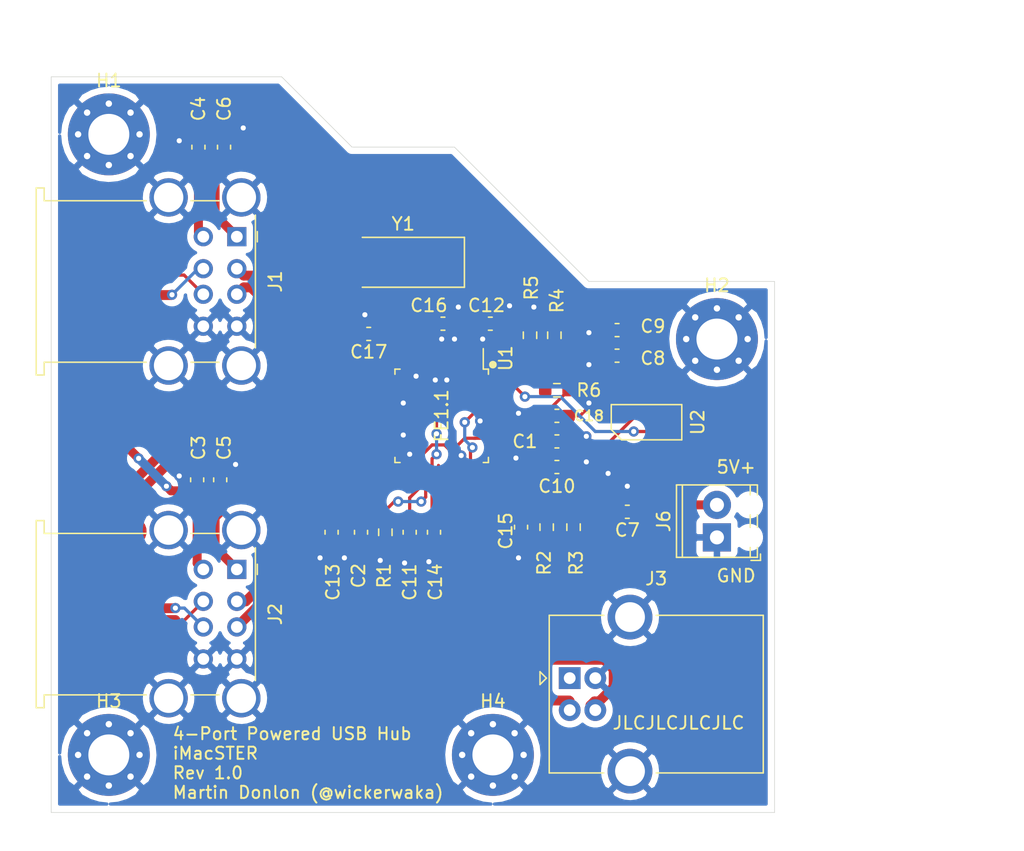
<source format=kicad_pcb>
(kicad_pcb (version 20171130) (host pcbnew "(5.1.10)-1")

  (general
    (thickness 1.6)
    (drawings 13)
    (tracks 476)
    (zones 0)
    (modules 35)
    (nets 24)
  )

  (page A4)
  (layers
    (0 F.Cu signal)
    (31 B.Cu signal)
    (32 B.Adhes user hide)
    (33 F.Adhes user hide)
    (34 B.Paste user hide)
    (35 F.Paste user hide)
    (36 B.SilkS user hide)
    (37 F.SilkS user)
    (38 B.Mask user hide)
    (39 F.Mask user)
    (40 Dwgs.User user hide)
    (41 Cmts.User user hide)
    (42 Eco1.User user hide)
    (43 Eco2.User user hide)
    (44 Edge.Cuts user hide)
    (45 Margin user hide)
    (46 B.CrtYd user hide)
    (47 F.CrtYd user hide)
    (48 B.Fab user hide)
    (49 F.Fab user hide)
  )

  (setup
    (last_trace_width 0.25)
    (user_trace_width 0.7)
    (trace_clearance 0.2)
    (zone_clearance 0.508)
    (zone_45_only no)
    (trace_min 0.2)
    (via_size 0.8)
    (via_drill 0.4)
    (via_min_size 0.4)
    (via_min_drill 0.3)
    (uvia_size 0.3)
    (uvia_drill 0.1)
    (uvias_allowed no)
    (uvia_min_size 0.2)
    (uvia_min_drill 0.1)
    (edge_width 0.05)
    (segment_width 0.2)
    (pcb_text_width 0.3)
    (pcb_text_size 1.5 1.5)
    (mod_edge_width 0.12)
    (mod_text_size 1 1)
    (mod_text_width 0.15)
    (pad_size 1.524 1.524)
    (pad_drill 0.762)
    (pad_to_mask_clearance 0)
    (aux_axis_origin 0 0)
    (visible_elements 7FFFFFFF)
    (pcbplotparams
      (layerselection 0x010fc_ffffffff)
      (usegerberextensions false)
      (usegerberattributes true)
      (usegerberadvancedattributes true)
      (creategerberjobfile true)
      (excludeedgelayer true)
      (linewidth 0.100000)
      (plotframeref false)
      (viasonmask false)
      (mode 1)
      (useauxorigin false)
      (hpglpennumber 1)
      (hpglpenspeed 20)
      (hpglpendiameter 15.000000)
      (psnegative false)
      (psa4output false)
      (plotreference true)
      (plotvalue true)
      (plotinvisibletext false)
      (padsonsilk false)
      (subtractmaskfromsilk false)
      (outputformat 1)
      (mirror false)
      (drillshape 0)
      (scaleselection 1)
      (outputdirectory "gerber/"))
  )

  (net 0 "")
  (net 1 GND)
  (net 2 VD33)
  (net 3 VD18)
  (net 4 VBUS)
  (net 5 "Net-(C7-Pad1)")
  (net 6 "Net-(R1-Pad1)")
  (net 7 "Net-(R2-Pad2)")
  (net 8 "Net-(R3-Pad2)")
  (net 9 VBUSM)
  (net 10 OVER_CURRENT)
  (net 11 POWER_EN)
  (net 12 "Net-(U1-Pad12)")
  (net 13 "Net-(U1-Pad11)")
  (net 14 /D4-)
  (net 15 /D4+)
  (net 16 /D3-)
  (net 17 /D3+)
  (net 18 /D2-)
  (net 19 /D2+)
  (net 20 /D1-)
  (net 21 /D1+)
  (net 22 /DU+)
  (net 23 /DU-)

  (net_class Default "This is the default net class."
    (clearance 0.2)
    (trace_width 0.25)
    (via_dia 0.8)
    (via_drill 0.4)
    (uvia_dia 0.3)
    (uvia_drill 0.1)
    (add_net GND)
    (add_net "Net-(C7-Pad1)")
    (add_net "Net-(R1-Pad1)")
    (add_net "Net-(R2-Pad2)")
    (add_net "Net-(R3-Pad2)")
    (add_net "Net-(U1-Pad11)")
    (add_net "Net-(U1-Pad12)")
    (add_net OVER_CURRENT)
    (add_net POWER_EN)
    (add_net VBUS)
    (add_net VBUSM)
    (add_net VD18)
    (add_net VD33)
  )

  (net_class USB ""
    (clearance 0.1524)
    (trace_width 0.25)
    (via_dia 0.8)
    (via_drill 0.4)
    (uvia_dia 0.3)
    (uvia_drill 0.1)
    (diff_pair_width 0.77)
    (diff_pair_gap 0.1524)
    (add_net /D1+)
    (add_net /D1-)
    (add_net /D2+)
    (add_net /D2-)
    (add_net /D3+)
    (add_net /D3-)
    (add_net /D4+)
    (add_net /D4-)
    (add_net /DU+)
    (add_net /DU-)
  )

  (module MountingHole:MountingHole_3.2mm_M3_Pad_Via (layer F.Cu) (tedit 56DDBCCA) (tstamp 60DAB530)
    (at 157 112.5)
    (descr "Mounting Hole 3.2mm, M3")
    (tags "mounting hole 3.2mm m3")
    (path /6143F819)
    (attr virtual)
    (fp_text reference H4 (at 0 -4.2) (layer F.SilkS)
      (effects (font (size 1 1) (thickness 0.15)))
    )
    (fp_text value MountingHole_Pad (at 0 4.2) (layer F.Fab)
      (effects (font (size 1 1) (thickness 0.15)))
    )
    (fp_text user %R (at 0.3 0) (layer F.Fab)
      (effects (font (size 1 1) (thickness 0.15)))
    )
    (fp_circle (center 0 0) (end 3.2 0) (layer Cmts.User) (width 0.15))
    (fp_circle (center 0 0) (end 3.45 0) (layer F.CrtYd) (width 0.05))
    (pad 1 thru_hole circle (at 1.697056 -1.697056) (size 0.8 0.8) (drill 0.5) (layers *.Cu *.Mask)
      (net 1 GND))
    (pad 1 thru_hole circle (at 0 -2.4) (size 0.8 0.8) (drill 0.5) (layers *.Cu *.Mask)
      (net 1 GND))
    (pad 1 thru_hole circle (at -1.697056 -1.697056) (size 0.8 0.8) (drill 0.5) (layers *.Cu *.Mask)
      (net 1 GND))
    (pad 1 thru_hole circle (at -2.4 0) (size 0.8 0.8) (drill 0.5) (layers *.Cu *.Mask)
      (net 1 GND))
    (pad 1 thru_hole circle (at -1.697056 1.697056) (size 0.8 0.8) (drill 0.5) (layers *.Cu *.Mask)
      (net 1 GND))
    (pad 1 thru_hole circle (at 0 2.4) (size 0.8 0.8) (drill 0.5) (layers *.Cu *.Mask)
      (net 1 GND))
    (pad 1 thru_hole circle (at 1.697056 1.697056) (size 0.8 0.8) (drill 0.5) (layers *.Cu *.Mask)
      (net 1 GND))
    (pad 1 thru_hole circle (at 2.4 0) (size 0.8 0.8) (drill 0.5) (layers *.Cu *.Mask)
      (net 1 GND))
    (pad 1 thru_hole circle (at 0 0) (size 6.4 6.4) (drill 3.2) (layers *.Cu *.Mask)
      (net 1 GND))
  )

  (module MountingHole:MountingHole_3.2mm_M3_Pad_Via (layer F.Cu) (tedit 56DDBCCA) (tstamp 60DAB520)
    (at 127 112.5)
    (descr "Mounting Hole 3.2mm, M3")
    (tags "mounting hole 3.2mm m3")
    (path /6143F590)
    (attr virtual)
    (fp_text reference H3 (at 0 -4.2) (layer F.SilkS)
      (effects (font (size 1 1) (thickness 0.15)))
    )
    (fp_text value MountingHole_Pad (at 0 4.2) (layer F.Fab)
      (effects (font (size 1 1) (thickness 0.15)))
    )
    (fp_text user %R (at 0.3 0) (layer F.Fab)
      (effects (font (size 1 1) (thickness 0.15)))
    )
    (fp_circle (center 0 0) (end 3.2 0) (layer Cmts.User) (width 0.15))
    (fp_circle (center 0 0) (end 3.45 0) (layer F.CrtYd) (width 0.05))
    (pad 1 thru_hole circle (at 1.697056 -1.697056) (size 0.8 0.8) (drill 0.5) (layers *.Cu *.Mask)
      (net 1 GND))
    (pad 1 thru_hole circle (at 0 -2.4) (size 0.8 0.8) (drill 0.5) (layers *.Cu *.Mask)
      (net 1 GND))
    (pad 1 thru_hole circle (at -1.697056 -1.697056) (size 0.8 0.8) (drill 0.5) (layers *.Cu *.Mask)
      (net 1 GND))
    (pad 1 thru_hole circle (at -2.4 0) (size 0.8 0.8) (drill 0.5) (layers *.Cu *.Mask)
      (net 1 GND))
    (pad 1 thru_hole circle (at -1.697056 1.697056) (size 0.8 0.8) (drill 0.5) (layers *.Cu *.Mask)
      (net 1 GND))
    (pad 1 thru_hole circle (at 0 2.4) (size 0.8 0.8) (drill 0.5) (layers *.Cu *.Mask)
      (net 1 GND))
    (pad 1 thru_hole circle (at 1.697056 1.697056) (size 0.8 0.8) (drill 0.5) (layers *.Cu *.Mask)
      (net 1 GND))
    (pad 1 thru_hole circle (at 2.4 0) (size 0.8 0.8) (drill 0.5) (layers *.Cu *.Mask)
      (net 1 GND))
    (pad 1 thru_hole circle (at 0 0) (size 6.4 6.4) (drill 3.2) (layers *.Cu *.Mask)
      (net 1 GND))
  )

  (module MountingHole:MountingHole_3.2mm_M3_Pad_Via (layer F.Cu) (tedit 56DDBCCA) (tstamp 60DAB510)
    (at 174.5 80)
    (descr "Mounting Hole 3.2mm, M3")
    (tags "mounting hole 3.2mm m3")
    (path /6143EB58)
    (attr virtual)
    (fp_text reference H2 (at 0 -4.2) (layer F.SilkS)
      (effects (font (size 1 1) (thickness 0.15)))
    )
    (fp_text value MountingHole_Pad (at 0 4.2) (layer F.Fab)
      (effects (font (size 1 1) (thickness 0.15)))
    )
    (fp_text user %R (at 0.3 0) (layer F.Fab)
      (effects (font (size 1 1) (thickness 0.15)))
    )
    (fp_circle (center 0 0) (end 3.2 0) (layer Cmts.User) (width 0.15))
    (fp_circle (center 0 0) (end 3.45 0) (layer F.CrtYd) (width 0.05))
    (pad 1 thru_hole circle (at 1.697056 -1.697056) (size 0.8 0.8) (drill 0.5) (layers *.Cu *.Mask)
      (net 1 GND))
    (pad 1 thru_hole circle (at 0 -2.4) (size 0.8 0.8) (drill 0.5) (layers *.Cu *.Mask)
      (net 1 GND))
    (pad 1 thru_hole circle (at -1.697056 -1.697056) (size 0.8 0.8) (drill 0.5) (layers *.Cu *.Mask)
      (net 1 GND))
    (pad 1 thru_hole circle (at -2.4 0) (size 0.8 0.8) (drill 0.5) (layers *.Cu *.Mask)
      (net 1 GND))
    (pad 1 thru_hole circle (at -1.697056 1.697056) (size 0.8 0.8) (drill 0.5) (layers *.Cu *.Mask)
      (net 1 GND))
    (pad 1 thru_hole circle (at 0 2.4) (size 0.8 0.8) (drill 0.5) (layers *.Cu *.Mask)
      (net 1 GND))
    (pad 1 thru_hole circle (at 1.697056 1.697056) (size 0.8 0.8) (drill 0.5) (layers *.Cu *.Mask)
      (net 1 GND))
    (pad 1 thru_hole circle (at 2.4 0) (size 0.8 0.8) (drill 0.5) (layers *.Cu *.Mask)
      (net 1 GND))
    (pad 1 thru_hole circle (at 0 0) (size 6.4 6.4) (drill 3.2) (layers *.Cu *.Mask)
      (net 1 GND))
  )

  (module MountingHole:MountingHole_3.2mm_M3_Pad_Via (layer F.Cu) (tedit 56DDBCCA) (tstamp 60DAB500)
    (at 127 64)
    (descr "Mounting Hole 3.2mm, M3")
    (tags "mounting hole 3.2mm m3")
    (path /6143E146)
    (attr virtual)
    (fp_text reference H1 (at 0 -4.2) (layer F.SilkS)
      (effects (font (size 1 1) (thickness 0.15)))
    )
    (fp_text value MountingHole_Pad (at 0 4.2) (layer F.Fab)
      (effects (font (size 1 1) (thickness 0.15)))
    )
    (fp_text user %R (at 0.3 0) (layer F.Fab)
      (effects (font (size 1 1) (thickness 0.15)))
    )
    (fp_circle (center 0 0) (end 3.2 0) (layer Cmts.User) (width 0.15))
    (fp_circle (center 0 0) (end 3.45 0) (layer F.CrtYd) (width 0.05))
    (pad 1 thru_hole circle (at 1.697056 -1.697056) (size 0.8 0.8) (drill 0.5) (layers *.Cu *.Mask)
      (net 1 GND))
    (pad 1 thru_hole circle (at 0 -2.4) (size 0.8 0.8) (drill 0.5) (layers *.Cu *.Mask)
      (net 1 GND))
    (pad 1 thru_hole circle (at -1.697056 -1.697056) (size 0.8 0.8) (drill 0.5) (layers *.Cu *.Mask)
      (net 1 GND))
    (pad 1 thru_hole circle (at -2.4 0) (size 0.8 0.8) (drill 0.5) (layers *.Cu *.Mask)
      (net 1 GND))
    (pad 1 thru_hole circle (at -1.697056 1.697056) (size 0.8 0.8) (drill 0.5) (layers *.Cu *.Mask)
      (net 1 GND))
    (pad 1 thru_hole circle (at 0 2.4) (size 0.8 0.8) (drill 0.5) (layers *.Cu *.Mask)
      (net 1 GND))
    (pad 1 thru_hole circle (at 1.697056 1.697056) (size 0.8 0.8) (drill 0.5) (layers *.Cu *.Mask)
      (net 1 GND))
    (pad 1 thru_hole circle (at 2.4 0) (size 0.8 0.8) (drill 0.5) (layers *.Cu *.Mask)
      (net 1 GND))
    (pad 1 thru_hole circle (at 0 0) (size 6.4 6.4) (drill 3.2) (layers *.Cu *.Mask)
      (net 1 GND))
  )

  (module Connector_USB:USB_A_Wuerth_61400826021_Horizontal_Stacked (layer F.Cu) (tedit 5A8FF699) (tstamp 60DA359A)
    (at 137 98 270)
    (descr "Stacked USB A connector http://katalog.we-online.de/em/datasheet/61400826021.pdf")
    (tags "Wuerth stacked USB_A")
    (path /613EA626)
    (fp_text reference J2 (at 3.5 -3 90) (layer F.SilkS)
      (effects (font (size 1 1) (thickness 0.15)))
    )
    (fp_text value USB_A_STACKED (at 3.5 17 90) (layer F.Fab)
      (effects (font (size 1 1) (thickness 0.15)))
    )
    (fp_text user %R (at 3.5 7 90) (layer F.Fab)
      (effects (font (size 1 1) (thickness 0.15)))
    )
    (fp_line (start 12.07 6.17) (end 10.91 7.33) (layer F.CrtYd) (width 0.05))
    (fp_line (start 9.26 -2.35) (end 8.8 -1.89) (layer F.CrtYd) (width 0.05))
    (fp_line (start 10.91 -2.35) (end 9.26 -2.35) (layer F.CrtYd) (width 0.05))
    (fp_line (start 11.25 14.61) (end 11.25 16.11) (layer F.CrtYd) (width 0.05))
    (fp_line (start 10.26 14.61) (end 11.25 14.61) (layer F.CrtYd) (width 0.05))
    (fp_line (start 0.4 -1.6) (end -0.4 -1.6) (layer F.SilkS) (width 0.12))
    (fp_line (start 0 -1.1) (end -0.3 -1.38) (layer F.Fab) (width 0.12))
    (fp_line (start 0 -1.1) (end 0.3 -1.38) (layer F.Fab) (width 0.12))
    (fp_line (start -1.69 -1.45) (end 8.69 -1.45) (layer F.SilkS) (width 0.12))
    (fp_line (start -2.81 15.05) (end -2.81 7.08) (layer F.SilkS) (width 0.12))
    (fp_line (start -3.81 15.05) (end -2.81 15.05) (layer F.SilkS) (width 0.12))
    (fp_line (start -3.81 15.67) (end -3.81 15.05) (layer F.SilkS) (width 0.12))
    (fp_line (start 10.81 15.67) (end -3.81 15.67) (layer F.SilkS) (width 0.12))
    (fp_line (start 10.81 15.05) (end 10.81 15.67) (layer F.SilkS) (width 0.12))
    (fp_line (start 9.81 15.05) (end 10.81 15.05) (layer F.SilkS) (width 0.12))
    (fp_line (start 9.81 7.08) (end 9.81 15.05) (layer F.SilkS) (width 0.12))
    (fp_line (start 10.75 15.11) (end 10.75 15.61) (layer F.Fab) (width 0.1))
    (fp_line (start 9.75 15.11) (end 10.75 15.11) (layer F.Fab) (width 0.1))
    (fp_line (start -3.75 15.11) (end -3.75 15.61) (layer F.Fab) (width 0.1))
    (fp_line (start -2.75 15.11) (end -3.75 15.11) (layer F.Fab) (width 0.1))
    (fp_line (start 9.75 -1.39) (end -2.75 -1.39) (layer F.Fab) (width 0.1))
    (fp_line (start -2.75 -1.39) (end -2.75 15.11) (layer F.Fab) (width 0.1))
    (fp_line (start 10.75 15.61) (end -3.75 15.61) (layer F.Fab) (width 0.1))
    (fp_line (start -4.25 16.11) (end 11.25 16.11) (layer F.CrtYd) (width 0.05))
    (fp_line (start 9.75 -1.39) (end 9.75 15.11) (layer F.Fab) (width 0.1))
    (fp_line (start -2.81 3.58) (end -2.81 1.4) (layer F.SilkS) (width 0.12))
    (fp_line (start 9.81 3.58) (end 9.81 1.4) (layer F.SilkS) (width 0.12))
    (fp_line (start 10.26 7.33) (end 10.26 14.61) (layer F.CrtYd) (width 0.05))
    (fp_line (start 8.8 -1.89) (end -1.8 -1.89) (layer F.CrtYd) (width 0.05))
    (fp_line (start 10.26 1.74) (end 10.26 3.33) (layer F.CrtYd) (width 0.05))
    (fp_line (start -3.26 1.74) (end -3.26 3.33) (layer F.CrtYd) (width 0.05))
    (fp_line (start -3.26 7.33) (end -3.26 14.61) (layer F.CrtYd) (width 0.05))
    (fp_line (start -3.26 14.61) (end -4.25 14.61) (layer F.CrtYd) (width 0.05))
    (fp_line (start -4.25 14.61) (end -4.25 16.11) (layer F.CrtYd) (width 0.05))
    (fp_line (start 12.07 4.49) (end 12.07 6.17) (layer F.CrtYd) (width 0.05))
    (fp_line (start 10.26 3.33) (end 10.91 3.33) (layer F.CrtYd) (width 0.05))
    (fp_line (start 10.26 1.74) (end 10.82 1.74) (layer F.CrtYd) (width 0.05))
    (fp_line (start 12.07 -1.19) (end 12.07 0.49) (layer F.CrtYd) (width 0.05))
    (fp_line (start 10.26 7.33) (end 10.91 7.33) (layer F.CrtYd) (width 0.05))
    (fp_line (start 10.91 3.33) (end 12.07 4.49) (layer F.CrtYd) (width 0.05))
    (fp_line (start -3.91 3.33) (end -3.26 3.33) (layer F.CrtYd) (width 0.05))
    (fp_line (start -3.91 3.33) (end -5.07 4.49) (layer F.CrtYd) (width 0.05))
    (fp_line (start -5.07 4.49) (end -5.07 6.17) (layer F.CrtYd) (width 0.05))
    (fp_line (start -5.07 6.17) (end -3.91 7.33) (layer F.CrtYd) (width 0.05))
    (fp_line (start -3.26 7.33) (end -3.91 7.33) (layer F.CrtYd) (width 0.05))
    (fp_line (start 12.07 0.49) (end 10.82 1.74) (layer F.CrtYd) (width 0.05))
    (fp_line (start 10.91 -2.35) (end 12.07 -1.19) (layer F.CrtYd) (width 0.05))
    (fp_line (start -2.26 -2.35) (end -1.8 -1.89) (layer F.CrtYd) (width 0.05))
    (fp_line (start -2.26 -2.35) (end -3.91 -2.35) (layer F.CrtYd) (width 0.05))
    (fp_line (start -3.91 -2.35) (end -5.07 -1.19) (layer F.CrtYd) (width 0.05))
    (fp_line (start -5.07 -1.19) (end -5.07 0.49) (layer F.CrtYd) (width 0.05))
    (fp_line (start -5.07 0.49) (end -3.82 1.74) (layer F.CrtYd) (width 0.05))
    (fp_line (start -3.82 1.74) (end -3.26 1.74) (layer F.CrtYd) (width 0.05))
    (pad 9 thru_hole circle (at 10.07 -0.35 270) (size 3 3) (drill 2.3) (layers *.Cu *.Mask)
      (net 1 GND))
    (pad 9 thru_hole circle (at -3.07 -0.35 270) (size 3 3) (drill 2.3) (layers *.Cu *.Mask)
      (net 1 GND))
    (pad 1 thru_hole rect (at 0 0 270) (size 1.5 1.5) (drill 0.92) (layers *.Cu *.Mask)
      (net 4 VBUS))
    (pad 2 thru_hole circle (at 2.5 0 270) (size 1.5 1.5) (drill 0.92) (layers *.Cu *.Mask)
      (net 20 /D1-))
    (pad 3 thru_hole circle (at 4.5 0 270) (size 1.5 1.5) (drill 0.92) (layers *.Cu *.Mask)
      (net 21 /D1+))
    (pad 4 thru_hole circle (at 7 0 270) (size 1.5 1.5) (drill 0.92) (layers *.Cu *.Mask)
      (net 1 GND))
    (pad 9 thru_hole circle (at -3.07 5.33 270) (size 3 3) (drill 2.3) (layers *.Cu *.Mask)
      (net 1 GND))
    (pad 9 thru_hole circle (at 10.07 5.33 270) (size 3 3) (drill 2.3) (layers *.Cu *.Mask)
      (net 1 GND))
    (pad 5 thru_hole circle (at 0 2.62 270) (size 1.5 1.5) (drill 0.92) (layers *.Cu *.Mask)
      (net 4 VBUS))
    (pad 6 thru_hole circle (at 2.5 2.62 270) (size 1.5 1.5) (drill 0.92) (layers *.Cu *.Mask)
      (net 18 /D2-))
    (pad 7 thru_hole circle (at 4.5 2.62 270) (size 1.5 1.5) (drill 0.92) (layers *.Cu *.Mask)
      (net 19 /D2+))
    (pad 8 thru_hole circle (at 7 2.62 270) (size 1.5 1.5) (drill 0.92) (layers *.Cu *.Mask)
      (net 1 GND))
    (model ${KISYS3DMOD}/Connector_USB.3dshapes/USB_A_Wuerth_61400826021_Horizontal_Stacked.wrl
      (at (xyz 0 0 0))
      (scale (xyz 1 1 1))
      (rotate (xyz 0 0 0))
    )
  )

  (module Connector_USB:USB_A_Wuerth_61400826021_Horizontal_Stacked (layer F.Cu) (tedit 5A8FF699) (tstamp 60DA3554)
    (at 137 72 270)
    (descr "Stacked USB A connector http://katalog.we-online.de/em/datasheet/61400826021.pdf")
    (tags "Wuerth stacked USB_A")
    (path /613D0FEB)
    (fp_text reference J1 (at 3.5 -3 90) (layer F.SilkS)
      (effects (font (size 1 1) (thickness 0.15)))
    )
    (fp_text value USB_A_STACKED (at 3.5 17 90) (layer F.Fab)
      (effects (font (size 1 1) (thickness 0.15)))
    )
    (fp_text user %R (at 3.5 7 90) (layer F.Fab)
      (effects (font (size 1 1) (thickness 0.15)))
    )
    (fp_line (start 12.07 6.17) (end 10.91 7.33) (layer F.CrtYd) (width 0.05))
    (fp_line (start 9.26 -2.35) (end 8.8 -1.89) (layer F.CrtYd) (width 0.05))
    (fp_line (start 10.91 -2.35) (end 9.26 -2.35) (layer F.CrtYd) (width 0.05))
    (fp_line (start 11.25 14.61) (end 11.25 16.11) (layer F.CrtYd) (width 0.05))
    (fp_line (start 10.26 14.61) (end 11.25 14.61) (layer F.CrtYd) (width 0.05))
    (fp_line (start 0.4 -1.6) (end -0.4 -1.6) (layer F.SilkS) (width 0.12))
    (fp_line (start 0 -1.1) (end -0.3 -1.38) (layer F.Fab) (width 0.12))
    (fp_line (start 0 -1.1) (end 0.3 -1.38) (layer F.Fab) (width 0.12))
    (fp_line (start -1.69 -1.45) (end 8.69 -1.45) (layer F.SilkS) (width 0.12))
    (fp_line (start -2.81 15.05) (end -2.81 7.08) (layer F.SilkS) (width 0.12))
    (fp_line (start -3.81 15.05) (end -2.81 15.05) (layer F.SilkS) (width 0.12))
    (fp_line (start -3.81 15.67) (end -3.81 15.05) (layer F.SilkS) (width 0.12))
    (fp_line (start 10.81 15.67) (end -3.81 15.67) (layer F.SilkS) (width 0.12))
    (fp_line (start 10.81 15.05) (end 10.81 15.67) (layer F.SilkS) (width 0.12))
    (fp_line (start 9.81 15.05) (end 10.81 15.05) (layer F.SilkS) (width 0.12))
    (fp_line (start 9.81 7.08) (end 9.81 15.05) (layer F.SilkS) (width 0.12))
    (fp_line (start 10.75 15.11) (end 10.75 15.61) (layer F.Fab) (width 0.1))
    (fp_line (start 9.75 15.11) (end 10.75 15.11) (layer F.Fab) (width 0.1))
    (fp_line (start -3.75 15.11) (end -3.75 15.61) (layer F.Fab) (width 0.1))
    (fp_line (start -2.75 15.11) (end -3.75 15.11) (layer F.Fab) (width 0.1))
    (fp_line (start 9.75 -1.39) (end -2.75 -1.39) (layer F.Fab) (width 0.1))
    (fp_line (start -2.75 -1.39) (end -2.75 15.11) (layer F.Fab) (width 0.1))
    (fp_line (start 10.75 15.61) (end -3.75 15.61) (layer F.Fab) (width 0.1))
    (fp_line (start -4.25 16.11) (end 11.25 16.11) (layer F.CrtYd) (width 0.05))
    (fp_line (start 9.75 -1.39) (end 9.75 15.11) (layer F.Fab) (width 0.1))
    (fp_line (start -2.81 3.58) (end -2.81 1.4) (layer F.SilkS) (width 0.12))
    (fp_line (start 9.81 3.58) (end 9.81 1.4) (layer F.SilkS) (width 0.12))
    (fp_line (start 10.26 7.33) (end 10.26 14.61) (layer F.CrtYd) (width 0.05))
    (fp_line (start 8.8 -1.89) (end -1.8 -1.89) (layer F.CrtYd) (width 0.05))
    (fp_line (start 10.26 1.74) (end 10.26 3.33) (layer F.CrtYd) (width 0.05))
    (fp_line (start -3.26 1.74) (end -3.26 3.33) (layer F.CrtYd) (width 0.05))
    (fp_line (start -3.26 7.33) (end -3.26 14.61) (layer F.CrtYd) (width 0.05))
    (fp_line (start -3.26 14.61) (end -4.25 14.61) (layer F.CrtYd) (width 0.05))
    (fp_line (start -4.25 14.61) (end -4.25 16.11) (layer F.CrtYd) (width 0.05))
    (fp_line (start 12.07 4.49) (end 12.07 6.17) (layer F.CrtYd) (width 0.05))
    (fp_line (start 10.26 3.33) (end 10.91 3.33) (layer F.CrtYd) (width 0.05))
    (fp_line (start 10.26 1.74) (end 10.82 1.74) (layer F.CrtYd) (width 0.05))
    (fp_line (start 12.07 -1.19) (end 12.07 0.49) (layer F.CrtYd) (width 0.05))
    (fp_line (start 10.26 7.33) (end 10.91 7.33) (layer F.CrtYd) (width 0.05))
    (fp_line (start 10.91 3.33) (end 12.07 4.49) (layer F.CrtYd) (width 0.05))
    (fp_line (start -3.91 3.33) (end -3.26 3.33) (layer F.CrtYd) (width 0.05))
    (fp_line (start -3.91 3.33) (end -5.07 4.49) (layer F.CrtYd) (width 0.05))
    (fp_line (start -5.07 4.49) (end -5.07 6.17) (layer F.CrtYd) (width 0.05))
    (fp_line (start -5.07 6.17) (end -3.91 7.33) (layer F.CrtYd) (width 0.05))
    (fp_line (start -3.26 7.33) (end -3.91 7.33) (layer F.CrtYd) (width 0.05))
    (fp_line (start 12.07 0.49) (end 10.82 1.74) (layer F.CrtYd) (width 0.05))
    (fp_line (start 10.91 -2.35) (end 12.07 -1.19) (layer F.CrtYd) (width 0.05))
    (fp_line (start -2.26 -2.35) (end -1.8 -1.89) (layer F.CrtYd) (width 0.05))
    (fp_line (start -2.26 -2.35) (end -3.91 -2.35) (layer F.CrtYd) (width 0.05))
    (fp_line (start -3.91 -2.35) (end -5.07 -1.19) (layer F.CrtYd) (width 0.05))
    (fp_line (start -5.07 -1.19) (end -5.07 0.49) (layer F.CrtYd) (width 0.05))
    (fp_line (start -5.07 0.49) (end -3.82 1.74) (layer F.CrtYd) (width 0.05))
    (fp_line (start -3.82 1.74) (end -3.26 1.74) (layer F.CrtYd) (width 0.05))
    (pad 9 thru_hole circle (at 10.07 -0.35 270) (size 3 3) (drill 2.3) (layers *.Cu *.Mask)
      (net 1 GND))
    (pad 9 thru_hole circle (at -3.07 -0.35 270) (size 3 3) (drill 2.3) (layers *.Cu *.Mask)
      (net 1 GND))
    (pad 1 thru_hole rect (at 0 0 270) (size 1.5 1.5) (drill 0.92) (layers *.Cu *.Mask)
      (net 4 VBUS))
    (pad 2 thru_hole circle (at 2.5 0 270) (size 1.5 1.5) (drill 0.92) (layers *.Cu *.Mask)
      (net 14 /D4-))
    (pad 3 thru_hole circle (at 4.5 0 270) (size 1.5 1.5) (drill 0.92) (layers *.Cu *.Mask)
      (net 15 /D4+))
    (pad 4 thru_hole circle (at 7 0 270) (size 1.5 1.5) (drill 0.92) (layers *.Cu *.Mask)
      (net 1 GND))
    (pad 9 thru_hole circle (at -3.07 5.33 270) (size 3 3) (drill 2.3) (layers *.Cu *.Mask)
      (net 1 GND))
    (pad 9 thru_hole circle (at 10.07 5.33 270) (size 3 3) (drill 2.3) (layers *.Cu *.Mask)
      (net 1 GND))
    (pad 5 thru_hole circle (at 0 2.62 270) (size 1.5 1.5) (drill 0.92) (layers *.Cu *.Mask)
      (net 4 VBUS))
    (pad 6 thru_hole circle (at 2.5 2.62 270) (size 1.5 1.5) (drill 0.92) (layers *.Cu *.Mask)
      (net 16 /D3-))
    (pad 7 thru_hole circle (at 4.5 2.62 270) (size 1.5 1.5) (drill 0.92) (layers *.Cu *.Mask)
      (net 17 /D3+))
    (pad 8 thru_hole circle (at 7 2.62 270) (size 1.5 1.5) (drill 0.92) (layers *.Cu *.Mask)
      (net 1 GND))
    (model ${KISYS3DMOD}/Connector_USB.3dshapes/USB_A_Wuerth_61400826021_Horizontal_Stacked.wrl
      (at (xyz 0 0 0))
      (scale (xyz 1 1 1))
      (rotate (xyz 0 0 0))
    )
  )

  (module Crystal:Crystal_SMD_0603-2Pin_6.0x3.5mm_HandSoldering (layer F.Cu) (tedit 5A0FD1B2) (tstamp 60DA1DC7)
    (at 150 74 180)
    (descr "SMD Crystal SERIES SMD0603/2 http://www.petermann-technik.de/fileadmin/petermann/pdf/SMD0603-2.pdf, hand-soldering, 6.0x3.5mm^2 package")
    (tags "SMD SMT crystal hand-soldering")
    (path /6124AFEA)
    (attr smd)
    (fp_text reference Y1 (at 0 3) (layer F.SilkS)
      (effects (font (size 1 1) (thickness 0.15)))
    )
    (fp_text value 12Mhz (at 0 2.95) (layer F.Fab)
      (effects (font (size 1 1) (thickness 0.15)))
    )
    (fp_circle (center 0 0) (end 0.093333 0) (layer F.Adhes) (width 0.186667))
    (fp_circle (center 0 0) (end 0.213333 0) (layer F.Adhes) (width 0.133333))
    (fp_circle (center 0 0) (end 0.333333 0) (layer F.Adhes) (width 0.133333))
    (fp_circle (center 0 0) (end 0.4 0) (layer F.Adhes) (width 0.1))
    (fp_line (start 4.9 -2) (end -4.9 -2) (layer F.CrtYd) (width 0.05))
    (fp_line (start 4.9 2) (end 4.9 -2) (layer F.CrtYd) (width 0.05))
    (fp_line (start -4.9 2) (end 4.9 2) (layer F.CrtYd) (width 0.05))
    (fp_line (start -4.9 -2) (end -4.9 2) (layer F.CrtYd) (width 0.05))
    (fp_line (start -4.775 1.95) (end 3.2 1.95) (layer F.SilkS) (width 0.12))
    (fp_line (start -4.775 -1.95) (end -4.775 1.95) (layer F.SilkS) (width 0.12))
    (fp_line (start 3.2 -1.95) (end -4.775 -1.95) (layer F.SilkS) (width 0.12))
    (fp_line (start -3 0.75) (end -2 1.75) (layer F.Fab) (width 0.1))
    (fp_line (start -3 -1.65) (end -2.9 -1.75) (layer F.Fab) (width 0.1))
    (fp_line (start -3 1.65) (end -3 -1.65) (layer F.Fab) (width 0.1))
    (fp_line (start -2.9 1.75) (end -3 1.65) (layer F.Fab) (width 0.1))
    (fp_line (start 2.9 1.75) (end -2.9 1.75) (layer F.Fab) (width 0.1))
    (fp_line (start 3 1.65) (end 2.9 1.75) (layer F.Fab) (width 0.1))
    (fp_line (start 3 -1.65) (end 3 1.65) (layer F.Fab) (width 0.1))
    (fp_line (start 2.9 -1.75) (end 3 -1.65) (layer F.Fab) (width 0.1))
    (fp_line (start -2.9 -1.75) (end 2.9 -1.75) (layer F.Fab) (width 0.1))
    (fp_text user %R (at 0 0) (layer F.Fab)
      (effects (font (size 1 1) (thickness 0.15)))
    )
    (pad 2 smd rect (at 2.9125 0 180) (size 3.325 2.5) (layers F.Cu F.Paste F.Mask)
      (net 12 "Net-(U1-Pad12)"))
    (pad 1 smd rect (at -2.9125 0 180) (size 3.325 2.5) (layers F.Cu F.Paste F.Mask)
      (net 13 "Net-(U1-Pad11)"))
    (model ${KISYS3DMOD}/Crystal.3dshapes/Crystal_SMD_0603-2Pin_6.0x3.5mm_HandSoldering.wrl
      (at (xyz 0 0 0))
      (scale (xyz 1 1 1))
      (rotate (xyz 0 0 0))
    )
  )

  (module MiSTer-G3:AP24x1_SO8_HandSolder (layer F.Cu) (tedit 60DA10DD) (tstamp 60DA1E0F)
    (at 169 86.5)
    (path /6134CC47)
    (attr smd)
    (fp_text reference U2 (at 4 0 90) (layer F.SilkS)
      (effects (font (size 1 1) (thickness 0.15)))
    )
    (fp_text value AP2411 (at 0 0) (layer F.Fab)
      (effects (font (size 1 1) (thickness 0.15)))
    )
    (fp_line (start -2.51 3.78) (end -2.51 -3.78) (layer F.CrtYd) (width 0.05))
    (fp_line (start 2.51 3.78) (end -2.51 3.78) (layer F.CrtYd) (width 0.05))
    (fp_line (start 2.51 -3.78) (end 2.51 3.78) (layer F.CrtYd) (width 0.05))
    (fp_line (start -2.51 -3.78) (end 2.51 -3.78) (layer F.CrtYd) (width 0.05))
    (fp_line (start 2.755 1.375) (end -1.955 1.375) (layer F.SilkS) (width 0.12))
    (fp_line (start 2.755 -1.375) (end 2.755 1.375) (layer F.SilkS) (width 0.12))
    (fp_line (start -2.755 -1.375) (end 2.755 -1.375) (layer F.SilkS) (width 0.12))
    (fp_line (start -2.755 0.575) (end -2.755 -1.375) (layer F.SilkS) (width 0.12))
    (fp_line (start -1.955 1.375) (end -2.755 0.575) (layer F.SilkS) (width 0.12))
    (pad 4 smd rect (at 1.905 2.7) (size 0.7 1.65) (layers F.Cu F.Paste F.Mask)
      (net 11 POWER_EN))
    (pad 5 smd rect (at 1.905 -2.7) (size 0.7 1.65) (layers F.Cu F.Paste F.Mask)
      (net 10 OVER_CURRENT))
    (pad 3 smd rect (at 0.635 2.7) (size 0.7 1.65) (layers F.Cu F.Paste F.Mask)
      (net 5 "Net-(C7-Pad1)"))
    (pad 6 smd rect (at 0.635 -2.7) (size 0.7 1.65) (layers F.Cu F.Paste F.Mask)
      (net 4 VBUS))
    (pad 2 smd rect (at -0.635 2.7) (size 0.7 1.65) (layers F.Cu F.Paste F.Mask)
      (net 5 "Net-(C7-Pad1)"))
    (pad 7 smd rect (at -0.635 -2.7) (size 0.7 1.65) (layers F.Cu F.Paste F.Mask)
      (net 4 VBUS))
    (pad 1 smd rect (at -1.905 2.7) (size 0.7 1.65) (layers F.Cu F.Paste F.Mask)
      (net 1 GND))
    (pad 8 smd rect (at -1.905 -2.7) (size 0.7 1.65) (layers F.Cu F.Paste F.Mask))
  )

  (module MiSTer-G3:FE1_1_QFP48 (layer F.Cu) (tedit 60D9FAB0) (tstamp 60DA22E7)
    (at 153 86 270)
    (path /61248B22)
    (attr smd)
    (fp_text reference U1 (at -4.5 -5 90) (layer F.SilkS)
      (effects (font (size 1 1) (thickness 0.15)))
    )
    (fp_text value FE1.1 (at 0 6.25 90) (layer F.Fab)
      (effects (font (size 1 1) (thickness 0.15)))
    )
    (fp_line (start -3 -3.5) (end -3.5 -3) (layer F.Fab) (width 0.1))
    (fp_line (start -3.5 -3) (end -3.5 3.5) (layer F.Fab) (width 0.1))
    (fp_line (start -3.5 3.5) (end 3.5 3.5) (layer F.Fab) (width 0.1))
    (fp_line (start 3.5 3.5) (end 3.5 -3.5) (layer F.Fab) (width 0.1))
    (fp_line (start 3.5 -3.5) (end -3 -3.5) (layer F.Fab) (width 0.1))
    (fp_line (start -3.25 -3.65) (end -3.65 -3.65) (layer F.SilkS) (width 0.12))
    (fp_line (start -3.65 -3.65) (end -3.65 -3.25) (layer F.SilkS) (width 0.12))
    (fp_line (start -3.65 -3.25) (end -5.25 -3.25) (layer F.SilkS) (width 0.12))
    (fp_line (start 3.25 -3.65) (end 3.65 -3.65) (layer F.SilkS) (width 0.12))
    (fp_line (start 3.65 -3.65) (end 3.65 -3.25) (layer F.SilkS) (width 0.12))
    (fp_line (start -3.25 3.65) (end -3.65 3.65) (layer F.SilkS) (width 0.12))
    (fp_line (start -3.65 3.65) (end -3.65 3.25) (layer F.SilkS) (width 0.12))
    (fp_line (start 3.25 3.65) (end 3.65 3.65) (layer F.SilkS) (width 0.12))
    (fp_line (start 3.65 3.65) (end 3.65 3.25) (layer F.SilkS) (width 0.12))
    (fp_line (start -5.5 -5.5) (end 5.5 -5.5) (layer F.CrtYd) (width 0.05))
    (fp_line (start 5.5 -5.5) (end 5.5 5.5) (layer F.CrtYd) (width 0.05))
    (fp_line (start 5.5 5.5) (end -5.5 5.5) (layer F.CrtYd) (width 0.05))
    (fp_line (start -5.5 5.5) (end -5.5 -5.5) (layer F.CrtYd) (width 0.05))
    (fp_line (start -2.5 -3.5) (end -2.5 -3.5) (layer F.Fab) (width 0.1))
    (fp_circle (center -4 -4) (end -3.85 -4) (layer F.SilkS) (width 0.3))
    (fp_text user FE1.1 (at 0 0 90) (layer F.SilkS)
      (effects (font (size 1 1) (thickness 0.15)))
    )
    (pad 48 smd oval (at -2.75 -4.5 270) (size 0.25 1.5) (layers F.Cu F.Paste F.Mask)
      (net 10 OVER_CURRENT))
    (pad 47 smd oval (at -2.25 -4.5 270) (size 0.25 1.5) (layers F.Cu F.Paste F.Mask)
      (net 11 POWER_EN))
    (pad 46 smd oval (at -1.75 -4.5 270) (size 0.25 1.5) (layers F.Cu F.Paste F.Mask))
    (pad 45 smd oval (at -1.25 -4.5 270) (size 0.25 1.5) (layers F.Cu F.Paste F.Mask))
    (pad 44 smd oval (at -0.75 -4.5 270) (size 0.25 1.5) (layers F.Cu F.Paste F.Mask))
    (pad 43 smd oval (at -0.25 -4.5 270) (size 0.25 1.5) (layers F.Cu F.Paste F.Mask))
    (pad 42 smd oval (at 0.25 -4.5 270) (size 0.25 1.5) (layers F.Cu F.Paste F.Mask)
      (net 1 GND))
    (pad 41 smd oval (at 0.75 -4.5 270) (size 0.25 1.5) (layers F.Cu F.Paste F.Mask)
      (net 2 VD33))
    (pad 40 smd oval (at 1.25 -4.5 270) (size 0.25 1.5) (layers F.Cu F.Paste F.Mask)
      (net 1 GND))
    (pad 39 smd oval (at 1.75 -4.5 270) (size 0.25 1.5) (layers F.Cu F.Paste F.Mask)
      (net 2 VD33))
    (pad 38 smd oval (at 2.25 -4.5 270) (size 0.25 1.5) (layers F.Cu F.Paste F.Mask)
      (net 4 VBUS))
    (pad 37 smd oval (at 2.75 -4.5 270) (size 0.25 1.5) (layers F.Cu F.Paste F.Mask)
      (net 1 GND))
    (pad 36 smd oval (at 4.5 -2.75) (size 0.25 1.5) (layers F.Cu F.Paste F.Mask)
      (net 8 "Net-(R3-Pad2)"))
    (pad 35 smd oval (at 4.5 -2.25) (size 0.25 1.5) (layers F.Cu F.Paste F.Mask)
      (net 9 VBUSM))
    (pad 34 smd oval (at 4.5 -1.75) (size 0.25 1.5) (layers F.Cu F.Paste F.Mask)
      (net 7 "Net-(R2-Pad2)"))
    (pad 33 smd oval (at 4.5 -1.25) (size 0.25 1.5) (layers F.Cu F.Paste F.Mask)
      (net 1 GND))
    (pad 32 smd oval (at 4.5 -0.75) (size 0.25 1.5) (layers F.Cu F.Paste F.Mask)
      (net 2 VD33))
    (pad 31 smd oval (at 4.5 -0.25) (size 0.25 1.5) (layers F.Cu F.Paste F.Mask)
      (net 22 /DU+))
    (pad 30 smd oval (at 4.5 0.25) (size 0.25 1.5) (layers F.Cu F.Paste F.Mask)
      (net 23 /DU-))
    (pad 29 smd oval (at 4.5 0.75) (size 0.25 1.5) (layers F.Cu F.Paste F.Mask)
      (net 3 VD18))
    (pad 28 smd oval (at 4.5 1.25) (size 0.25 1.5) (layers F.Cu F.Paste F.Mask)
      (net 6 "Net-(R1-Pad1)"))
    (pad 27 smd oval (at 4.5 1.75) (size 0.25 1.5) (layers F.Cu F.Paste F.Mask)
      (net 2 VD33))
    (pad 26 smd oval (at 4.5 2.25) (size 0.25 1.5) (layers F.Cu F.Paste F.Mask)
      (net 3 VD18))
    (pad 25 smd oval (at 4.5 2.75) (size 0.25 1.5) (layers F.Cu F.Paste F.Mask)
      (net 1 GND))
    (pad 24 smd oval (at 2.75 4.5 270) (size 0.25 1.5) (layers F.Cu F.Paste F.Mask)
      (net 21 /D1+))
    (pad 23 smd oval (at 2.25 4.5 270) (size 0.25 1.5) (layers F.Cu F.Paste F.Mask)
      (net 20 /D1-))
    (pad 22 smd oval (at 1.75 4.5 270) (size 0.25 1.5) (layers F.Cu F.Paste F.Mask)
      (net 1 GND))
    (pad 21 smd oval (at 1.25 4.5 270) (size 0.25 1.5) (layers F.Cu F.Paste F.Mask)
      (net 19 /D2+))
    (pad 20 smd oval (at 0.75 4.5 270) (size 0.25 1.5) (layers F.Cu F.Paste F.Mask)
      (net 18 /D2-))
    (pad 19 smd oval (at 0.25 4.5 270) (size 0.25 1.5) (layers F.Cu F.Paste F.Mask)
      (net 2 VD33))
    (pad 18 smd oval (at -0.25 4.5 270) (size 0.25 1.5) (layers F.Cu F.Paste F.Mask)
      (net 17 /D3+))
    (pad 17 smd oval (at -0.75 4.5 270) (size 0.25 1.5) (layers F.Cu F.Paste F.Mask)
      (net 16 /D3-))
    (pad 16 smd oval (at -1.25 4.5 270) (size 0.25 1.5) (layers F.Cu F.Paste F.Mask)
      (net 1 GND))
    (pad 15 smd oval (at -1.75 4.5 270) (size 0.25 1.5) (layers F.Cu F.Paste F.Mask)
      (net 15 /D4+))
    (pad 14 smd oval (at -2.25 4.5 270) (size 0.25 1.5) (layers F.Cu F.Paste F.Mask)
      (net 14 /D4-))
    (pad 13 smd oval (at -2.75 4.5 270) (size 0.25 1.5) (layers F.Cu F.Paste F.Mask)
      (net 2 VD33))
    (pad 12 smd oval (at -4.5 2.75) (size 0.25 1.5) (layers F.Cu F.Paste F.Mask)
      (net 12 "Net-(U1-Pad12)"))
    (pad 11 smd oval (at -4.5 2.25) (size 0.25 1.5) (layers F.Cu F.Paste F.Mask)
      (net 13 "Net-(U1-Pad11)"))
    (pad 10 smd oval (at -4.5 1.75) (size 0.25 1.5) (layers F.Cu F.Paste F.Mask)
      (net 1 GND))
    (pad 9 smd oval (at -4.5 1.25) (size 0.25 1.5) (layers F.Cu F.Paste F.Mask)
      (net 3 VD18))
    (pad 8 smd oval (at -4.5 0.75) (size 0.25 1.5) (layers F.Cu F.Paste F.Mask)
      (net 1 GND))
    (pad 7 smd oval (at -4.5 0.25) (size 0.25 1.5) (layers F.Cu F.Paste F.Mask)
      (net 1 GND))
    (pad 6 smd oval (at -4.5 -0.25) (size 0.25 1.5) (layers F.Cu F.Paste F.Mask)
      (net 1 GND))
    (pad 5 smd oval (at -4.5 -0.75) (size 0.25 1.5) (layers F.Cu F.Paste F.Mask)
      (net 1 GND))
    (pad 4 smd oval (at -4.5 -1.25) (size 0.25 1.5) (layers F.Cu F.Paste F.Mask))
    (pad 3 smd oval (at -4.5 -1.75) (size 0.25 1.5) (layers F.Cu F.Paste F.Mask)
      (net 3 VD18))
    (pad 2 smd oval (at -4.5 -2.25) (size 0.25 1.5) (layers F.Cu F.Paste F.Mask))
    (pad 1 smd oval (at -4.5 -2.75) (size 0.25 1.5) (layers F.Cu F.Paste F.Mask)
      (net 1 GND))
  )

  (module Resistor_SMD:R_0603_1608Metric_Pad0.98x0.95mm_HandSolder (layer F.Cu) (tedit 5F68FEEE) (tstamp 60DA255E)
    (at 162 84)
    (descr "Resistor SMD 0603 (1608 Metric), square (rectangular) end terminal, IPC_7351 nominal with elongated pad for handsoldering. (Body size source: IPC-SM-782 page 72, https://www.pcb-3d.com/wordpress/wp-content/uploads/ipc-sm-782a_amendment_1_and_2.pdf), generated with kicad-footprint-generator")
    (tags "resistor handsolder")
    (path /6135D0F5)
    (attr smd)
    (fp_text reference R6 (at 2.5 0) (layer F.SilkS)
      (effects (font (size 1 1) (thickness 0.15)))
    )
    (fp_text value 10k (at 0 1.43) (layer F.Fab)
      (effects (font (size 1 1) (thickness 0.15)))
    )
    (fp_line (start 1.65 0.73) (end -1.65 0.73) (layer F.CrtYd) (width 0.05))
    (fp_line (start 1.65 -0.73) (end 1.65 0.73) (layer F.CrtYd) (width 0.05))
    (fp_line (start -1.65 -0.73) (end 1.65 -0.73) (layer F.CrtYd) (width 0.05))
    (fp_line (start -1.65 0.73) (end -1.65 -0.73) (layer F.CrtYd) (width 0.05))
    (fp_line (start -0.254724 0.5225) (end 0.254724 0.5225) (layer F.SilkS) (width 0.12))
    (fp_line (start -0.254724 -0.5225) (end 0.254724 -0.5225) (layer F.SilkS) (width 0.12))
    (fp_line (start 0.8 0.4125) (end -0.8 0.4125) (layer F.Fab) (width 0.1))
    (fp_line (start 0.8 -0.4125) (end 0.8 0.4125) (layer F.Fab) (width 0.1))
    (fp_line (start -0.8 -0.4125) (end 0.8 -0.4125) (layer F.Fab) (width 0.1))
    (fp_line (start -0.8 0.4125) (end -0.8 -0.4125) (layer F.Fab) (width 0.1))
    (fp_text user %R (at 0 0) (layer F.Fab)
      (effects (font (size 0.4 0.4) (thickness 0.06)))
    )
    (pad 2 smd roundrect (at 0.9125 0) (size 0.975 0.95) (layers F.Cu F.Paste F.Mask) (roundrect_rratio 0.25)
      (net 2 VD33))
    (pad 1 smd roundrect (at -0.9125 0) (size 0.975 0.95) (layers F.Cu F.Paste F.Mask) (roundrect_rratio 0.25)
      (net 10 OVER_CURRENT))
    (model ${KISYS3DMOD}/Resistor_SMD.3dshapes/R_0603_1608Metric.wrl
      (at (xyz 0 0 0))
      (scale (xyz 1 1 1))
      (rotate (xyz 0 0 0))
    )
  )

  (module Resistor_SMD:R_0603_1608Metric_Pad0.98x0.95mm_HandSolder (layer F.Cu) (tedit 5F68FEEE) (tstamp 60DA1F07)
    (at 159.9 79.7 270)
    (descr "Resistor SMD 0603 (1608 Metric), square (rectangular) end terminal, IPC_7351 nominal with elongated pad for handsoldering. (Body size source: IPC-SM-782 page 72, https://www.pcb-3d.com/wordpress/wp-content/uploads/ipc-sm-782a_amendment_1_and_2.pdf), generated with kicad-footprint-generator")
    (tags "resistor handsolder")
    (path /612C3462)
    (attr smd)
    (fp_text reference R5 (at -3.7 -0.1 90) (layer F.SilkS)
      (effects (font (size 1 1) (thickness 0.15)))
    )
    (fp_text value 100k (at 0 1.43 90) (layer F.Fab)
      (effects (font (size 1 1) (thickness 0.15)))
    )
    (fp_line (start 1.65 0.73) (end -1.65 0.73) (layer F.CrtYd) (width 0.05))
    (fp_line (start 1.65 -0.73) (end 1.65 0.73) (layer F.CrtYd) (width 0.05))
    (fp_line (start -1.65 -0.73) (end 1.65 -0.73) (layer F.CrtYd) (width 0.05))
    (fp_line (start -1.65 0.73) (end -1.65 -0.73) (layer F.CrtYd) (width 0.05))
    (fp_line (start -0.254724 0.5225) (end 0.254724 0.5225) (layer F.SilkS) (width 0.12))
    (fp_line (start -0.254724 -0.5225) (end 0.254724 -0.5225) (layer F.SilkS) (width 0.12))
    (fp_line (start 0.8 0.4125) (end -0.8 0.4125) (layer F.Fab) (width 0.1))
    (fp_line (start 0.8 -0.4125) (end 0.8 0.4125) (layer F.Fab) (width 0.1))
    (fp_line (start -0.8 -0.4125) (end 0.8 -0.4125) (layer F.Fab) (width 0.1))
    (fp_line (start -0.8 0.4125) (end -0.8 -0.4125) (layer F.Fab) (width 0.1))
    (fp_text user %R (at 0 0 90) (layer F.Fab)
      (effects (font (size 0.4 0.4) (thickness 0.06)))
    )
    (pad 2 smd roundrect (at 0.9125 0 270) (size 0.975 0.95) (layers F.Cu F.Paste F.Mask) (roundrect_rratio 0.25)
      (net 9 VBUSM))
    (pad 1 smd roundrect (at -0.9125 0 270) (size 0.975 0.95) (layers F.Cu F.Paste F.Mask) (roundrect_rratio 0.25)
      (net 1 GND))
    (model ${KISYS3DMOD}/Resistor_SMD.3dshapes/R_0603_1608Metric.wrl
      (at (xyz 0 0 0))
      (scale (xyz 1 1 1))
      (rotate (xyz 0 0 0))
    )
  )

  (module Resistor_SMD:R_0603_1608Metric_Pad0.98x0.95mm_HandSolder (layer F.Cu) (tedit 5F68FEEE) (tstamp 60DA21EF)
    (at 161.8 79.7 90)
    (descr "Resistor SMD 0603 (1608 Metric), square (rectangular) end terminal, IPC_7351 nominal with elongated pad for handsoldering. (Body size source: IPC-SM-782 page 72, https://www.pcb-3d.com/wordpress/wp-content/uploads/ipc-sm-782a_amendment_1_and_2.pdf), generated with kicad-footprint-generator")
    (tags "resistor handsolder")
    (path /612C2881)
    (attr smd)
    (fp_text reference R4 (at 2.7 0.2 90) (layer F.SilkS)
      (effects (font (size 1 1) (thickness 0.15)))
    )
    (fp_text value 47k (at 0 1.43 90) (layer F.Fab)
      (effects (font (size 1 1) (thickness 0.15)))
    )
    (fp_line (start 1.65 0.73) (end -1.65 0.73) (layer F.CrtYd) (width 0.05))
    (fp_line (start 1.65 -0.73) (end 1.65 0.73) (layer F.CrtYd) (width 0.05))
    (fp_line (start -1.65 -0.73) (end 1.65 -0.73) (layer F.CrtYd) (width 0.05))
    (fp_line (start -1.65 0.73) (end -1.65 -0.73) (layer F.CrtYd) (width 0.05))
    (fp_line (start -0.254724 0.5225) (end 0.254724 0.5225) (layer F.SilkS) (width 0.12))
    (fp_line (start -0.254724 -0.5225) (end 0.254724 -0.5225) (layer F.SilkS) (width 0.12))
    (fp_line (start 0.8 0.4125) (end -0.8 0.4125) (layer F.Fab) (width 0.1))
    (fp_line (start 0.8 -0.4125) (end 0.8 0.4125) (layer F.Fab) (width 0.1))
    (fp_line (start -0.8 -0.4125) (end 0.8 -0.4125) (layer F.Fab) (width 0.1))
    (fp_line (start -0.8 0.4125) (end -0.8 -0.4125) (layer F.Fab) (width 0.1))
    (fp_text user %R (at 0 0 90) (layer F.Fab)
      (effects (font (size 0.4 0.4) (thickness 0.06)))
    )
    (pad 2 smd roundrect (at 0.9125 0 90) (size 0.975 0.95) (layers F.Cu F.Paste F.Mask) (roundrect_rratio 0.25)
      (net 4 VBUS))
    (pad 1 smd roundrect (at -0.9125 0 90) (size 0.975 0.95) (layers F.Cu F.Paste F.Mask) (roundrect_rratio 0.25)
      (net 9 VBUSM))
    (model ${KISYS3DMOD}/Resistor_SMD.3dshapes/R_0603_1608Metric.wrl
      (at (xyz 0 0 0))
      (scale (xyz 1 1 1))
      (rotate (xyz 0 0 0))
    )
  )

  (module Resistor_SMD:R_0603_1608Metric_Pad0.98x0.95mm_HandSolder (layer F.Cu) (tedit 5F68FEEE) (tstamp 60DA252E)
    (at 163.3 94.7 90)
    (descr "Resistor SMD 0603 (1608 Metric), square (rectangular) end terminal, IPC_7351 nominal with elongated pad for handsoldering. (Body size source: IPC-SM-782 page 72, https://www.pcb-3d.com/wordpress/wp-content/uploads/ipc-sm-782a_amendment_1_and_2.pdf), generated with kicad-footprint-generator")
    (tags "resistor handsolder")
    (path /6127AC81)
    (attr smd)
    (fp_text reference R3 (at -2.8 0.2 90) (layer F.SilkS)
      (effects (font (size 1 1) (thickness 0.15)))
    )
    (fp_text value 100k (at 0 1.43 90) (layer F.Fab)
      (effects (font (size 1 1) (thickness 0.15)))
    )
    (fp_line (start 1.65 0.73) (end -1.65 0.73) (layer F.CrtYd) (width 0.05))
    (fp_line (start 1.65 -0.73) (end 1.65 0.73) (layer F.CrtYd) (width 0.05))
    (fp_line (start -1.65 -0.73) (end 1.65 -0.73) (layer F.CrtYd) (width 0.05))
    (fp_line (start -1.65 0.73) (end -1.65 -0.73) (layer F.CrtYd) (width 0.05))
    (fp_line (start -0.254724 0.5225) (end 0.254724 0.5225) (layer F.SilkS) (width 0.12))
    (fp_line (start -0.254724 -0.5225) (end 0.254724 -0.5225) (layer F.SilkS) (width 0.12))
    (fp_line (start 0.8 0.4125) (end -0.8 0.4125) (layer F.Fab) (width 0.1))
    (fp_line (start 0.8 -0.4125) (end 0.8 0.4125) (layer F.Fab) (width 0.1))
    (fp_line (start -0.8 -0.4125) (end 0.8 -0.4125) (layer F.Fab) (width 0.1))
    (fp_line (start -0.8 0.4125) (end -0.8 -0.4125) (layer F.Fab) (width 0.1))
    (fp_text user %R (at 0 0 90) (layer F.Fab)
      (effects (font (size 0.4 0.4) (thickness 0.06)))
    )
    (pad 2 smd roundrect (at 0.9125 0 90) (size 0.975 0.95) (layers F.Cu F.Paste F.Mask) (roundrect_rratio 0.25)
      (net 8 "Net-(R3-Pad2)"))
    (pad 1 smd roundrect (at -0.9125 0 90) (size 0.975 0.95) (layers F.Cu F.Paste F.Mask) (roundrect_rratio 0.25)
      (net 2 VD33))
    (model ${KISYS3DMOD}/Resistor_SMD.3dshapes/R_0603_1608Metric.wrl
      (at (xyz 0 0 0))
      (scale (xyz 1 1 1))
      (rotate (xyz 0 0 0))
    )
  )

  (module Resistor_SMD:R_0603_1608Metric_Pad0.98x0.95mm_HandSolder (layer F.Cu) (tedit 5F68FEEE) (tstamp 60DA258E)
    (at 161.2 94.7 90)
    (descr "Resistor SMD 0603 (1608 Metric), square (rectangular) end terminal, IPC_7351 nominal with elongated pad for handsoldering. (Body size source: IPC-SM-782 page 72, https://www.pcb-3d.com/wordpress/wp-content/uploads/ipc-sm-782a_amendment_1_and_2.pdf), generated with kicad-footprint-generator")
    (tags "resistor handsolder")
    (path /612AAC30)
    (attr smd)
    (fp_text reference R2 (at -2.8 -0.2 90) (layer F.SilkS)
      (effects (font (size 1 1) (thickness 0.15)))
    )
    (fp_text value 100k (at 0 1.43 90) (layer F.Fab)
      (effects (font (size 1 1) (thickness 0.15)))
    )
    (fp_line (start 1.65 0.73) (end -1.65 0.73) (layer F.CrtYd) (width 0.05))
    (fp_line (start 1.65 -0.73) (end 1.65 0.73) (layer F.CrtYd) (width 0.05))
    (fp_line (start -1.65 -0.73) (end 1.65 -0.73) (layer F.CrtYd) (width 0.05))
    (fp_line (start -1.65 0.73) (end -1.65 -0.73) (layer F.CrtYd) (width 0.05))
    (fp_line (start -0.254724 0.5225) (end 0.254724 0.5225) (layer F.SilkS) (width 0.12))
    (fp_line (start -0.254724 -0.5225) (end 0.254724 -0.5225) (layer F.SilkS) (width 0.12))
    (fp_line (start 0.8 0.4125) (end -0.8 0.4125) (layer F.Fab) (width 0.1))
    (fp_line (start 0.8 -0.4125) (end 0.8 0.4125) (layer F.Fab) (width 0.1))
    (fp_line (start -0.8 -0.4125) (end 0.8 -0.4125) (layer F.Fab) (width 0.1))
    (fp_line (start -0.8 0.4125) (end -0.8 -0.4125) (layer F.Fab) (width 0.1))
    (fp_text user %R (at 0 0 90) (layer F.Fab)
      (effects (font (size 0.4 0.4) (thickness 0.06)))
    )
    (pad 2 smd roundrect (at 0.9125 0 90) (size 0.975 0.95) (layers F.Cu F.Paste F.Mask) (roundrect_rratio 0.25)
      (net 7 "Net-(R2-Pad2)"))
    (pad 1 smd roundrect (at -0.9125 0 90) (size 0.975 0.95) (layers F.Cu F.Paste F.Mask) (roundrect_rratio 0.25)
      (net 2 VD33))
    (model ${KISYS3DMOD}/Resistor_SMD.3dshapes/R_0603_1608Metric.wrl
      (at (xyz 0 0 0))
      (scale (xyz 1 1 1))
      (rotate (xyz 0 0 0))
    )
  )

  (module Resistor_SMD:R_0603_1608Metric_Pad0.98x0.95mm_HandSolder (layer F.Cu) (tedit 5F68FEEE) (tstamp 60DA224F)
    (at 148.6 95.1 270)
    (descr "Resistor SMD 0603 (1608 Metric), square (rectangular) end terminal, IPC_7351 nominal with elongated pad for handsoldering. (Body size source: IPC-SM-782 page 72, https://www.pcb-3d.com/wordpress/wp-content/uploads/ipc-sm-782a_amendment_1_and_2.pdf), generated with kicad-footprint-generator")
    (tags "resistor handsolder")
    (path /6124DC19)
    (attr smd)
    (fp_text reference R1 (at 3.4 0.1 90) (layer F.SilkS)
      (effects (font (size 1 1) (thickness 0.15)))
    )
    (fp_text value 2.7K (at 0 1.43 90) (layer F.Fab)
      (effects (font (size 1 1) (thickness 0.15)))
    )
    (fp_line (start 1.65 0.73) (end -1.65 0.73) (layer F.CrtYd) (width 0.05))
    (fp_line (start 1.65 -0.73) (end 1.65 0.73) (layer F.CrtYd) (width 0.05))
    (fp_line (start -1.65 -0.73) (end 1.65 -0.73) (layer F.CrtYd) (width 0.05))
    (fp_line (start -1.65 0.73) (end -1.65 -0.73) (layer F.CrtYd) (width 0.05))
    (fp_line (start -0.254724 0.5225) (end 0.254724 0.5225) (layer F.SilkS) (width 0.12))
    (fp_line (start -0.254724 -0.5225) (end 0.254724 -0.5225) (layer F.SilkS) (width 0.12))
    (fp_line (start 0.8 0.4125) (end -0.8 0.4125) (layer F.Fab) (width 0.1))
    (fp_line (start 0.8 -0.4125) (end 0.8 0.4125) (layer F.Fab) (width 0.1))
    (fp_line (start -0.8 -0.4125) (end 0.8 -0.4125) (layer F.Fab) (width 0.1))
    (fp_line (start -0.8 0.4125) (end -0.8 -0.4125) (layer F.Fab) (width 0.1))
    (fp_text user %R (at 0 0 90) (layer F.Fab)
      (effects (font (size 0.4 0.4) (thickness 0.06)))
    )
    (pad 2 smd roundrect (at 0.9125 0 270) (size 0.975 0.95) (layers F.Cu F.Paste F.Mask) (roundrect_rratio 0.25)
      (net 1 GND))
    (pad 1 smd roundrect (at -0.9125 0 270) (size 0.975 0.95) (layers F.Cu F.Paste F.Mask) (roundrect_rratio 0.25)
      (net 6 "Net-(R1-Pad1)"))
    (model ${KISYS3DMOD}/Resistor_SMD.3dshapes/R_0603_1608Metric.wrl
      (at (xyz 0 0 0))
      (scale (xyz 1 1 1))
      (rotate (xyz 0 0 0))
    )
  )

  (module TerminalBlock_Phoenix:TerminalBlock_Phoenix_MPT-0,5-2-2.54_1x02_P2.54mm_Horizontal (layer F.Cu) (tedit 5B294F98) (tstamp 60DA1F4C)
    (at 174.5 95.5 90)
    (descr "Terminal Block Phoenix MPT-0,5-2-2.54, 2 pins, pitch 2.54mm, size 5.54x6.2mm^2, drill diamater 1.1mm, pad diameter 2.2mm, see http://www.mouser.com/ds/2/324/ItemDetail_1725656-920552.pdf, script-generated using https://github.com/pointhi/kicad-footprint-generator/scripts/TerminalBlock_Phoenix")
    (tags "THT Terminal Block Phoenix MPT-0,5-2-2.54 pitch 2.54mm size 5.54x6.2mm^2 drill 1.1mm pad 2.2mm")
    (path /6134764A)
    (fp_text reference J6 (at 1.27 -4.16 90) (layer F.SilkS)
      (effects (font (size 1 1) (thickness 0.15)))
    )
    (fp_text value Screw_Terminal_01x02 (at 1.27 4.16 90) (layer F.Fab)
      (effects (font (size 1 1) (thickness 0.15)))
    )
    (fp_line (start 4.54 -3.6) (end -2 -3.6) (layer F.CrtYd) (width 0.05))
    (fp_line (start 4.54 3.6) (end 4.54 -3.6) (layer F.CrtYd) (width 0.05))
    (fp_line (start -2 3.6) (end 4.54 3.6) (layer F.CrtYd) (width 0.05))
    (fp_line (start -2 -3.6) (end -2 3.6) (layer F.CrtYd) (width 0.05))
    (fp_line (start -1.8 3.4) (end -1.3 3.4) (layer F.SilkS) (width 0.12))
    (fp_line (start -1.8 2.66) (end -1.8 3.4) (layer F.SilkS) (width 0.12))
    (fp_line (start 3.241 -0.835) (end 1.706 0.7) (layer F.Fab) (width 0.1))
    (fp_line (start 3.375 -0.7) (end 1.84 0.835) (layer F.Fab) (width 0.1))
    (fp_line (start 0.701 -0.835) (end -0.835 0.7) (layer F.Fab) (width 0.1))
    (fp_line (start 0.835 -0.7) (end -0.701 0.835) (layer F.Fab) (width 0.1))
    (fp_line (start 4.1 -3.16) (end 4.1 3.16) (layer F.SilkS) (width 0.12))
    (fp_line (start -1.56 -3.16) (end -1.56 3.16) (layer F.SilkS) (width 0.12))
    (fp_line (start 3.33 3.16) (end 4.1 3.16) (layer F.SilkS) (width 0.12))
    (fp_line (start 0.79 3.16) (end 1.75 3.16) (layer F.SilkS) (width 0.12))
    (fp_line (start -1.56 3.16) (end -0.79 3.16) (layer F.SilkS) (width 0.12))
    (fp_line (start -1.56 -3.16) (end 4.1 -3.16) (layer F.SilkS) (width 0.12))
    (fp_line (start -1.56 -2.7) (end 4.1 -2.7) (layer F.SilkS) (width 0.12))
    (fp_line (start -1.5 -2.7) (end 4.04 -2.7) (layer F.Fab) (width 0.1))
    (fp_line (start 3.33 2.6) (end 4.1 2.6) (layer F.SilkS) (width 0.12))
    (fp_line (start 0.79 2.6) (end 1.75 2.6) (layer F.SilkS) (width 0.12))
    (fp_line (start -1.56 2.6) (end -0.79 2.6) (layer F.SilkS) (width 0.12))
    (fp_line (start -1.5 2.6) (end 4.04 2.6) (layer F.Fab) (width 0.1))
    (fp_line (start -1.5 2.6) (end -1.5 -3.1) (layer F.Fab) (width 0.1))
    (fp_line (start -1 3.1) (end -1.5 2.6) (layer F.Fab) (width 0.1))
    (fp_line (start 4.04 3.1) (end -1 3.1) (layer F.Fab) (width 0.1))
    (fp_line (start 4.04 -3.1) (end 4.04 3.1) (layer F.Fab) (width 0.1))
    (fp_line (start -1.5 -3.1) (end 4.04 -3.1) (layer F.Fab) (width 0.1))
    (fp_circle (center 2.54 0) (end 3.64 0) (layer F.Fab) (width 0.1))
    (fp_circle (center 0 0) (end 1.1 0) (layer F.Fab) (width 0.1))
    (fp_text user %R (at 1.27 2 90) (layer F.Fab)
      (effects (font (size 1 1) (thickness 0.15)))
    )
    (pad "" np_thru_hole circle (at 2.54 2.54 90) (size 1.1 1.1) (drill 1.1) (layers *.Cu *.Mask))
    (pad 2 thru_hole circle (at 2.54 0 90) (size 2.2 2.2) (drill 1.1) (layers *.Cu *.Mask)
      (net 5 "Net-(C7-Pad1)"))
    (pad "" np_thru_hole circle (at 0 2.54 90) (size 1.1 1.1) (drill 1.1) (layers *.Cu *.Mask))
    (pad 1 thru_hole rect (at 0 0 90) (size 2.2 2.2) (drill 1.1) (layers *.Cu *.Mask)
      (net 1 GND))
    (model ${KISYS3DMOD}/TerminalBlock_Phoenix.3dshapes/TerminalBlock_Phoenix_MPT-0,5-2-2.54_1x02_P2.54mm_Horizontal.wrl
      (at (xyz 0 0 0))
      (scale (xyz 1 1 1))
      (rotate (xyz 0 0 0))
    )
  )

  (module Connector_USB:USB_B_OST_USB-B1HSxx_Horizontal (layer F.Cu) (tedit 5AFE01FF) (tstamp 60DA1FE2)
    (at 163 106.5)
    (descr "USB B receptacle, Horizontal, through-hole, http://www.on-shore.com/wp-content/uploads/2015/09/usb-b1hsxx.pdf")
    (tags "USB-B receptacle horizontal through-hole")
    (path /6125D346)
    (fp_text reference J3 (at 6.76 -7.77) (layer F.SilkS)
      (effects (font (size 1 1) (thickness 0.15)))
    )
    (fp_text value USB_B (at 6.76 10.27) (layer F.Fab)
      (effects (font (size 1 1) (thickness 0.15)))
    )
    (fp_line (start 15.51 -7.02) (end -1.99 -7.02) (layer F.CrtYd) (width 0.05))
    (fp_line (start 15.51 9.52) (end 15.51 -7.02) (layer F.CrtYd) (width 0.05))
    (fp_line (start -1.99 9.52) (end 15.51 9.52) (layer F.CrtYd) (width 0.05))
    (fp_line (start -1.99 -7.02) (end -1.99 9.52) (layer F.CrtYd) (width 0.05))
    (fp_line (start -2.32 0.5) (end -1.82 0) (layer F.SilkS) (width 0.12))
    (fp_line (start -2.32 -0.5) (end -2.32 0.5) (layer F.SilkS) (width 0.12))
    (fp_line (start -1.82 0) (end -2.32 -0.5) (layer F.SilkS) (width 0.12))
    (fp_line (start 15.12 7.41) (end 6.76 7.41) (layer F.SilkS) (width 0.12))
    (fp_line (start 15.12 -4.91) (end 15.12 7.41) (layer F.SilkS) (width 0.12))
    (fp_line (start 6.76 -4.91) (end 15.12 -4.91) (layer F.SilkS) (width 0.12))
    (fp_line (start -1.6 7.41) (end 2.66 7.41) (layer F.SilkS) (width 0.12))
    (fp_line (start -1.6 -4.91) (end -1.6 7.41) (layer F.SilkS) (width 0.12))
    (fp_line (start 2.66 -4.91) (end -1.6 -4.91) (layer F.SilkS) (width 0.12))
    (fp_line (start -1.49 -3.8) (end -0.49 -4.8) (layer F.Fab) (width 0.1))
    (fp_line (start -1.49 7.3) (end -1.49 -3.8) (layer F.Fab) (width 0.1))
    (fp_line (start 15.01 7.3) (end -1.49 7.3) (layer F.Fab) (width 0.1))
    (fp_line (start 15.01 -4.8) (end 15.01 7.3) (layer F.Fab) (width 0.1))
    (fp_line (start -0.49 -4.8) (end 15.01 -4.8) (layer F.Fab) (width 0.1))
    (fp_text user %R (at 6.76 1.25) (layer F.Fab)
      (effects (font (size 1 1) (thickness 0.15)))
    )
    (pad 5 thru_hole circle (at 4.71 7.27) (size 3.5 3.5) (drill 2.33) (layers *.Cu *.Mask)
      (net 1 GND))
    (pad 5 thru_hole circle (at 4.71 -4.77) (size 3.5 3.5) (drill 2.33) (layers *.Cu *.Mask)
      (net 1 GND))
    (pad 4 thru_hole circle (at 2 0) (size 1.7 1.7) (drill 0.92) (layers *.Cu *.Mask)
      (net 1 GND))
    (pad 3 thru_hole circle (at 2 2.5) (size 1.7 1.7) (drill 0.92) (layers *.Cu *.Mask)
      (net 22 /DU+))
    (pad 2 thru_hole circle (at 0 2.5) (size 1.7 1.7) (drill 0.92) (layers *.Cu *.Mask)
      (net 23 /DU-))
    (pad 1 thru_hole rect (at 0 0) (size 1.7 1.7) (drill 0.92) (layers *.Cu *.Mask))
    (model ${KISYS3DMOD}/Connector_USB.3dshapes/USB_B_OST_USB-B1HSxx_Horizontal.wrl
      (at (xyz 0 0 0))
      (scale (xyz 1 1 1))
      (rotate (xyz 0 0 0))
    )
  )

  (module Capacitor_SMD:C_0603_1608Metric_Pad1.08x0.95mm_HandSolder (layer F.Cu) (tedit 5F68FEEF) (tstamp 60DA1FA6)
    (at 162 86)
    (descr "Capacitor SMD 0603 (1608 Metric), square (rectangular) end terminal, IPC_7351 nominal with elongated pad for handsoldering. (Body size source: IPC-SM-782 page 76, https://www.pcb-3d.com/wordpress/wp-content/uploads/ipc-sm-782a_amendment_1_and_2.pdf), generated with kicad-footprint-generator")
    (tags "capacitor handsolder")
    (path /61256D69)
    (attr smd)
    (fp_text reference C18 (at 2.5 0) (layer F.SilkS)
      (effects (font (size 0.8 0.8) (thickness 0.15)))
    )
    (fp_text value 100n (at 0 1.43) (layer F.Fab)
      (effects (font (size 1 1) (thickness 0.15)))
    )
    (fp_line (start 1.65 0.73) (end -1.65 0.73) (layer F.CrtYd) (width 0.05))
    (fp_line (start 1.65 -0.73) (end 1.65 0.73) (layer F.CrtYd) (width 0.05))
    (fp_line (start -1.65 -0.73) (end 1.65 -0.73) (layer F.CrtYd) (width 0.05))
    (fp_line (start -1.65 0.73) (end -1.65 -0.73) (layer F.CrtYd) (width 0.05))
    (fp_line (start -0.146267 0.51) (end 0.146267 0.51) (layer F.SilkS) (width 0.12))
    (fp_line (start -0.146267 -0.51) (end 0.146267 -0.51) (layer F.SilkS) (width 0.12))
    (fp_line (start 0.8 0.4) (end -0.8 0.4) (layer F.Fab) (width 0.1))
    (fp_line (start 0.8 -0.4) (end 0.8 0.4) (layer F.Fab) (width 0.1))
    (fp_line (start -0.8 -0.4) (end 0.8 -0.4) (layer F.Fab) (width 0.1))
    (fp_line (start -0.8 0.4) (end -0.8 -0.4) (layer F.Fab) (width 0.1))
    (fp_text user %R (at 0 0) (layer F.Fab)
      (effects (font (size 0.4 0.4) (thickness 0.06)))
    )
    (pad 2 smd roundrect (at 0.8625 0) (size 1.075 0.95) (layers F.Cu F.Paste F.Mask) (roundrect_rratio 0.25)
      (net 1 GND))
    (pad 1 smd roundrect (at -0.8625 0) (size 1.075 0.95) (layers F.Cu F.Paste F.Mask) (roundrect_rratio 0.25)
      (net 2 VD33))
    (model ${KISYS3DMOD}/Capacitor_SMD.3dshapes/C_0603_1608Metric.wrl
      (at (xyz 0 0 0))
      (scale (xyz 1 1 1))
      (rotate (xyz 0 0 0))
    )
  )

  (module Capacitor_SMD:C_0603_1608Metric_Pad1.08x0.95mm_HandSolder (layer F.Cu) (tedit 5F68FEEF) (tstamp 60DA24FE)
    (at 147.3 79.6)
    (descr "Capacitor SMD 0603 (1608 Metric), square (rectangular) end terminal, IPC_7351 nominal with elongated pad for handsoldering. (Body size source: IPC-SM-782 page 76, https://www.pcb-3d.com/wordpress/wp-content/uploads/ipc-sm-782a_amendment_1_and_2.pdf), generated with kicad-footprint-generator")
    (tags "capacitor handsolder")
    (path /612565BD)
    (attr smd)
    (fp_text reference C17 (at 0 1.4) (layer F.SilkS)
      (effects (font (size 1 1) (thickness 0.15)))
    )
    (fp_text value 100n (at 0 1.43) (layer F.Fab)
      (effects (font (size 1 1) (thickness 0.15)))
    )
    (fp_line (start 1.65 0.73) (end -1.65 0.73) (layer F.CrtYd) (width 0.05))
    (fp_line (start 1.65 -0.73) (end 1.65 0.73) (layer F.CrtYd) (width 0.05))
    (fp_line (start -1.65 -0.73) (end 1.65 -0.73) (layer F.CrtYd) (width 0.05))
    (fp_line (start -1.65 0.73) (end -1.65 -0.73) (layer F.CrtYd) (width 0.05))
    (fp_line (start -0.146267 0.51) (end 0.146267 0.51) (layer F.SilkS) (width 0.12))
    (fp_line (start -0.146267 -0.51) (end 0.146267 -0.51) (layer F.SilkS) (width 0.12))
    (fp_line (start 0.8 0.4) (end -0.8 0.4) (layer F.Fab) (width 0.1))
    (fp_line (start 0.8 -0.4) (end 0.8 0.4) (layer F.Fab) (width 0.1))
    (fp_line (start -0.8 -0.4) (end 0.8 -0.4) (layer F.Fab) (width 0.1))
    (fp_line (start -0.8 0.4) (end -0.8 -0.4) (layer F.Fab) (width 0.1))
    (fp_text user %R (at 0 0) (layer F.Fab)
      (effects (font (size 0.4 0.4) (thickness 0.06)))
    )
    (pad 2 smd roundrect (at 0.8625 0) (size 1.075 0.95) (layers F.Cu F.Paste F.Mask) (roundrect_rratio 0.25)
      (net 1 GND))
    (pad 1 smd roundrect (at -0.8625 0) (size 1.075 0.95) (layers F.Cu F.Paste F.Mask) (roundrect_rratio 0.25)
      (net 2 VD33))
    (model ${KISYS3DMOD}/Capacitor_SMD.3dshapes/C_0603_1608Metric.wrl
      (at (xyz 0 0 0))
      (scale (xyz 1 1 1))
      (rotate (xyz 0 0 0))
    )
  )

  (module Capacitor_SMD:C_0603_1608Metric_Pad1.08x0.95mm_HandSolder (layer F.Cu) (tedit 5F68FEEF) (tstamp 60DA243E)
    (at 153.1 78.8)
    (descr "Capacitor SMD 0603 (1608 Metric), square (rectangular) end terminal, IPC_7351 nominal with elongated pad for handsoldering. (Body size source: IPC-SM-782 page 76, https://www.pcb-3d.com/wordpress/wp-content/uploads/ipc-sm-782a_amendment_1_and_2.pdf), generated with kicad-footprint-generator")
    (tags "capacitor handsolder")
    (path /6125B051)
    (attr smd)
    (fp_text reference C16 (at -1.1 -1.43) (layer F.SilkS)
      (effects (font (size 1 1) (thickness 0.15)))
    )
    (fp_text value 100n (at 0 1.43) (layer F.Fab)
      (effects (font (size 1 1) (thickness 0.15)))
    )
    (fp_line (start 1.65 0.73) (end -1.65 0.73) (layer F.CrtYd) (width 0.05))
    (fp_line (start 1.65 -0.73) (end 1.65 0.73) (layer F.CrtYd) (width 0.05))
    (fp_line (start -1.65 -0.73) (end 1.65 -0.73) (layer F.CrtYd) (width 0.05))
    (fp_line (start -1.65 0.73) (end -1.65 -0.73) (layer F.CrtYd) (width 0.05))
    (fp_line (start -0.146267 0.51) (end 0.146267 0.51) (layer F.SilkS) (width 0.12))
    (fp_line (start -0.146267 -0.51) (end 0.146267 -0.51) (layer F.SilkS) (width 0.12))
    (fp_line (start 0.8 0.4) (end -0.8 0.4) (layer F.Fab) (width 0.1))
    (fp_line (start 0.8 -0.4) (end 0.8 0.4) (layer F.Fab) (width 0.1))
    (fp_line (start -0.8 -0.4) (end 0.8 -0.4) (layer F.Fab) (width 0.1))
    (fp_line (start -0.8 0.4) (end -0.8 -0.4) (layer F.Fab) (width 0.1))
    (fp_text user %R (at 0 0) (layer F.Fab)
      (effects (font (size 0.4 0.4) (thickness 0.06)))
    )
    (pad 2 smd roundrect (at 0.8625 0) (size 1.075 0.95) (layers F.Cu F.Paste F.Mask) (roundrect_rratio 0.25)
      (net 1 GND))
    (pad 1 smd roundrect (at -0.8625 0) (size 1.075 0.95) (layers F.Cu F.Paste F.Mask) (roundrect_rratio 0.25)
      (net 3 VD18))
    (model ${KISYS3DMOD}/Capacitor_SMD.3dshapes/C_0603_1608Metric.wrl
      (at (xyz 0 0 0))
      (scale (xyz 1 1 1))
      (rotate (xyz 0 0 0))
    )
  )

  (module Capacitor_SMD:C_0603_1608Metric_Pad1.08x0.95mm_HandSolder (layer F.Cu) (tedit 5F68FEEF) (tstamp 60DA2138)
    (at 159.2 94.7 270)
    (descr "Capacitor SMD 0603 (1608 Metric), square (rectangular) end terminal, IPC_7351 nominal with elongated pad for handsoldering. (Body size source: IPC-SM-782 page 76, https://www.pcb-3d.com/wordpress/wp-content/uploads/ipc-sm-782a_amendment_1_and_2.pdf), generated with kicad-footprint-generator")
    (tags "capacitor handsolder")
    (path /612561F4)
    (attr smd)
    (fp_text reference C15 (at 0.3 1.2 90) (layer F.SilkS)
      (effects (font (size 1 1) (thickness 0.15)))
    )
    (fp_text value 100n (at 0 1.43 90) (layer F.Fab)
      (effects (font (size 1 1) (thickness 0.15)))
    )
    (fp_line (start 1.65 0.73) (end -1.65 0.73) (layer F.CrtYd) (width 0.05))
    (fp_line (start 1.65 -0.73) (end 1.65 0.73) (layer F.CrtYd) (width 0.05))
    (fp_line (start -1.65 -0.73) (end 1.65 -0.73) (layer F.CrtYd) (width 0.05))
    (fp_line (start -1.65 0.73) (end -1.65 -0.73) (layer F.CrtYd) (width 0.05))
    (fp_line (start -0.146267 0.51) (end 0.146267 0.51) (layer F.SilkS) (width 0.12))
    (fp_line (start -0.146267 -0.51) (end 0.146267 -0.51) (layer F.SilkS) (width 0.12))
    (fp_line (start 0.8 0.4) (end -0.8 0.4) (layer F.Fab) (width 0.1))
    (fp_line (start 0.8 -0.4) (end 0.8 0.4) (layer F.Fab) (width 0.1))
    (fp_line (start -0.8 -0.4) (end 0.8 -0.4) (layer F.Fab) (width 0.1))
    (fp_line (start -0.8 0.4) (end -0.8 -0.4) (layer F.Fab) (width 0.1))
    (fp_text user %R (at 0 0 90) (layer F.Fab)
      (effects (font (size 0.4 0.4) (thickness 0.06)))
    )
    (pad 2 smd roundrect (at 0.8625 0 270) (size 1.075 0.95) (layers F.Cu F.Paste F.Mask) (roundrect_rratio 0.25)
      (net 1 GND))
    (pad 1 smd roundrect (at -0.8625 0 270) (size 1.075 0.95) (layers F.Cu F.Paste F.Mask) (roundrect_rratio 0.25)
      (net 2 VD33))
    (model ${KISYS3DMOD}/Capacitor_SMD.3dshapes/C_0603_1608Metric.wrl
      (at (xyz 0 0 0))
      (scale (xyz 1 1 1))
      (rotate (xyz 0 0 0))
    )
  )

  (module Capacitor_SMD:C_0603_1608Metric_Pad1.08x0.95mm_HandSolder (layer F.Cu) (tedit 5F68FEEF) (tstamp 60DA1ED7)
    (at 152.4 95.1 270)
    (descr "Capacitor SMD 0603 (1608 Metric), square (rectangular) end terminal, IPC_7351 nominal with elongated pad for handsoldering. (Body size source: IPC-SM-782 page 76, https://www.pcb-3d.com/wordpress/wp-content/uploads/ipc-sm-782a_amendment_1_and_2.pdf), generated with kicad-footprint-generator")
    (tags "capacitor handsolder")
    (path /6125AC88)
    (attr smd)
    (fp_text reference C14 (at 3.9 -0.1 90) (layer F.SilkS)
      (effects (font (size 1 1) (thickness 0.15)))
    )
    (fp_text value 100n (at 0 1.43 90) (layer F.Fab)
      (effects (font (size 1 1) (thickness 0.15)))
    )
    (fp_line (start 1.65 0.73) (end -1.65 0.73) (layer F.CrtYd) (width 0.05))
    (fp_line (start 1.65 -0.73) (end 1.65 0.73) (layer F.CrtYd) (width 0.05))
    (fp_line (start -1.65 -0.73) (end 1.65 -0.73) (layer F.CrtYd) (width 0.05))
    (fp_line (start -1.65 0.73) (end -1.65 -0.73) (layer F.CrtYd) (width 0.05))
    (fp_line (start -0.146267 0.51) (end 0.146267 0.51) (layer F.SilkS) (width 0.12))
    (fp_line (start -0.146267 -0.51) (end 0.146267 -0.51) (layer F.SilkS) (width 0.12))
    (fp_line (start 0.8 0.4) (end -0.8 0.4) (layer F.Fab) (width 0.1))
    (fp_line (start 0.8 -0.4) (end 0.8 0.4) (layer F.Fab) (width 0.1))
    (fp_line (start -0.8 -0.4) (end 0.8 -0.4) (layer F.Fab) (width 0.1))
    (fp_line (start -0.8 0.4) (end -0.8 -0.4) (layer F.Fab) (width 0.1))
    (fp_text user %R (at 0 0 90) (layer F.Fab)
      (effects (font (size 0.4 0.4) (thickness 0.06)))
    )
    (pad 2 smd roundrect (at 0.8625 0 270) (size 1.075 0.95) (layers F.Cu F.Paste F.Mask) (roundrect_rratio 0.25)
      (net 1 GND))
    (pad 1 smd roundrect (at -0.8625 0 270) (size 1.075 0.95) (layers F.Cu F.Paste F.Mask) (roundrect_rratio 0.25)
      (net 3 VD18))
    (model ${KISYS3DMOD}/Capacitor_SMD.3dshapes/C_0603_1608Metric.wrl
      (at (xyz 0 0 0))
      (scale (xyz 1 1 1))
      (rotate (xyz 0 0 0))
    )
  )

  (module Capacitor_SMD:C_0603_1608Metric_Pad1.08x0.95mm_HandSolder (layer F.Cu) (tedit 5F68FEEF) (tstamp 60DAF7D3)
    (at 144.4 95.1 270)
    (descr "Capacitor SMD 0603 (1608 Metric), square (rectangular) end terminal, IPC_7351 nominal with elongated pad for handsoldering. (Body size source: IPC-SM-782 page 76, https://www.pcb-3d.com/wordpress/wp-content/uploads/ipc-sm-782a_amendment_1_and_2.pdf), generated with kicad-footprint-generator")
    (tags "capacitor handsolder")
    (path /61255F34)
    (attr smd)
    (fp_text reference C13 (at 3.9 -0.1 90) (layer F.SilkS)
      (effects (font (size 1 1) (thickness 0.15)))
    )
    (fp_text value 100n (at 0 1.43 90) (layer F.Fab)
      (effects (font (size 1 1) (thickness 0.15)))
    )
    (fp_line (start 1.65 0.73) (end -1.65 0.73) (layer F.CrtYd) (width 0.05))
    (fp_line (start 1.65 -0.73) (end 1.65 0.73) (layer F.CrtYd) (width 0.05))
    (fp_line (start -1.65 -0.73) (end 1.65 -0.73) (layer F.CrtYd) (width 0.05))
    (fp_line (start -1.65 0.73) (end -1.65 -0.73) (layer F.CrtYd) (width 0.05))
    (fp_line (start -0.146267 0.51) (end 0.146267 0.51) (layer F.SilkS) (width 0.12))
    (fp_line (start -0.146267 -0.51) (end 0.146267 -0.51) (layer F.SilkS) (width 0.12))
    (fp_line (start 0.8 0.4) (end -0.8 0.4) (layer F.Fab) (width 0.1))
    (fp_line (start 0.8 -0.4) (end 0.8 0.4) (layer F.Fab) (width 0.1))
    (fp_line (start -0.8 -0.4) (end 0.8 -0.4) (layer F.Fab) (width 0.1))
    (fp_line (start -0.8 0.4) (end -0.8 -0.4) (layer F.Fab) (width 0.1))
    (fp_text user %R (at 0 0 90) (layer F.Fab)
      (effects (font (size 0.4 0.4) (thickness 0.06)))
    )
    (pad 2 smd roundrect (at 0.8625 0 270) (size 1.075 0.95) (layers F.Cu F.Paste F.Mask) (roundrect_rratio 0.25)
      (net 1 GND))
    (pad 1 smd roundrect (at -0.8625 0 270) (size 1.075 0.95) (layers F.Cu F.Paste F.Mask) (roundrect_rratio 0.25)
      (net 2 VD33))
    (model ${KISYS3DMOD}/Capacitor_SMD.3dshapes/C_0603_1608Metric.wrl
      (at (xyz 0 0 0))
      (scale (xyz 1 1 1))
      (rotate (xyz 0 0 0))
    )
  )

  (module Capacitor_SMD:C_0603_1608Metric_Pad1.08x0.95mm_HandSolder (layer F.Cu) (tedit 5F68FEEF) (tstamp 60DA21BF)
    (at 156.8 78.8)
    (descr "Capacitor SMD 0603 (1608 Metric), square (rectangular) end terminal, IPC_7351 nominal with elongated pad for handsoldering. (Body size source: IPC-SM-782 page 76, https://www.pcb-3d.com/wordpress/wp-content/uploads/ipc-sm-782a_amendment_1_and_2.pdf), generated with kicad-footprint-generator")
    (tags "capacitor handsolder")
    (path /6125A773)
    (attr smd)
    (fp_text reference C12 (at -0.3 -1.43) (layer F.SilkS)
      (effects (font (size 1 1) (thickness 0.15)))
    )
    (fp_text value 100n (at 0 1.43) (layer F.Fab)
      (effects (font (size 1 1) (thickness 0.15)))
    )
    (fp_line (start 1.65 0.73) (end -1.65 0.73) (layer F.CrtYd) (width 0.05))
    (fp_line (start 1.65 -0.73) (end 1.65 0.73) (layer F.CrtYd) (width 0.05))
    (fp_line (start -1.65 -0.73) (end 1.65 -0.73) (layer F.CrtYd) (width 0.05))
    (fp_line (start -1.65 0.73) (end -1.65 -0.73) (layer F.CrtYd) (width 0.05))
    (fp_line (start -0.146267 0.51) (end 0.146267 0.51) (layer F.SilkS) (width 0.12))
    (fp_line (start -0.146267 -0.51) (end 0.146267 -0.51) (layer F.SilkS) (width 0.12))
    (fp_line (start 0.8 0.4) (end -0.8 0.4) (layer F.Fab) (width 0.1))
    (fp_line (start 0.8 -0.4) (end 0.8 0.4) (layer F.Fab) (width 0.1))
    (fp_line (start -0.8 -0.4) (end 0.8 -0.4) (layer F.Fab) (width 0.1))
    (fp_line (start -0.8 0.4) (end -0.8 -0.4) (layer F.Fab) (width 0.1))
    (fp_text user %R (at 0 0) (layer F.Fab)
      (effects (font (size 0.4 0.4) (thickness 0.06)))
    )
    (pad 2 smd roundrect (at 0.8625 0) (size 1.075 0.95) (layers F.Cu F.Paste F.Mask) (roundrect_rratio 0.25)
      (net 1 GND))
    (pad 1 smd roundrect (at -0.8625 0) (size 1.075 0.95) (layers F.Cu F.Paste F.Mask) (roundrect_rratio 0.25)
      (net 3 VD18))
    (model ${KISYS3DMOD}/Capacitor_SMD.3dshapes/C_0603_1608Metric.wrl
      (at (xyz 0 0 0))
      (scale (xyz 1 1 1))
      (rotate (xyz 0 0 0))
    )
  )

  (module Capacitor_SMD:C_0603_1608Metric_Pad1.08x0.95mm_HandSolder (layer F.Cu) (tedit 5F68FEEF) (tstamp 60DA246E)
    (at 150.5 95.1 270)
    (descr "Capacitor SMD 0603 (1608 Metric), square (rectangular) end terminal, IPC_7351 nominal with elongated pad for handsoldering. (Body size source: IPC-SM-782 page 76, https://www.pcb-3d.com/wordpress/wp-content/uploads/ipc-sm-782a_amendment_1_and_2.pdf), generated with kicad-footprint-generator")
    (tags "capacitor handsolder")
    (path /61255BA3)
    (attr smd)
    (fp_text reference C11 (at 3.9 0 90) (layer F.SilkS)
      (effects (font (size 1 1) (thickness 0.15)))
    )
    (fp_text value 100n (at 0 1.43 90) (layer F.Fab)
      (effects (font (size 1 1) (thickness 0.15)))
    )
    (fp_line (start 1.65 0.73) (end -1.65 0.73) (layer F.CrtYd) (width 0.05))
    (fp_line (start 1.65 -0.73) (end 1.65 0.73) (layer F.CrtYd) (width 0.05))
    (fp_line (start -1.65 -0.73) (end 1.65 -0.73) (layer F.CrtYd) (width 0.05))
    (fp_line (start -1.65 0.73) (end -1.65 -0.73) (layer F.CrtYd) (width 0.05))
    (fp_line (start -0.146267 0.51) (end 0.146267 0.51) (layer F.SilkS) (width 0.12))
    (fp_line (start -0.146267 -0.51) (end 0.146267 -0.51) (layer F.SilkS) (width 0.12))
    (fp_line (start 0.8 0.4) (end -0.8 0.4) (layer F.Fab) (width 0.1))
    (fp_line (start 0.8 -0.4) (end 0.8 0.4) (layer F.Fab) (width 0.1))
    (fp_line (start -0.8 -0.4) (end 0.8 -0.4) (layer F.Fab) (width 0.1))
    (fp_line (start -0.8 0.4) (end -0.8 -0.4) (layer F.Fab) (width 0.1))
    (fp_text user %R (at 0 0 90) (layer F.Fab)
      (effects (font (size 0.4 0.4) (thickness 0.06)))
    )
    (pad 2 smd roundrect (at 0.8625 0 270) (size 1.075 0.95) (layers F.Cu F.Paste F.Mask) (roundrect_rratio 0.25)
      (net 1 GND))
    (pad 1 smd roundrect (at -0.8625 0 270) (size 1.075 0.95) (layers F.Cu F.Paste F.Mask) (roundrect_rratio 0.25)
      (net 2 VD33))
    (model ${KISYS3DMOD}/Capacitor_SMD.3dshapes/C_0603_1608Metric.wrl
      (at (xyz 0 0 0))
      (scale (xyz 1 1 1))
      (rotate (xyz 0 0 0))
    )
  )

  (module Capacitor_SMD:C_0603_1608Metric_Pad1.08x0.95mm_HandSolder (layer F.Cu) (tedit 5F68FEEF) (tstamp 60DA221F)
    (at 162 90)
    (descr "Capacitor SMD 0603 (1608 Metric), square (rectangular) end terminal, IPC_7351 nominal with elongated pad for handsoldering. (Body size source: IPC-SM-782 page 76, https://www.pcb-3d.com/wordpress/wp-content/uploads/ipc-sm-782a_amendment_1_and_2.pdf), generated with kicad-footprint-generator")
    (tags "capacitor handsolder")
    (path /61251BA9)
    (attr smd)
    (fp_text reference C10 (at 0 1.5) (layer F.SilkS)
      (effects (font (size 1 1) (thickness 0.15)))
    )
    (fp_text value 100n (at 0 1.43) (layer F.Fab)
      (effects (font (size 1 1) (thickness 0.15)))
    )
    (fp_line (start 1.65 0.73) (end -1.65 0.73) (layer F.CrtYd) (width 0.05))
    (fp_line (start 1.65 -0.73) (end 1.65 0.73) (layer F.CrtYd) (width 0.05))
    (fp_line (start -1.65 -0.73) (end 1.65 -0.73) (layer F.CrtYd) (width 0.05))
    (fp_line (start -1.65 0.73) (end -1.65 -0.73) (layer F.CrtYd) (width 0.05))
    (fp_line (start -0.146267 0.51) (end 0.146267 0.51) (layer F.SilkS) (width 0.12))
    (fp_line (start -0.146267 -0.51) (end 0.146267 -0.51) (layer F.SilkS) (width 0.12))
    (fp_line (start 0.8 0.4) (end -0.8 0.4) (layer F.Fab) (width 0.1))
    (fp_line (start 0.8 -0.4) (end 0.8 0.4) (layer F.Fab) (width 0.1))
    (fp_line (start -0.8 -0.4) (end 0.8 -0.4) (layer F.Fab) (width 0.1))
    (fp_line (start -0.8 0.4) (end -0.8 -0.4) (layer F.Fab) (width 0.1))
    (fp_text user %R (at 0 0) (layer F.Fab)
      (effects (font (size 0.4 0.4) (thickness 0.06)))
    )
    (pad 2 smd roundrect (at 0.8625 0) (size 1.075 0.95) (layers F.Cu F.Paste F.Mask) (roundrect_rratio 0.25)
      (net 1 GND))
    (pad 1 smd roundrect (at -0.8625 0) (size 1.075 0.95) (layers F.Cu F.Paste F.Mask) (roundrect_rratio 0.25)
      (net 4 VBUS))
    (model ${KISYS3DMOD}/Capacitor_SMD.3dshapes/C_0603_1608Metric.wrl
      (at (xyz 0 0 0))
      (scale (xyz 1 1 1))
      (rotate (xyz 0 0 0))
    )
  )

  (module Capacitor_SMD:C_0603_1608Metric_Pad1.08x0.95mm_HandSolder (layer F.Cu) (tedit 5F68FEEF) (tstamp 60DA205A)
    (at 166.7 79.3 180)
    (descr "Capacitor SMD 0603 (1608 Metric), square (rectangular) end terminal, IPC_7351 nominal with elongated pad for handsoldering. (Body size source: IPC-SM-782 page 76, https://www.pcb-3d.com/wordpress/wp-content/uploads/ipc-sm-782a_amendment_1_and_2.pdf), generated with kicad-footprint-generator")
    (tags "capacitor handsolder")
    (path /61357B20)
    (attr smd)
    (fp_text reference C9 (at -2.8 0.3) (layer F.SilkS)
      (effects (font (size 1 1) (thickness 0.15)))
    )
    (fp_text value 10u (at 0 1.43) (layer F.Fab)
      (effects (font (size 1 1) (thickness 0.15)))
    )
    (fp_line (start 1.65 0.73) (end -1.65 0.73) (layer F.CrtYd) (width 0.05))
    (fp_line (start 1.65 -0.73) (end 1.65 0.73) (layer F.CrtYd) (width 0.05))
    (fp_line (start -1.65 -0.73) (end 1.65 -0.73) (layer F.CrtYd) (width 0.05))
    (fp_line (start -1.65 0.73) (end -1.65 -0.73) (layer F.CrtYd) (width 0.05))
    (fp_line (start -0.146267 0.51) (end 0.146267 0.51) (layer F.SilkS) (width 0.12))
    (fp_line (start -0.146267 -0.51) (end 0.146267 -0.51) (layer F.SilkS) (width 0.12))
    (fp_line (start 0.8 0.4) (end -0.8 0.4) (layer F.Fab) (width 0.1))
    (fp_line (start 0.8 -0.4) (end 0.8 0.4) (layer F.Fab) (width 0.1))
    (fp_line (start -0.8 -0.4) (end 0.8 -0.4) (layer F.Fab) (width 0.1))
    (fp_line (start -0.8 0.4) (end -0.8 -0.4) (layer F.Fab) (width 0.1))
    (fp_text user %R (at 0 0) (layer F.Fab)
      (effects (font (size 0.4 0.4) (thickness 0.06)))
    )
    (pad 2 smd roundrect (at 0.8625 0 180) (size 1.075 0.95) (layers F.Cu F.Paste F.Mask) (roundrect_rratio 0.25)
      (net 1 GND))
    (pad 1 smd roundrect (at -0.8625 0 180) (size 1.075 0.95) (layers F.Cu F.Paste F.Mask) (roundrect_rratio 0.25)
      (net 4 VBUS))
    (model ${KISYS3DMOD}/Capacitor_SMD.3dshapes/C_0603_1608Metric.wrl
      (at (xyz 0 0 0))
      (scale (xyz 1 1 1))
      (rotate (xyz 0 0 0))
    )
  )

  (module Capacitor_SMD:C_0603_1608Metric_Pad1.08x0.95mm_HandSolder (layer F.Cu) (tedit 5F68FEEF) (tstamp 60DA249E)
    (at 166.7 81.3 180)
    (descr "Capacitor SMD 0603 (1608 Metric), square (rectangular) end terminal, IPC_7351 nominal with elongated pad for handsoldering. (Body size source: IPC-SM-782 page 76, https://www.pcb-3d.com/wordpress/wp-content/uploads/ipc-sm-782a_amendment_1_and_2.pdf), generated with kicad-footprint-generator")
    (tags "capacitor handsolder")
    (path /6135748E)
    (attr smd)
    (fp_text reference C8 (at -2.8 -0.2) (layer F.SilkS)
      (effects (font (size 1 1) (thickness 0.15)))
    )
    (fp_text value 100n (at 0 1.43) (layer F.Fab)
      (effects (font (size 1 1) (thickness 0.15)))
    )
    (fp_line (start 1.65 0.73) (end -1.65 0.73) (layer F.CrtYd) (width 0.05))
    (fp_line (start 1.65 -0.73) (end 1.65 0.73) (layer F.CrtYd) (width 0.05))
    (fp_line (start -1.65 -0.73) (end 1.65 -0.73) (layer F.CrtYd) (width 0.05))
    (fp_line (start -1.65 0.73) (end -1.65 -0.73) (layer F.CrtYd) (width 0.05))
    (fp_line (start -0.146267 0.51) (end 0.146267 0.51) (layer F.SilkS) (width 0.12))
    (fp_line (start -0.146267 -0.51) (end 0.146267 -0.51) (layer F.SilkS) (width 0.12))
    (fp_line (start 0.8 0.4) (end -0.8 0.4) (layer F.Fab) (width 0.1))
    (fp_line (start 0.8 -0.4) (end 0.8 0.4) (layer F.Fab) (width 0.1))
    (fp_line (start -0.8 -0.4) (end 0.8 -0.4) (layer F.Fab) (width 0.1))
    (fp_line (start -0.8 0.4) (end -0.8 -0.4) (layer F.Fab) (width 0.1))
    (fp_text user %R (at 0 0) (layer F.Fab)
      (effects (font (size 0.4 0.4) (thickness 0.06)))
    )
    (pad 2 smd roundrect (at 0.8625 0 180) (size 1.075 0.95) (layers F.Cu F.Paste F.Mask) (roundrect_rratio 0.25)
      (net 1 GND))
    (pad 1 smd roundrect (at -0.8625 0 180) (size 1.075 0.95) (layers F.Cu F.Paste F.Mask) (roundrect_rratio 0.25)
      (net 4 VBUS))
    (model ${KISYS3DMOD}/Capacitor_SMD.3dshapes/C_0603_1608Metric.wrl
      (at (xyz 0 0 0))
      (scale (xyz 1 1 1))
      (rotate (xyz 0 0 0))
    )
  )

  (module Capacitor_SMD:C_0603_1608Metric_Pad1.08x0.95mm_HandSolder (layer F.Cu) (tedit 5F68FEEF) (tstamp 60DA1E47)
    (at 167.5 93.5 180)
    (descr "Capacitor SMD 0603 (1608 Metric), square (rectangular) end terminal, IPC_7351 nominal with elongated pad for handsoldering. (Body size source: IPC-SM-782 page 76, https://www.pcb-3d.com/wordpress/wp-content/uploads/ipc-sm-782a_amendment_1_and_2.pdf), generated with kicad-footprint-generator")
    (tags "capacitor handsolder")
    (path /61352793)
    (attr smd)
    (fp_text reference C7 (at 0 -1.43) (layer F.SilkS)
      (effects (font (size 1 1) (thickness 0.15)))
    )
    (fp_text value 100n (at 0 1.43) (layer F.Fab)
      (effects (font (size 1 1) (thickness 0.15)))
    )
    (fp_line (start 1.65 0.73) (end -1.65 0.73) (layer F.CrtYd) (width 0.05))
    (fp_line (start 1.65 -0.73) (end 1.65 0.73) (layer F.CrtYd) (width 0.05))
    (fp_line (start -1.65 -0.73) (end 1.65 -0.73) (layer F.CrtYd) (width 0.05))
    (fp_line (start -1.65 0.73) (end -1.65 -0.73) (layer F.CrtYd) (width 0.05))
    (fp_line (start -0.146267 0.51) (end 0.146267 0.51) (layer F.SilkS) (width 0.12))
    (fp_line (start -0.146267 -0.51) (end 0.146267 -0.51) (layer F.SilkS) (width 0.12))
    (fp_line (start 0.8 0.4) (end -0.8 0.4) (layer F.Fab) (width 0.1))
    (fp_line (start 0.8 -0.4) (end 0.8 0.4) (layer F.Fab) (width 0.1))
    (fp_line (start -0.8 -0.4) (end 0.8 -0.4) (layer F.Fab) (width 0.1))
    (fp_line (start -0.8 0.4) (end -0.8 -0.4) (layer F.Fab) (width 0.1))
    (fp_text user %R (at 0 0) (layer F.Fab)
      (effects (font (size 0.4 0.4) (thickness 0.06)))
    )
    (pad 2 smd roundrect (at 0.8625 0 180) (size 1.075 0.95) (layers F.Cu F.Paste F.Mask) (roundrect_rratio 0.25)
      (net 1 GND))
    (pad 1 smd roundrect (at -0.8625 0 180) (size 1.075 0.95) (layers F.Cu F.Paste F.Mask) (roundrect_rratio 0.25)
      (net 5 "Net-(C7-Pad1)"))
    (model ${KISYS3DMOD}/Capacitor_SMD.3dshapes/C_0603_1608Metric.wrl
      (at (xyz 0 0 0))
      (scale (xyz 1 1 1))
      (rotate (xyz 0 0 0))
    )
  )

  (module Capacitor_SMD:C_0603_1608Metric_Pad1.08x0.95mm_HandSolder (layer F.Cu) (tedit 5F68FEEF) (tstamp 60DA24CE)
    (at 136 65 90)
    (descr "Capacitor SMD 0603 (1608 Metric), square (rectangular) end terminal, IPC_7351 nominal with elongated pad for handsoldering. (Body size source: IPC-SM-782 page 76, https://www.pcb-3d.com/wordpress/wp-content/uploads/ipc-sm-782a_amendment_1_and_2.pdf), generated with kicad-footprint-generator")
    (tags "capacitor handsolder")
    (path /612DF030)
    (attr smd)
    (fp_text reference C6 (at 3 0 90) (layer F.SilkS)
      (effects (font (size 1 1) (thickness 0.15)))
    )
    (fp_text value 10u (at 0 1.43 90) (layer F.Fab)
      (effects (font (size 1 1) (thickness 0.15)))
    )
    (fp_line (start 1.65 0.73) (end -1.65 0.73) (layer F.CrtYd) (width 0.05))
    (fp_line (start 1.65 -0.73) (end 1.65 0.73) (layer F.CrtYd) (width 0.05))
    (fp_line (start -1.65 -0.73) (end 1.65 -0.73) (layer F.CrtYd) (width 0.05))
    (fp_line (start -1.65 0.73) (end -1.65 -0.73) (layer F.CrtYd) (width 0.05))
    (fp_line (start -0.146267 0.51) (end 0.146267 0.51) (layer F.SilkS) (width 0.12))
    (fp_line (start -0.146267 -0.51) (end 0.146267 -0.51) (layer F.SilkS) (width 0.12))
    (fp_line (start 0.8 0.4) (end -0.8 0.4) (layer F.Fab) (width 0.1))
    (fp_line (start 0.8 -0.4) (end 0.8 0.4) (layer F.Fab) (width 0.1))
    (fp_line (start -0.8 -0.4) (end 0.8 -0.4) (layer F.Fab) (width 0.1))
    (fp_line (start -0.8 0.4) (end -0.8 -0.4) (layer F.Fab) (width 0.1))
    (fp_text user %R (at 0 0 90) (layer F.Fab)
      (effects (font (size 0.4 0.4) (thickness 0.06)))
    )
    (pad 2 smd roundrect (at 0.8625 0 90) (size 1.075 0.95) (layers F.Cu F.Paste F.Mask) (roundrect_rratio 0.25)
      (net 1 GND))
    (pad 1 smd roundrect (at -0.8625 0 90) (size 1.075 0.95) (layers F.Cu F.Paste F.Mask) (roundrect_rratio 0.25)
      (net 4 VBUS))
    (model ${KISYS3DMOD}/Capacitor_SMD.3dshapes/C_0603_1608Metric.wrl
      (at (xyz 0 0 0))
      (scale (xyz 1 1 1))
      (rotate (xyz 0 0 0))
    )
  )

  (module Capacitor_SMD:C_0603_1608Metric_Pad1.08x0.95mm_HandSolder (layer F.Cu) (tedit 5F68FEEF) (tstamp 60DA23B7)
    (at 135.7 91 90)
    (descr "Capacitor SMD 0603 (1608 Metric), square (rectangular) end terminal, IPC_7351 nominal with elongated pad for handsoldering. (Body size source: IPC-SM-782 page 76, https://www.pcb-3d.com/wordpress/wp-content/uploads/ipc-sm-782a_amendment_1_and_2.pdf), generated with kicad-footprint-generator")
    (tags "capacitor handsolder")
    (path /612DEA4F)
    (attr smd)
    (fp_text reference C5 (at 2.5 0.3 90) (layer F.SilkS)
      (effects (font (size 1 1) (thickness 0.15)))
    )
    (fp_text value 10u (at 0 1.43 90) (layer F.Fab)
      (effects (font (size 1 1) (thickness 0.15)))
    )
    (fp_line (start 1.65 0.73) (end -1.65 0.73) (layer F.CrtYd) (width 0.05))
    (fp_line (start 1.65 -0.73) (end 1.65 0.73) (layer F.CrtYd) (width 0.05))
    (fp_line (start -1.65 -0.73) (end 1.65 -0.73) (layer F.CrtYd) (width 0.05))
    (fp_line (start -1.65 0.73) (end -1.65 -0.73) (layer F.CrtYd) (width 0.05))
    (fp_line (start -0.146267 0.51) (end 0.146267 0.51) (layer F.SilkS) (width 0.12))
    (fp_line (start -0.146267 -0.51) (end 0.146267 -0.51) (layer F.SilkS) (width 0.12))
    (fp_line (start 0.8 0.4) (end -0.8 0.4) (layer F.Fab) (width 0.1))
    (fp_line (start 0.8 -0.4) (end 0.8 0.4) (layer F.Fab) (width 0.1))
    (fp_line (start -0.8 -0.4) (end 0.8 -0.4) (layer F.Fab) (width 0.1))
    (fp_line (start -0.8 0.4) (end -0.8 -0.4) (layer F.Fab) (width 0.1))
    (fp_text user %R (at 0 0 90) (layer F.Fab)
      (effects (font (size 0.4 0.4) (thickness 0.06)))
    )
    (pad 2 smd roundrect (at 0.8625 0 90) (size 1.075 0.95) (layers F.Cu F.Paste F.Mask) (roundrect_rratio 0.25)
      (net 1 GND))
    (pad 1 smd roundrect (at -0.8625 0 90) (size 1.075 0.95) (layers F.Cu F.Paste F.Mask) (roundrect_rratio 0.25)
      (net 4 VBUS))
    (model ${KISYS3DMOD}/Capacitor_SMD.3dshapes/C_0603_1608Metric.wrl
      (at (xyz 0 0 0))
      (scale (xyz 1 1 1))
      (rotate (xyz 0 0 0))
    )
  )

  (module Capacitor_SMD:C_0603_1608Metric_Pad1.08x0.95mm_HandSolder (layer F.Cu) (tedit 5F68FEEF) (tstamp 60DA227F)
    (at 134 65 90)
    (descr "Capacitor SMD 0603 (1608 Metric), square (rectangular) end terminal, IPC_7351 nominal with elongated pad for handsoldering. (Body size source: IPC-SM-782 page 76, https://www.pcb-3d.com/wordpress/wp-content/uploads/ipc-sm-782a_amendment_1_and_2.pdf), generated with kicad-footprint-generator")
    (tags "capacitor handsolder")
    (path /612DE67F)
    (attr smd)
    (fp_text reference C4 (at 3 0 90) (layer F.SilkS)
      (effects (font (size 1 1) (thickness 0.15)))
    )
    (fp_text value 10u (at 0 1.43 90) (layer F.Fab)
      (effects (font (size 1 1) (thickness 0.15)))
    )
    (fp_line (start 1.65 0.73) (end -1.65 0.73) (layer F.CrtYd) (width 0.05))
    (fp_line (start 1.65 -0.73) (end 1.65 0.73) (layer F.CrtYd) (width 0.05))
    (fp_line (start -1.65 -0.73) (end 1.65 -0.73) (layer F.CrtYd) (width 0.05))
    (fp_line (start -1.65 0.73) (end -1.65 -0.73) (layer F.CrtYd) (width 0.05))
    (fp_line (start -0.146267 0.51) (end 0.146267 0.51) (layer F.SilkS) (width 0.12))
    (fp_line (start -0.146267 -0.51) (end 0.146267 -0.51) (layer F.SilkS) (width 0.12))
    (fp_line (start 0.8 0.4) (end -0.8 0.4) (layer F.Fab) (width 0.1))
    (fp_line (start 0.8 -0.4) (end 0.8 0.4) (layer F.Fab) (width 0.1))
    (fp_line (start -0.8 -0.4) (end 0.8 -0.4) (layer F.Fab) (width 0.1))
    (fp_line (start -0.8 0.4) (end -0.8 -0.4) (layer F.Fab) (width 0.1))
    (fp_text user %R (at 0 0 90) (layer F.Fab)
      (effects (font (size 0.4 0.4) (thickness 0.06)))
    )
    (pad 2 smd roundrect (at 0.8625 0 90) (size 1.075 0.95) (layers F.Cu F.Paste F.Mask) (roundrect_rratio 0.25)
      (net 1 GND))
    (pad 1 smd roundrect (at -0.8625 0 90) (size 1.075 0.95) (layers F.Cu F.Paste F.Mask) (roundrect_rratio 0.25)
      (net 4 VBUS))
    (model ${KISYS3DMOD}/Capacitor_SMD.3dshapes/C_0603_1608Metric.wrl
      (at (xyz 0 0 0))
      (scale (xyz 1 1 1))
      (rotate (xyz 0 0 0))
    )
  )

  (module Capacitor_SMD:C_0603_1608Metric_Pad1.08x0.95mm_HandSolder (layer F.Cu) (tedit 5F68FEEF) (tstamp 60DA1EA7)
    (at 133.9 91 90)
    (descr "Capacitor SMD 0603 (1608 Metric), square (rectangular) end terminal, IPC_7351 nominal with elongated pad for handsoldering. (Body size source: IPC-SM-782 page 76, https://www.pcb-3d.com/wordpress/wp-content/uploads/ipc-sm-782a_amendment_1_and_2.pdf), generated with kicad-footprint-generator")
    (tags "capacitor handsolder")
    (path /612DDB67)
    (attr smd)
    (fp_text reference C3 (at 2.5 0.1 90) (layer F.SilkS)
      (effects (font (size 1 1) (thickness 0.15)))
    )
    (fp_text value 10u (at 0 1.43 90) (layer F.Fab)
      (effects (font (size 1 1) (thickness 0.15)))
    )
    (fp_line (start 1.65 0.73) (end -1.65 0.73) (layer F.CrtYd) (width 0.05))
    (fp_line (start 1.65 -0.73) (end 1.65 0.73) (layer F.CrtYd) (width 0.05))
    (fp_line (start -1.65 -0.73) (end 1.65 -0.73) (layer F.CrtYd) (width 0.05))
    (fp_line (start -1.65 0.73) (end -1.65 -0.73) (layer F.CrtYd) (width 0.05))
    (fp_line (start -0.146267 0.51) (end 0.146267 0.51) (layer F.SilkS) (width 0.12))
    (fp_line (start -0.146267 -0.51) (end 0.146267 -0.51) (layer F.SilkS) (width 0.12))
    (fp_line (start 0.8 0.4) (end -0.8 0.4) (layer F.Fab) (width 0.1))
    (fp_line (start 0.8 -0.4) (end 0.8 0.4) (layer F.Fab) (width 0.1))
    (fp_line (start -0.8 -0.4) (end 0.8 -0.4) (layer F.Fab) (width 0.1))
    (fp_line (start -0.8 0.4) (end -0.8 -0.4) (layer F.Fab) (width 0.1))
    (fp_text user %R (at 0 0 90) (layer F.Fab)
      (effects (font (size 0.4 0.4) (thickness 0.06)))
    )
    (pad 2 smd roundrect (at 0.8625 0 90) (size 1.075 0.95) (layers F.Cu F.Paste F.Mask) (roundrect_rratio 0.25)
      (net 1 GND))
    (pad 1 smd roundrect (at -0.8625 0 90) (size 1.075 0.95) (layers F.Cu F.Paste F.Mask) (roundrect_rratio 0.25)
      (net 4 VBUS))
    (model ${KISYS3DMOD}/Capacitor_SMD.3dshapes/C_0603_1608Metric.wrl
      (at (xyz 0 0 0))
      (scale (xyz 1 1 1))
      (rotate (xyz 0 0 0))
    )
  )

  (module Capacitor_SMD:C_0603_1608Metric_Pad1.08x0.95mm_HandSolder (layer F.Cu) (tedit 5F68FEEF) (tstamp 60DA1E77)
    (at 146.7 95.1 270)
    (descr "Capacitor SMD 0603 (1608 Metric), square (rectangular) end terminal, IPC_7351 nominal with elongated pad for handsoldering. (Body size source: IPC-SM-782 page 76, https://www.pcb-3d.com/wordpress/wp-content/uploads/ipc-sm-782a_amendment_1_and_2.pdf), generated with kicad-footprint-generator")
    (tags "capacitor handsolder")
    (path /61251415)
    (attr smd)
    (fp_text reference C2 (at 3.4 0.2 90) (layer F.SilkS)
      (effects (font (size 1 1) (thickness 0.15)))
    )
    (fp_text value 10u (at 0 1.43 90) (layer F.Fab)
      (effects (font (size 1 1) (thickness 0.15)))
    )
    (fp_line (start 1.65 0.73) (end -1.65 0.73) (layer F.CrtYd) (width 0.05))
    (fp_line (start 1.65 -0.73) (end 1.65 0.73) (layer F.CrtYd) (width 0.05))
    (fp_line (start -1.65 -0.73) (end 1.65 -0.73) (layer F.CrtYd) (width 0.05))
    (fp_line (start -1.65 0.73) (end -1.65 -0.73) (layer F.CrtYd) (width 0.05))
    (fp_line (start -0.146267 0.51) (end 0.146267 0.51) (layer F.SilkS) (width 0.12))
    (fp_line (start -0.146267 -0.51) (end 0.146267 -0.51) (layer F.SilkS) (width 0.12))
    (fp_line (start 0.8 0.4) (end -0.8 0.4) (layer F.Fab) (width 0.1))
    (fp_line (start 0.8 -0.4) (end 0.8 0.4) (layer F.Fab) (width 0.1))
    (fp_line (start -0.8 -0.4) (end 0.8 -0.4) (layer F.Fab) (width 0.1))
    (fp_line (start -0.8 0.4) (end -0.8 -0.4) (layer F.Fab) (width 0.1))
    (fp_text user %R (at 0 0 90) (layer F.Fab)
      (effects (font (size 0.4 0.4) (thickness 0.06)))
    )
    (pad 2 smd roundrect (at 0.8625 0 270) (size 1.075 0.95) (layers F.Cu F.Paste F.Mask) (roundrect_rratio 0.25)
      (net 1 GND))
    (pad 1 smd roundrect (at -0.8625 0 270) (size 1.075 0.95) (layers F.Cu F.Paste F.Mask) (roundrect_rratio 0.25)
      (net 3 VD18))
    (model ${KISYS3DMOD}/Capacitor_SMD.3dshapes/C_0603_1608Metric.wrl
      (at (xyz 0 0 0))
      (scale (xyz 1 1 1))
      (rotate (xyz 0 0 0))
    )
  )

  (module Capacitor_SMD:C_0603_1608Metric_Pad1.08x0.95mm_HandSolder (layer F.Cu) (tedit 5F68FEEF) (tstamp 60DA202A)
    (at 162 88)
    (descr "Capacitor SMD 0603 (1608 Metric), square (rectangular) end terminal, IPC_7351 nominal with elongated pad for handsoldering. (Body size source: IPC-SM-782 page 76, https://www.pcb-3d.com/wordpress/wp-content/uploads/ipc-sm-782a_amendment_1_and_2.pdf), generated with kicad-footprint-generator")
    (tags "capacitor handsolder")
    (path /6124F822)
    (attr smd)
    (fp_text reference C1 (at -2.5 0) (layer F.SilkS)
      (effects (font (size 1 1) (thickness 0.15)))
    )
    (fp_text value 10u (at 0 1.43) (layer F.Fab)
      (effects (font (size 1 1) (thickness 0.15)))
    )
    (fp_line (start 1.65 0.73) (end -1.65 0.73) (layer F.CrtYd) (width 0.05))
    (fp_line (start 1.65 -0.73) (end 1.65 0.73) (layer F.CrtYd) (width 0.05))
    (fp_line (start -1.65 -0.73) (end 1.65 -0.73) (layer F.CrtYd) (width 0.05))
    (fp_line (start -1.65 0.73) (end -1.65 -0.73) (layer F.CrtYd) (width 0.05))
    (fp_line (start -0.146267 0.51) (end 0.146267 0.51) (layer F.SilkS) (width 0.12))
    (fp_line (start -0.146267 -0.51) (end 0.146267 -0.51) (layer F.SilkS) (width 0.12))
    (fp_line (start 0.8 0.4) (end -0.8 0.4) (layer F.Fab) (width 0.1))
    (fp_line (start 0.8 -0.4) (end 0.8 0.4) (layer F.Fab) (width 0.1))
    (fp_line (start -0.8 -0.4) (end 0.8 -0.4) (layer F.Fab) (width 0.1))
    (fp_line (start -0.8 0.4) (end -0.8 -0.4) (layer F.Fab) (width 0.1))
    (fp_text user %R (at 0 0) (layer F.Fab)
      (effects (font (size 0.4 0.4) (thickness 0.06)))
    )
    (pad 2 smd roundrect (at 0.8625 0) (size 1.075 0.95) (layers F.Cu F.Paste F.Mask) (roundrect_rratio 0.25)
      (net 1 GND))
    (pad 1 smd roundrect (at -0.8625 0) (size 1.075 0.95) (layers F.Cu F.Paste F.Mask) (roundrect_rratio 0.25)
      (net 2 VD33))
    (model ${KISYS3DMOD}/Capacitor_SMD.3dshapes/C_0603_1608Metric.wrl
      (at (xyz 0 0 0))
      (scale (xyz 1 1 1))
      (rotate (xyz 0 0 0))
    )
  )

  (gr_text "4-Port Powered USB Hub\niMacSTER\nRev 1.0\nMartin Donlon (@wickerwaka)" (at 131.9 113.14) (layer F.SilkS)
    (effects (font (size 0.95 0.95) (thickness 0.15)) (justify left))
  )
  (gr_text JLCJLCJLCJLC (at 171.5 110) (layer F.SilkS)
    (effects (font (size 1 1) (thickness 0.15)))
  )
  (gr_text GND (at 176 98.5) (layer F.SilkS)
    (effects (font (size 1 1) (thickness 0.15)))
  )
  (gr_text "5V+\n" (at 176 90) (layer F.SilkS)
    (effects (font (size 1 1) (thickness 0.15)))
  )
  (gr_line (start 140.5 59.5) (end 141 60) (layer Edge.Cuts) (width 0.05) (tstamp 60DB329F))
  (gr_line (start 122.5 59.5) (end 140.5 59.5) (layer Edge.Cuts) (width 0.05))
  (gr_line (start 141 60) (end 146 65) (layer Edge.Cuts) (width 0.05) (tstamp 60DB329C))
  (gr_line (start 154 65) (end 146 65) (layer Edge.Cuts) (width 0.05))
  (gr_line (start 164.5 75.5) (end 154 65) (layer Edge.Cuts) (width 0.05))
  (gr_line (start 179 75.5) (end 164.5 75.5) (layer Edge.Cuts) (width 0.05))
  (gr_line (start 179 117) (end 179 75.5) (layer Edge.Cuts) (width 0.05))
  (gr_line (start 122.5 117) (end 179 117) (layer Edge.Cuts) (width 0.05))
  (gr_line (start 122.5 117) (end 122.5 59.5) (layer Edge.Cuts) (width 0.05))

  (via (at 167.5 91.5) (size 0.8) (drill 0.4) (layers F.Cu B.Cu) (net 1))
  (via (at 132.5 90.7) (size 0.8) (drill 0.4) (layers F.Cu B.Cu) (net 1))
  (segment (start 133.0625 90.1375) (end 132.5 90.7) (width 0.25) (layer F.Cu) (net 1))
  (segment (start 133.9 90.1375) (end 133.0625 90.1375) (width 0.25) (layer F.Cu) (net 1) (status 10))
  (segment (start 135.7 90.1375) (end 136.5625 90.1375) (width 0.25) (layer F.Cu) (net 1) (status 10))
  (via (at 136.9 89.8) (size 0.8) (drill 0.4) (layers F.Cu B.Cu) (net 1))
  (segment (start 136.5625 90.1375) (end 136.9 89.8) (width 0.25) (layer F.Cu) (net 1))
  (segment (start 132.8625 64.1375) (end 132.5 64.5) (width 0.25) (layer F.Cu) (net 1))
  (via (at 132.5 64.5) (size 0.8) (drill 0.4) (layers F.Cu B.Cu) (net 1))
  (segment (start 134 64.1375) (end 132.8625 64.1375) (width 0.25) (layer F.Cu) (net 1) (status 10))
  (via (at 137.5 63.5) (size 0.8) (drill 0.4) (layers F.Cu B.Cu) (net 1))
  (segment (start 136.8625 64.1375) (end 137.5 63.5) (width 0.25) (layer F.Cu) (net 1))
  (segment (start 136 64.1375) (end 136.8625 64.1375) (width 0.25) (layer F.Cu) (net 1) (status 10))
  (via (at 164.5 85) (size 0.8) (drill 0.4) (layers F.Cu B.Cu) (net 1))
  (segment (start 163.8 86) (end 164.3 85.5) (width 0.25) (layer F.Cu) (net 1))
  (segment (start 162.8625 86) (end 163.8 86) (width 0.25) (layer F.Cu) (net 1) (status 10))
  (segment (start 163.9 88) (end 164.3 87.6) (width 0.25) (layer F.Cu) (net 1))
  (via (at 164.3 87.6) (size 0.8) (drill 0.4) (layers F.Cu B.Cu) (net 1))
  (segment (start 162.8625 88) (end 163.9 88) (width 0.25) (layer F.Cu) (net 1) (status 10))
  (via (at 164.3 89.6) (size 0.8) (drill 0.4) (layers F.Cu B.Cu) (net 1))
  (segment (start 163.9 90) (end 164.3 89.6) (width 0.25) (layer F.Cu) (net 1))
  (segment (start 162.8625 90) (end 163.9 90) (width 0.25) (layer F.Cu) (net 1) (status 10))
  (via (at 160.2 77.5) (size 0.8) (drill 0.4) (layers F.Cu B.Cu) (net 1))
  (segment (start 159.9 77.8) (end 160.2 77.5) (width 0.25) (layer F.Cu) (net 1))
  (segment (start 159.9 78.7875) (end 159.9 77.8) (width 0.25) (layer F.Cu) (net 1) (status 10))
  (via (at 150.5 89) (size 0.8) (drill 0.4) (layers F.Cu B.Cu) (net 1))
  (segment (start 150.25 89.25) (end 150.5 89) (width 0.25) (layer F.Cu) (net 1))
  (segment (start 150.25 90.5) (end 150.25 89.25) (width 0.25) (layer F.Cu) (net 1) (status 10))
  (via (at 150 87.5) (size 0.8) (drill 0.4) (layers F.Cu B.Cu) (net 1))
  (segment (start 149.75 87.75) (end 150 87.5) (width 0.25) (layer F.Cu) (net 1))
  (segment (start 148.5 87.75) (end 149.75 87.75) (width 0.25) (layer F.Cu) (net 1) (status 10))
  (via (at 150 85) (size 0.8) (drill 0.4) (layers F.Cu B.Cu) (net 1))
  (segment (start 149.75 84.75) (end 150 85) (width 0.25) (layer F.Cu) (net 1))
  (segment (start 148.5 84.75) (end 149.75 84.75) (width 0.25) (layer F.Cu) (net 1) (status 10))
  (via (at 151 82.9) (size 0.8) (drill 0.4) (layers F.Cu B.Cu) (net 1))
  (segment (start 151.25 82.65) (end 151 82.9) (width 0.25) (layer F.Cu) (net 1))
  (segment (start 151.25 81.5) (end 151.25 82.65) (width 0.25) (layer F.Cu) (net 1) (status 10))
  (via (at 152.5 83.2) (size 0.8) (drill 0.4) (layers F.Cu B.Cu) (net 1))
  (segment (start 152.25 82.95) (end 152.5 83.2) (width 0.25) (layer F.Cu) (net 1))
  (segment (start 152.25 81.5) (end 152.25 82.95) (width 0.25) (layer F.Cu) (net 1) (status 10))
  (via (at 153 80) (size 0.8) (drill 0.4) (layers F.Cu B.Cu) (net 1))
  (segment (start 152.75 80.25) (end 153 80) (width 0.25) (layer F.Cu) (net 1))
  (segment (start 152.75 81.5) (end 152.75 80.25) (width 0.25) (layer F.Cu) (net 1) (status 10))
  (via (at 153.4 83.2) (size 0.8) (drill 0.4) (layers F.Cu B.Cu) (net 1))
  (segment (start 153.25 83.05) (end 153.4 83.2) (width 0.25) (layer F.Cu) (net 1))
  (segment (start 153.25 81.5) (end 153.25 83.05) (width 0.25) (layer F.Cu) (net 1) (status 10))
  (segment (start 153.75 80.25) (end 154 80) (width 0.25) (layer F.Cu) (net 1))
  (via (at 154 80) (size 0.8) (drill 0.4) (layers F.Cu B.Cu) (net 1))
  (segment (start 153.75 81.5) (end 153.75 80.25) (width 0.25) (layer F.Cu) (net 1) (status 10))
  (via (at 156.2 80) (size 0.8) (drill 0.4) (layers F.Cu B.Cu) (net 1))
  (segment (start 155.75 80.45) (end 156.2 80) (width 0.25) (layer F.Cu) (net 1))
  (segment (start 155.75 81.5) (end 155.75 80.45) (width 0.25) (layer F.Cu) (net 1) (status 10))
  (via (at 154.3 77.5) (size 0.8) (drill 0.4) (layers F.Cu B.Cu) (net 1))
  (segment (start 153.9625 77.8375) (end 154.3 77.5) (width 0.25) (layer F.Cu) (net 1))
  (segment (start 153.9625 78.8) (end 153.9625 77.8375) (width 0.25) (layer F.Cu) (net 1) (status 10))
  (via (at 145.4 97.1) (size 0.8) (drill 0.4) (layers F.Cu B.Cu) (net 1))
  (segment (start 146.5375 95.9625) (end 145.4 97.1) (width 0.25) (layer F.Cu) (net 1) (status 10))
  (segment (start 146.7 95.9625) (end 146.5375 95.9625) (width 0.25) (layer F.Cu) (net 1) (status 30))
  (via (at 148.2 97.3) (size 0.8) (drill 0.4) (layers F.Cu B.Cu) (net 1))
  (segment (start 148.6 96.9) (end 148.2 97.3) (width 0.25) (layer F.Cu) (net 1))
  (segment (start 148.6 96.0125) (end 148.6 96.9) (width 0.25) (layer F.Cu) (net 1) (status 10))
  (via (at 152 97.4) (size 0.8) (drill 0.4) (layers F.Cu B.Cu) (net 1))
  (segment (start 152.4 97) (end 152 97.4) (width 0.25) (layer F.Cu) (net 1))
  (segment (start 152.4 95.9625) (end 152.4 97) (width 0.25) (layer F.Cu) (net 1) (status 10))
  (via (at 150.1 97.5) (size 0.8) (drill 0.4) (layers F.Cu B.Cu) (net 1))
  (segment (start 150.5 97.1) (end 150.1 97.5) (width 0.25) (layer F.Cu) (net 1))
  (segment (start 150.5 95.9625) (end 150.5 97.1) (width 0.25) (layer F.Cu) (net 1) (status 10))
  (via (at 159 97.1) (size 0.8) (drill 0.4) (layers F.Cu B.Cu) (net 1))
  (segment (start 159.2 96.9) (end 159 97.1) (width 0.25) (layer F.Cu) (net 1))
  (segment (start 159.2 95.5625) (end 159.2 96.9) (width 0.25) (layer F.Cu) (net 1) (status 10))
  (via (at 158.8 89.3) (size 0.8) (drill 0.4) (layers F.Cu B.Cu) (net 1))
  (segment (start 158.25 88.75) (end 158.8 89.3) (width 0.25) (layer F.Cu) (net 1) (status 10))
  (segment (start 157.5 88.75) (end 158.25 88.75) (width 0.25) (layer F.Cu) (net 1) (status 30))
  (via (at 154.525 89.1) (size 0.8) (drill 0.4) (layers F.Cu B.Cu) (net 1))
  (segment (start 154.25 89.375) (end 154.525 89.1) (width 0.25) (layer F.Cu) (net 1))
  (segment (start 154.25 90.5) (end 154.25 89.375) (width 0.25) (layer F.Cu) (net 1) (status 10))
  (via (at 159 85.8) (size 0.8) (drill 0.4) (layers F.Cu B.Cu) (net 1))
  (segment (start 158.55 86.25) (end 159 85.8) (width 0.25) (layer F.Cu) (net 1))
  (segment (start 157.5 86.25) (end 158.55 86.25) (width 0.25) (layer F.Cu) (net 1) (status 10))
  (via (at 156 86.4) (size 0.8) (drill 0.4) (layers F.Cu B.Cu) (net 1))
  (segment (start 156 86.75) (end 156 86.4) (width 0.25) (layer F.Cu) (net 1))
  (segment (start 156.5 87.25) (end 156 86.75) (width 0.25) (layer F.Cu) (net 1))
  (segment (start 157.5 87.25) (end 156.5 87.25) (width 0.25) (layer F.Cu) (net 1) (status 10))
  (segment (start 148.1625 79.2625) (end 147 78.1) (width 0.25) (layer F.Cu) (net 1) (status 10))
  (via (at 147 78.1) (size 0.8) (drill 0.4) (layers F.Cu B.Cu) (net 1))
  (segment (start 148.1625 79.6) (end 148.1625 79.2625) (width 0.25) (layer F.Cu) (net 1) (status 30))
  (via (at 158.3 77.4) (size 0.8) (drill 0.4) (layers F.Cu B.Cu) (net 1))
  (segment (start 157.6625 78.0375) (end 158.3 77.4) (width 0.25) (layer F.Cu) (net 1))
  (segment (start 157.6625 78.8) (end 157.6625 78.0375) (width 0.25) (layer F.Cu) (net 1) (status 10))
  (via (at 143.5 97.1) (size 0.8) (drill 0.4) (layers F.Cu B.Cu) (net 1))
  (segment (start 144.4 96.2) (end 143.5 97.1) (width 0.25) (layer F.Cu) (net 1) (status 10))
  (segment (start 144.4 95.9625) (end 144.4 96.2) (width 0.25) (layer F.Cu) (net 1) (status 30))
  (segment (start 166.6375 92.3625) (end 167.5 91.5) (width 0.7) (layer F.Cu) (net 1))
  (segment (start 166.6375 93.5) (end 166.6375 92.3625) (width 0.7) (layer F.Cu) (net 1) (status 10))
  (via (at 164.5 82) (size 0.8) (drill 0.4) (layers F.Cu B.Cu) (net 1))
  (segment (start 165.2 81.3) (end 164.5 82) (width 0.25) (layer F.Cu) (net 1))
  (segment (start 165.8375 81.3) (end 165.2 81.3) (width 0.25) (layer F.Cu) (net 1) (status 10))
  (via (at 164.5 79.5) (size 0.8) (drill 0.4) (layers F.Cu B.Cu) (net 1))
  (segment (start 164.7 79.3) (end 164.5 79.5) (width 0.25) (layer F.Cu) (net 1))
  (segment (start 165.8375 79.3) (end 164.7 79.3) (width 0.25) (layer F.Cu) (net 1) (status 10))
  (via (at 166 90.5) (size 0.8) (drill 0.4) (layers F.Cu B.Cu) (net 1))
  (segment (start 167.095 89.405) (end 166 90.5) (width 0.7) (layer F.Cu) (net 1))
  (segment (start 167.095 89.2) (end 167.095 89.405) (width 0.7) (layer F.Cu) (net 1))
  (segment (start 164.3 85.2) (end 164.5 85) (width 0.25) (layer F.Cu) (net 1))
  (segment (start 164.3 85.5) (end 164.3 85.2) (width 0.25) (layer F.Cu) (net 1))
  (segment (start 151.25 89.73859) (end 151.25 90.5) (width 0.25) (layer F.Cu) (net 2) (status 20))
  (segment (start 151.5636 89.42499) (end 151.25 89.73859) (width 0.25) (layer F.Cu) (net 2))
  (segment (start 153.75 90.5) (end 153.75 89.73859) (width 0.25) (layer F.Cu) (net 2) (status 10))
  (segment (start 159.77391 88) (end 159.52391 87.75) (width 0.25) (layer F.Cu) (net 2))
  (segment (start 159.52391 87.75) (end 157.5 87.75) (width 0.25) (layer F.Cu) (net 2) (status 20))
  (segment (start 161.1375 88) (end 159.77391 88) (width 0.25) (layer F.Cu) (net 2) (status 10))
  (segment (start 160.3875 86.75) (end 157.5 86.75) (width 0.25) (layer F.Cu) (net 2) (status 20))
  (segment (start 161.1375 86) (end 160.3875 86.75) (width 0.25) (layer F.Cu) (net 2) (status 10))
  (segment (start 161.1375 88) (end 161.1375 86) (width 0.25) (layer F.Cu) (net 2) (status 30))
  (segment (start 159.425 93.8375) (end 161.2 95.6125) (width 0.25) (layer F.Cu) (net 2) (status 30))
  (segment (start 159.2 93.8375) (end 159.425 93.8375) (width 0.25) (layer F.Cu) (net 2) (status 30))
  (segment (start 161.2 95.6125) (end 163.3 95.6125) (width 0.25) (layer F.Cu) (net 2) (status 30))
  (segment (start 150.75 93.9875) (end 150.5 94.2375) (width 0.25) (layer F.Cu) (net 2) (status 30))
  (segment (start 154.801998 87.75) (end 155.65 87.75) (width 0.25) (layer F.Cu) (net 2))
  (segment (start 153.75 88.801998) (end 154.801998 87.75) (width 0.25) (layer F.Cu) (net 2))
  (segment (start 153.75 90.5) (end 153.75 88.801998) (width 0.25) (layer F.Cu) (net 2) (status 10))
  (segment (start 155.65 87.75) (end 155.5 87.75) (width 0.25) (layer F.Cu) (net 2))
  (segment (start 157.5 87.75) (end 155.65 87.75) (width 0.25) (layer F.Cu) (net 2) (status 10))
  (segment (start 151.5636 87.990598) (end 151.5636 89.42499) (width 0.25) (layer F.Cu) (net 2))
  (segment (start 148.5 86.25) (end 149.823002 86.25) (width 0.25) (layer F.Cu) (net 2) (status 10))
  (segment (start 148.5 83.25) (end 149.5 83.25) (width 0.25) (layer F.Cu) (net 2) (status 10))
  (segment (start 150.936501 87.363499) (end 151.5636 87.990598) (width 0.25) (layer F.Cu) (net 2))
  (segment (start 149.823002 86.25) (end 150.936501 87.363499) (width 0.25) (layer F.Cu) (net 2))
  (segment (start 146.4375 80.1875) (end 149.725 83.475) (width 0.25) (layer F.Cu) (net 2))
  (segment (start 146.4375 79.6) (end 146.4375 80.1875) (width 0.25) (layer F.Cu) (net 2) (status 10))
  (segment (start 149.725 83.475) (end 150.936501 84.686501) (width 0.25) (layer F.Cu) (net 2))
  (segment (start 149.5 83.25) (end 149.725 83.475) (width 0.25) (layer F.Cu) (net 2))
  (segment (start 153.223001 88.274999) (end 153.75 88.801998) (width 0.25) (layer F.Cu) (net 2))
  (segment (start 152.251999 88.274999) (end 153.223001 88.274999) (width 0.25) (layer F.Cu) (net 2))
  (segment (start 151.5636 88.963398) (end 152.251999 88.274999) (width 0.25) (layer F.Cu) (net 2))
  (segment (start 151.5636 89.42499) (end 151.5636 88.963398) (width 0.25) (layer F.Cu) (net 2))
  (segment (start 150.5 94.2375) (end 150.5 93.7) (width 0.25) (layer F.Cu) (net 2) (status 30))
  (segment (start 151.25 90.5) (end 151.25 91.65) (width 0.25) (layer F.Cu) (net 2) (status 10))
  (segment (start 150.5 92.4) (end 150.5 94.2375) (width 0.25) (layer F.Cu) (net 2) (status 20))
  (segment (start 151.25 91.65) (end 150.5 92.4) (width 0.25) (layer F.Cu) (net 2))
  (segment (start 150.348001 88.225001) (end 150.936501 87.636501) (width 0.25) (layer F.Cu) (net 2))
  (segment (start 149.774999 88.651999) (end 150.201997 88.225001) (width 0.25) (layer F.Cu) (net 2))
  (segment (start 150.201997 88.225001) (end 150.348001 88.225001) (width 0.25) (layer F.Cu) (net 2))
  (segment (start 149.774999 88.825001) (end 149.774999 88.651999) (width 0.25) (layer F.Cu) (net 2))
  (segment (start 148.86358 89.20001) (end 149.39999 89.20001) (width 0.25) (layer F.Cu) (net 2))
  (segment (start 144.4 93.66359) (end 148.86358 89.20001) (width 0.25) (layer F.Cu) (net 2))
  (segment (start 144.4 94.2375) (end 144.4 93.66359) (width 0.25) (layer F.Cu) (net 2) (status 10))
  (segment (start 149.39999 89.20001) (end 149.774999 88.825001) (width 0.25) (layer F.Cu) (net 2))
  (segment (start 150.936501 86.963499) (end 150.936501 87.363499) (width 0.25) (layer F.Cu) (net 2))
  (segment (start 150.936501 87.636501) (end 150.936501 86.963499) (width 0.25) (layer F.Cu) (net 2))
  (segment (start 150.936501 84.686501) (end 150.936501 86.963499) (width 0.25) (layer F.Cu) (net 2))
  (segment (start 159.2 93.8375) (end 159.2 92.8) (width 0.25) (layer F.Cu) (net 2) (status 10))
  (segment (start 159.2 92.8) (end 158.45001 92.05001) (width 0.25) (layer F.Cu) (net 2))
  (segment (start 153.75 91.26141) (end 153.75 90.5) (width 0.25) (layer F.Cu) (net 2) (status 20))
  (segment (start 154.5386 92.05001) (end 153.75 91.26141) (width 0.25) (layer F.Cu) (net 2))
  (segment (start 158.45001 92.05001) (end 154.5386 92.05001) (width 0.25) (layer F.Cu) (net 2))
  (segment (start 161.1375 86) (end 161.1375 85.775) (width 0.25) (layer F.Cu) (net 2) (status 30))
  (segment (start 161.1375 85.775) (end 162.9125 84) (width 0.25) (layer F.Cu) (net 2) (status 30))
  (segment (start 154.75 84.15) (end 154.75 81.5) (width 0.25) (layer F.Cu) (net 3) (status 20))
  (segment (start 154.75 79.9875) (end 154.75 81.5) (width 0.25) (layer F.Cu) (net 3) (status 20))
  (segment (start 155.9375 78.8) (end 154.75 79.9875) (width 0.25) (layer F.Cu) (net 3) (status 10))
  (segment (start 151.75 79.2875) (end 151.75 81.5) (width 0.25) (layer F.Cu) (net 3) (status 20))
  (segment (start 152.2375 78.8) (end 151.75 79.2875) (width 0.25) (layer F.Cu) (net 3) (status 10))
  (segment (start 152.25 94.0875) (end 152.4 94.2375) (width 0.25) (layer F.Cu) (net 3) (status 30))
  (segment (start 152.25 90.5) (end 152.25 94.0875) (width 0.25) (layer F.Cu) (net 3) (status 30))
  (via (at 152.6 89) (size 0.8) (drill 0.4) (layers F.Cu B.Cu) (net 3))
  (segment (start 152.25 89.35) (end 152.6 89) (width 0.25) (layer F.Cu) (net 3))
  (segment (start 152.25 90.5) (end 152.25 89.35) (width 0.25) (layer F.Cu) (net 3) (status 10))
  (segment (start 152.6 89) (end 152.6 87.4) (width 0.25) (layer B.Cu) (net 3))
  (via (at 152.6 87.4) (size 0.8) (drill 0.4) (layers F.Cu B.Cu) (net 3))
  (segment (start 152.6 86.3) (end 154.75 84.15) (width 0.25) (layer F.Cu) (net 3))
  (segment (start 152.6 87.4) (end 152.6 86.3) (width 0.25) (layer F.Cu) (net 3))
  (segment (start 151.725001 81.524999) (end 151.75 81.5) (width 0.25) (layer F.Cu) (net 3) (status 30))
  (segment (start 151.725001 85.425001) (end 151.725001 81.524999) (width 0.25) (layer F.Cu) (net 3) (status 20))
  (segment (start 152.6 86.3) (end 151.725001 85.425001) (width 0.25) (layer F.Cu) (net 3))
  (segment (start 151.5375 95.1) (end 152.4 94.2375) (width 0.25) (layer F.Cu) (net 3) (status 20))
  (segment (start 147.5625 95.1) (end 151.5375 95.1) (width 0.25) (layer F.Cu) (net 3))
  (segment (start 146.7 94.2375) (end 147.5625 95.1) (width 0.25) (layer F.Cu) (net 3) (status 10))
  (segment (start 146.7 94.2375) (end 146.7 92) (width 0.25) (layer F.Cu) (net 3) (status 10))
  (segment (start 150.75 91.5) (end 150.75 90.5) (width 0.25) (layer F.Cu) (net 3) (status 20))
  (segment (start 150.65 91.6) (end 150.75 91.5) (width 0.25) (layer F.Cu) (net 3))
  (segment (start 147.1 91.6) (end 150.65 91.6) (width 0.25) (layer F.Cu) (net 3))
  (segment (start 146.7 92) (end 147.1 91.6) (width 0.25) (layer F.Cu) (net 3))
  (segment (start 159.3875 88.25) (end 157.5 88.25) (width 0.25) (layer F.Cu) (net 4) (status 20))
  (segment (start 161.1375 90) (end 159.3875 88.25) (width 0.25) (layer F.Cu) (net 4) (status 10))
  (via (at 131.5 91.5) (size 0.8) (drill 0.4) (layers F.Cu B.Cu) (net 4))
  (via (at 129.327381 89.327381) (size 0.8) (drill 0.4) (layers F.Cu B.Cu) (net 4))
  (segment (start 129.327381 89.327381) (end 125.5 85.5) (width 0.25) (layer F.Cu) (net 4))
  (segment (start 167.335 81.5275) (end 167.5625 81.3) (width 0.7) (layer F.Cu) (net 4) (status 30))
  (segment (start 167.5625 81.3) (end 167.5625 79.3) (width 0.7) (layer F.Cu) (net 4) (status 30))
  (segment (start 162.15 78.4375) (end 161.8 78.7875) (width 0.7) (layer F.Cu) (net 4) (status 30))
  (segment (start 163.9625 78.4375) (end 162.15 78.4375) (width 0.7) (layer F.Cu) (net 4) (status 20))
  (segment (start 134 65.8625) (end 136 65.8625) (width 0.7) (layer F.Cu) (net 4) (status 30))
  (segment (start 134 71.62) (end 134.38 72) (width 0.7) (layer F.Cu) (net 4) (status 30))
  (segment (start 134 65.8625) (end 134 71.62) (width 0.7) (layer F.Cu) (net 4) (status 30))
  (segment (start 135.299999 70.299999) (end 137 72) (width 0.7) (layer F.Cu) (net 4) (status 20))
  (segment (start 135.299999 66.087501) (end 135.299999 70.299999) (width 0.7) (layer F.Cu) (net 4))
  (segment (start 135.525 65.8625) (end 135.299999 66.087501) (width 0.7) (layer F.Cu) (net 4) (status 10))
  (segment (start 136 65.8625) (end 135.525 65.8625) (width 0.7) (layer F.Cu) (net 4) (status 30))
  (segment (start 134 65.8625) (end 130.8375 65.8625) (width 0.7) (layer F.Cu) (net 4) (status 10))
  (segment (start 130.8375 65.8625) (end 128.7 68) (width 0.7) (layer F.Cu) (net 4))
  (segment (start 128.7 69.3) (end 125.3 72.7) (width 0.7) (layer F.Cu) (net 4))
  (segment (start 125.3 85.3) (end 129.327381 89.327381) (width 0.7) (layer F.Cu) (net 4))
  (segment (start 125.3 72.7) (end 125.3 85.3) (width 0.7) (layer F.Cu) (net 4))
  (segment (start 131.5 91.5) (end 131.6 91.6) (width 0.7) (layer F.Cu) (net 4))
  (segment (start 131.8625 91.8625) (end 131.6 91.6) (width 0.25) (layer F.Cu) (net 4))
  (segment (start 131.8625 91.8625) (end 133.9 91.8625) (width 0.7) (layer F.Cu) (net 4) (status 20))
  (segment (start 131.5 91.5) (end 131.8625 91.8625) (width 0.7) (layer F.Cu) (net 4))
  (segment (start 133.9 91.8625) (end 135.7 91.8625) (width 0.7) (layer F.Cu) (net 4) (status 30))
  (segment (start 133.9 97.52) (end 134.38 98) (width 0.7) (layer F.Cu) (net 4) (status 30))
  (segment (start 133.9 91.8625) (end 133.9 97.52) (width 0.7) (layer F.Cu) (net 4) (status 30))
  (segment (start 135.299999 96.299999) (end 137 98) (width 0.7) (layer F.Cu) (net 4) (status 20))
  (segment (start 135.299999 93.945999) (end 135.299999 96.299999) (width 0.7) (layer F.Cu) (net 4))
  (segment (start 135.7 93.545998) (end 135.299999 93.945999) (width 0.7) (layer F.Cu) (net 4))
  (segment (start 135.7 91.8625) (end 135.7 93.545998) (width 0.7) (layer F.Cu) (net 4) (status 10))
  (segment (start 129.327381 89.327381) (end 131.5 91.5) (width 0.7) (layer B.Cu) (net 4))
  (segment (start 166.53749 78.27499) (end 167.5625 79.3) (width 0.7) (layer F.Cu) (net 4) (status 20))
  (segment (start 164.12501 78.27499) (end 166.53749 78.27499) (width 0.7) (layer F.Cu) (net 4))
  (segment (start 163.9625 78.4375) (end 164.12501 78.27499) (width 0.7) (layer F.Cu) (net 4))
  (segment (start 168.365 83.8) (end 169.635 83.8) (width 0.7) (layer F.Cu) (net 4))
  (segment (start 168.365 82.1025) (end 167.5625 81.3) (width 0.7) (layer F.Cu) (net 4))
  (segment (start 168.365 83.8) (end 168.365 82.1025) (width 0.7) (layer F.Cu) (net 4))
  (segment (start 171.580001 82.714999) (end 168.165002 79.3) (width 0.25) (layer F.Cu) (net 4))
  (segment (start 171.580001 84.885001) (end 171.580001 82.714999) (width 0.25) (layer F.Cu) (net 4))
  (segment (start 168.451988 85.70001) (end 170.764992 85.70001) (width 0.25) (layer F.Cu) (net 4))
  (segment (start 170.764992 85.70001) (end 171.580001 84.885001) (width 0.25) (layer F.Cu) (net 4))
  (segment (start 165.276999 88.874999) (end 168.451988 85.70001) (width 0.25) (layer F.Cu) (net 4))
  (segment (start 168.165002 79.3) (end 167.5625 79.3) (width 0.25) (layer F.Cu) (net 4))
  (segment (start 162.262501 88.874999) (end 165.276999 88.874999) (width 0.25) (layer F.Cu) (net 4))
  (segment (start 161.1375 90) (end 162.262501 88.874999) (width 0.25) (layer F.Cu) (net 4))
  (segment (start 143.9875 70.4875) (end 156.0125 70.4875) (width 0.7) (layer F.Cu) (net 4))
  (segment (start 139.3625 65.8625) (end 143.9875 70.4875) (width 0.7) (layer F.Cu) (net 4))
  (segment (start 136 65.8625) (end 139.3625 65.8625) (width 0.7) (layer F.Cu) (net 4))
  (segment (start 163.9625 78.4375) (end 156.0125 70.4875) (width 0.7) (layer F.Cu) (net 4))
  (segment (start 128.7 69.3) (end 128.7 68) (width 0.7) (layer F.Cu) (net 4))
  (segment (start 168.9025 92.96) (end 168.3625 93.5) (width 0.7) (layer F.Cu) (net 5) (status 20))
  (segment (start 174.5 92.96) (end 168.9025 92.96) (width 0.7) (layer F.Cu) (net 5) (status 10))
  (segment (start 168.450001 89.285001) (end 168.365 89.2) (width 0.7) (layer F.Cu) (net 5))
  (segment (start 168.450001 93.412499) (end 168.450001 89.285001) (width 0.7) (layer F.Cu) (net 5))
  (segment (start 168.3625 93.5) (end 168.450001 93.412499) (width 0.7) (layer F.Cu) (net 5))
  (segment (start 168.365 89.2) (end 169.635 89.2) (width 0.7) (layer F.Cu) (net 5))
  (via (at 151.4 92.7) (size 0.8) (drill 0.4) (layers F.Cu B.Cu) (net 6))
  (segment (start 151.75 92.35) (end 151.4 92.7) (width 0.25) (layer F.Cu) (net 6))
  (segment (start 151.75 90.5) (end 151.75 92.35) (width 0.25) (layer F.Cu) (net 6) (status 10))
  (via (at 149.6 92.7) (size 0.8) (drill 0.4) (layers F.Cu B.Cu) (net 6))
  (segment (start 151.4 92.7) (end 149.6 92.7) (width 0.25) (layer B.Cu) (net 6))
  (segment (start 149.6 92.7) (end 149.3 92.7) (width 0.25) (layer F.Cu) (net 6))
  (segment (start 148.6 93.4) (end 148.6 94.1875) (width 0.25) (layer F.Cu) (net 6) (status 20))
  (segment (start 149.3 92.7) (end 148.6 93.4) (width 0.25) (layer F.Cu) (net 6))
  (segment (start 154.75 91.5) (end 154.85 91.6) (width 0.25) (layer F.Cu) (net 7))
  (segment (start 154.75 90.5) (end 154.75 91.5) (width 0.25) (layer F.Cu) (net 7) (status 10))
  (segment (start 159.0125 91.6) (end 161.2 93.7875) (width 0.25) (layer F.Cu) (net 7) (status 20))
  (segment (start 154.85 91.6) (end 159.0125 91.6) (width 0.25) (layer F.Cu) (net 7))
  (segment (start 155.75 90.5) (end 155.75 91.15) (width 0.25) (layer F.Cu) (net 8) (status 30))
  (segment (start 160.31251 90.80001) (end 163.3 93.7875) (width 0.25) (layer F.Cu) (net 8) (status 20))
  (segment (start 156.05001 90.80001) (end 160.31251 90.80001) (width 0.25) (layer F.Cu) (net 8))
  (segment (start 155.75 90.5) (end 156.05001 90.80001) (width 0.25) (layer F.Cu) (net 8) (status 10))
  (segment (start 161.8 80.6125) (end 159.9 80.6125) (width 0.25) (layer F.Cu) (net 9) (status 30))
  (segment (start 158.87609 80.6125) (end 155.6 83.88859) (width 0.25) (layer F.Cu) (net 9))
  (segment (start 159.9 80.6125) (end 158.87609 80.6125) (width 0.25) (layer F.Cu) (net 9) (status 10))
  (via (at 155.4 88.475) (size 0.8) (drill 0.4) (layers F.Cu B.Cu) (net 9))
  (segment (start 155.25 88.625) (end 155.4 88.475) (width 0.25) (layer F.Cu) (net 9))
  (segment (start 155.25 90.5) (end 155.25 88.625) (width 0.25) (layer F.Cu) (net 9) (status 10))
  (segment (start 155.4 88.475) (end 154.8 87.875) (width 0.25) (layer B.Cu) (net 9))
  (via (at 154.8 86.5) (size 0.8) (drill 0.4) (layers F.Cu B.Cu) (net 9))
  (segment (start 154.8 87.875) (end 154.8 86.5) (width 0.25) (layer B.Cu) (net 9))
  (segment (start 155.6 85.7) (end 155.6 83.88859) (width 0.25) (layer F.Cu) (net 9))
  (segment (start 154.8 86.5) (end 155.6 85.7) (width 0.25) (layer F.Cu) (net 9))
  (segment (start 161.88751 83.19999) (end 161.0875 84) (width 0.25) (layer F.Cu) (net 10) (status 20))
  (segment (start 160.337491 83.249991) (end 157.5 83.249991) (width 0.25) (layer F.Cu) (net 10) (status 20))
  (segment (start 161.0875 84) (end 160.337491 83.249991) (width 0.25) (layer F.Cu) (net 10) (status 10))
  (segment (start 164.19999 83.19999) (end 161.88751 83.19999) (width 0.25) (layer F.Cu) (net 10))
  (segment (start 166.250001 85.250001) (end 164.19999 83.19999) (width 0.25) (layer F.Cu) (net 10))
  (segment (start 170.905 84.875) (end 170.905 83.8) (width 0.25) (layer F.Cu) (net 10))
  (segment (start 170.529999 85.250001) (end 170.905 84.875) (width 0.25) (layer F.Cu) (net 10))
  (segment (start 166.250001 85.250001) (end 170.529999 85.250001) (width 0.25) (layer F.Cu) (net 10))
  (segment (start 157.55 83.7) (end 157.5 83.75) (width 0.25) (layer F.Cu) (net 11) (status 30))
  (via (at 168 87.225) (size 0.8) (drill 0.4) (layers F.Cu B.Cu) (net 11))
  (via (at 159.5 84.5) (size 0.8) (drill 0.4) (layers F.Cu B.Cu) (net 11))
  (segment (start 168 87.225) (end 167.795204 87.225) (width 0.25) (layer B.Cu) (net 11))
  (segment (start 164.998002 87.225) (end 162.273002 84.5) (width 0.25) (layer B.Cu) (net 11))
  (segment (start 162.273002 84.5) (end 159.5 84.5) (width 0.25) (layer B.Cu) (net 11))
  (segment (start 168 87.225) (end 164.998002 87.225) (width 0.25) (layer B.Cu) (net 11))
  (segment (start 158.75 83.75) (end 157.5 83.75) (width 0.25) (layer F.Cu) (net 11) (status 20))
  (segment (start 159.5 84.5) (end 158.75 83.75) (width 0.25) (layer F.Cu) (net 11))
  (segment (start 170.005 87.225) (end 168 87.225) (width 0.25) (layer F.Cu) (net 11))
  (segment (start 170.905 88.125) (end 170.005 87.225) (width 0.25) (layer F.Cu) (net 11))
  (segment (start 170.905 89.2) (end 170.905 88.125) (width 0.25) (layer F.Cu) (net 11))
  (segment (start 147.0875 74) (end 147.0875 76.2875) (width 0.25) (layer F.Cu) (net 12) (status 10))
  (segment (start 150.25 79.45) (end 150.25 81.5) (width 0.25) (layer F.Cu) (net 12) (status 20))
  (segment (start 147.0875 76.2875) (end 150.25 79.45) (width 0.25) (layer F.Cu) (net 12))
  (segment (start 152.9125 74) (end 152.9125 76.2875) (width 0.25) (layer F.Cu) (net 13) (status 10))
  (segment (start 150.75 78.45) (end 150.75 81.5) (width 0.25) (layer F.Cu) (net 13) (status 20))
  (segment (start 152.9125 76.2875) (end 150.75 78.45) (width 0.25) (layer F.Cu) (net 13))
  (segment (start 147.73859 83.75) (end 148.5 83.75) (width 0.25) (layer F.Cu) (net 14) (status 20))
  (segment (start 147.462472 83.473882) (end 147.73859 83.75) (width 0.25) (layer F.Cu) (net 14))
  (segment (start 146.926118 83.473882) (end 147.462472 83.473882) (width 0.25) (layer F.Cu) (net 14))
  (segment (start 138.491036 75.0388) (end 137.5388 75.0388) (width 0.77) (layer F.Cu) (net 14))
  (segment (start 137.5388 75.0388) (end 137 74.5) (width 0.77) (layer F.Cu) (net 14))
  (segment (start 146.926118 83.473882) (end 138.491036 75.0388) (width 0.77) (layer F.Cu) (net 14))
  (segment (start 146.397764 84.25) (end 148.5 84.25) (width 0.25) (layer F.Cu) (net 15) (status 20))
  (segment (start 146.273882 84.126118) (end 146.397764 84.25) (width 0.25) (layer F.Cu) (net 15))
  (segment (start 137.5388 75.9612) (end 137 76.5) (width 0.77) (layer F.Cu) (net 15))
  (segment (start 138.108964 75.9612) (end 137.5388 75.9612) (width 0.77) (layer F.Cu) (net 15))
  (segment (start 146.273882 84.126118) (end 138.108964 75.9612) (width 0.77) (layer F.Cu) (net 15))
  (segment (start 148.5 85.25) (end 145.85 85.25) (width 0.25) (layer F.Cu) (net 16) (status 10))
  (segment (start 145.85 85.25) (end 145.6 85) (width 0.25) (layer F.Cu) (net 16))
  (via (at 131.936724 76.536724) (size 0.8) (drill 0.4) (layers F.Cu B.Cu) (net 16))
  (segment (start 131.912248 76.5612) (end 131.936724 76.536724) (width 0.25) (layer F.Cu) (net 16))
  (segment (start 131.891036 76.5612) (end 131.912248 76.5612) (width 0.25) (layer F.Cu) (net 16))
  (segment (start 133.973448 74.5) (end 134.38 74.5) (width 0.25) (layer B.Cu) (net 16) (status 30))
  (segment (start 131.936724 76.536724) (end 133.973448 74.5) (width 0.25) (layer B.Cu) (net 16) (status 20))
  (segment (start 127.9612 78.691036) (end 130.091036 76.5612) (width 0.77) (layer F.Cu) (net 16))
  (segment (start 127.9612 82.308964) (end 127.9612 78.691036) (width 0.77) (layer F.Cu) (net 16))
  (segment (start 130.652236 85) (end 127.9612 82.308964) (width 0.77) (layer F.Cu) (net 16))
  (segment (start 139.591341 84.980694) (end 139.42 85) (width 0.77) (layer F.Cu) (net 16))
  (segment (start 139.75409 84.923746) (end 139.591341 84.980694) (width 0.77) (layer F.Cu) (net 16))
  (segment (start 141.653746 83.28943) (end 141.56201 83.143433) (width 0.77) (layer F.Cu) (net 16))
  (segment (start 141.710694 83.452179) (end 141.653746 83.28943) (width 0.77) (layer F.Cu) (net 16))
  (segment (start 141.73 83.623521) (end 141.710694 83.452179) (width 0.77) (layer F.Cu) (net 16))
  (segment (start 141.73 84.23) (end 141.73 83.623521) (width 0.77) (layer F.Cu) (net 16))
  (segment (start 139.42 85) (end 130.652236 85) (width 0.77) (layer F.Cu) (net 16))
  (segment (start 141.806253 84.56409) (end 141.749305 84.401341) (width 0.77) (layer F.Cu) (net 16))
  (segment (start 142.019912 84.83201) (end 141.897989 84.710087) (width 0.77) (layer F.Cu) (net 16))
  (segment (start 141.897989 84.710087) (end 141.806253 84.56409) (width 0.77) (layer F.Cu) (net 16))
  (segment (start 142.165909 84.923746) (end 142.019912 84.83201) (width 0.77) (layer F.Cu) (net 16))
  (segment (start 142.328658 84.980694) (end 142.165909 84.923746) (width 0.77) (layer F.Cu) (net 16))
  (segment (start 141.749305 84.401341) (end 141.73 84.23) (width 0.77) (layer F.Cu) (net 16))
  (segment (start 140.113746 84.56409) (end 140.02201 84.710087) (width 0.77) (layer F.Cu) (net 16))
  (segment (start 130.091036 76.5612) (end 131.891036 76.5612) (width 0.77) (layer F.Cu) (net 16))
  (segment (start 142.5 85) (end 142.328658 84.980694) (width 0.77) (layer F.Cu) (net 16))
  (segment (start 139.900087 84.83201) (end 139.75409 84.923746) (width 0.77) (layer F.Cu) (net 16))
  (segment (start 145.6 85) (end 142.5 85) (width 0.77) (layer F.Cu) (net 16))
  (segment (start 140.19 83.623521) (end 140.19 84.23) (width 0.77) (layer F.Cu) (net 16))
  (segment (start 140.02201 84.710087) (end 139.900087 84.83201) (width 0.77) (layer F.Cu) (net 16))
  (segment (start 141.440087 83.02151) (end 141.29409 82.929774) (width 0.77) (layer F.Cu) (net 16))
  (segment (start 141.29409 82.929774) (end 141.131341 82.872826) (width 0.77) (layer F.Cu) (net 16))
  (segment (start 141.131341 82.872826) (end 140.96 82.853521) (width 0.77) (layer F.Cu) (net 16))
  (segment (start 140.96 82.853521) (end 140.788658 82.872826) (width 0.77) (layer F.Cu) (net 16))
  (segment (start 140.209305 83.452179) (end 140.19 83.623521) (width 0.77) (layer F.Cu) (net 16))
  (segment (start 140.788658 82.872826) (end 140.625909 82.929774) (width 0.77) (layer F.Cu) (net 16))
  (segment (start 140.625909 82.929774) (end 140.479912 83.02151) (width 0.77) (layer F.Cu) (net 16))
  (segment (start 140.479912 83.02151) (end 140.357989 83.143433) (width 0.77) (layer F.Cu) (net 16))
  (segment (start 140.357989 83.143433) (end 140.266253 83.28943) (width 0.77) (layer F.Cu) (net 16))
  (segment (start 140.266253 83.28943) (end 140.209305 83.452179) (width 0.77) (layer F.Cu) (net 16))
  (segment (start 140.19 84.23) (end 140.170694 84.401341) (width 0.77) (layer F.Cu) (net 16))
  (segment (start 141.56201 83.143433) (end 141.440087 83.02151) (width 0.77) (layer F.Cu) (net 16))
  (segment (start 140.170694 84.401341) (end 140.113746 84.56409) (width 0.77) (layer F.Cu) (net 16))
  (segment (start 148.5 85.75) (end 145.95 85.75) (width 0.25) (layer F.Cu) (net 17) (status 10))
  (segment (start 145.95 85.75) (end 145.7 86) (width 0.25) (layer F.Cu) (net 17))
  (segment (start 145.7 86) (end 130.347764 86) (width 0.77) (layer F.Cu) (net 17))
  (segment (start 130.347764 86) (end 127.0388 82.691036) (width 0.77) (layer F.Cu) (net 17))
  (segment (start 127.0388 82.691036) (end 127.0388 78.308964) (width 0.77) (layer F.Cu) (net 17))
  (segment (start 134.38 76.5) (end 132.88 75) (width 0.25) (layer F.Cu) (net 17))
  (segment (start 132.88 75) (end 132 75) (width 0.25) (layer F.Cu) (net 17))
  (segment (start 130.347764 75) (end 127.0388 78.308964) (width 0.77) (layer F.Cu) (net 17))
  (segment (start 132 75) (end 130.347764 75) (width 0.77) (layer F.Cu) (net 17))
  (segment (start 148.5 86.75) (end 146.25 86.75) (width 0.25) (layer F.Cu) (net 18) (status 10))
  (segment (start 146.25 86.75) (end 146 87) (width 0.25) (layer F.Cu) (net 18))
  (segment (start 126.9388 98.691036) (end 130.208964 101.9612) (width 0.77) (layer F.Cu) (net 18))
  (segment (start 126.9388 93.108964) (end 126.9388 98.691036) (width 0.77) (layer F.Cu) (net 18))
  (segment (start 132.808964 87.2388) (end 126.9388 93.108964) (width 0.77) (layer F.Cu) (net 18))
  (segment (start 145.7612 87.2388) (end 132.808964 87.2388) (width 0.77) (layer F.Cu) (net 18))
  (segment (start 146 87) (end 145.7612 87.2388) (width 0.77) (layer F.Cu) (net 18))
  (segment (start 130.208964 101.9612) (end 132.2 101.9612) (width 0.77) (layer F.Cu) (net 18))
  (segment (start 132.9188 101.9612) (end 134.38 100.5) (width 0.25) (layer F.Cu) (net 18) (status 20))
  (segment (start 132.2 101.9612) (end 132.9188 101.9612) (width 0.25) (layer F.Cu) (net 18))
  (segment (start 148.5 87.25) (end 147.15 87.25) (width 0.25) (layer F.Cu) (net 19) (status 10))
  (segment (start 147.15 87.25) (end 146.6 87.8) (width 0.25) (layer F.Cu) (net 19))
  (via (at 132.2 101.0238) (size 0.8) (drill 0.4) (layers F.Cu B.Cu) (net 19))
  (segment (start 132.2 101.0388) (end 132.2 101.0238) (width 0.25) (layer F.Cu) (net 19))
  (segment (start 132.9038 101.0238) (end 134.38 102.5) (width 0.25) (layer B.Cu) (net 19) (status 20))
  (segment (start 132.2 101.0238) (end 132.9038 101.0238) (width 0.25) (layer B.Cu) (net 19))
  (segment (start 130.591036 101.0388) (end 132.2 101.0388) (width 0.77) (layer F.Cu) (net 19))
  (segment (start 127.8612 98.308964) (end 130.591036 101.0388) (width 0.77) (layer F.Cu) (net 19))
  (segment (start 127.8612 96.571036) (end 127.8612 98.308964) (width 0.77) (layer F.Cu) (net 19))
  (segment (start 127.880506 96.399694) (end 127.8612 96.571036) (width 0.77) (layer F.Cu) (net 19))
  (segment (start 127.937454 96.236945) (end 127.880506 96.399694) (width 0.77) (layer F.Cu) (net 19))
  (segment (start 128.02919 96.090948) (end 127.937454 96.236945) (width 0.77) (layer F.Cu) (net 19))
  (segment (start 128.151113 95.969025) (end 128.02919 96.090948) (width 0.77) (layer F.Cu) (net 19))
  (segment (start 128.962542 94.280341) (end 129.125291 94.337289) (width 0.77) (layer F.Cu) (net 19))
  (segment (start 127.937454 93.825126) (end 128.02919 93.971123) (width 0.77) (layer F.Cu) (net 19))
  (segment (start 128.6312 94.261036) (end 128.7912 94.261036) (width 0.77) (layer F.Cu) (net 19))
  (segment (start 128.02919 93.971123) (end 128.151113 94.093046) (width 0.77) (layer F.Cu) (net 19))
  (segment (start 129.271288 94.429025) (end 129.393211 94.550948) (width 0.77) (layer F.Cu) (net 19))
  (segment (start 128.459859 94.24173) (end 128.6312 94.261036) (width 0.77) (layer F.Cu) (net 19))
  (segment (start 129.5612 95.031036) (end 129.541895 95.202377) (width 0.77) (layer F.Cu) (net 19))
  (segment (start 128.151113 94.093046) (end 128.29711 94.184782) (width 0.77) (layer F.Cu) (net 19))
  (segment (start 127.8612 93.491036) (end 127.880506 93.662377) (width 0.77) (layer F.Cu) (net 19))
  (segment (start 127.880506 93.662377) (end 127.937454 93.825126) (width 0.77) (layer F.Cu) (net 19))
  (segment (start 133.191036 88.1612) (end 127.8612 93.491036) (width 0.77) (layer F.Cu) (net 19))
  (segment (start 128.6312 95.801036) (end 128.459859 95.820341) (width 0.77) (layer F.Cu) (net 19))
  (segment (start 128.7912 94.261036) (end 128.962542 94.280341) (width 0.77) (layer F.Cu) (net 19))
  (segment (start 146.2388 88.1612) (end 133.191036 88.1612) (width 0.77) (layer F.Cu) (net 19))
  (segment (start 128.29711 94.184782) (end 128.459859 94.24173) (width 0.77) (layer F.Cu) (net 19))
  (segment (start 146.6 87.8) (end 146.2388 88.1612) (width 0.77) (layer F.Cu) (net 19))
  (segment (start 129.125291 94.337289) (end 129.271288 94.429025) (width 0.77) (layer F.Cu) (net 19))
  (segment (start 129.393211 94.550948) (end 129.484947 94.696945) (width 0.77) (layer F.Cu) (net 19))
  (segment (start 129.484947 94.696945) (end 129.541895 94.859694) (width 0.77) (layer F.Cu) (net 19))
  (segment (start 129.484947 95.365126) (end 129.393211 95.511123) (width 0.77) (layer F.Cu) (net 19))
  (segment (start 129.541895 94.859694) (end 129.5612 95.031036) (width 0.77) (layer F.Cu) (net 19))
  (segment (start 129.541895 95.202377) (end 129.484947 95.365126) (width 0.77) (layer F.Cu) (net 19))
  (segment (start 129.393211 95.511123) (end 129.271288 95.633046) (width 0.77) (layer F.Cu) (net 19))
  (segment (start 129.271288 95.633046) (end 129.125291 95.724782) (width 0.77) (layer F.Cu) (net 19))
  (segment (start 129.125291 95.724782) (end 128.962542 95.78173) (width 0.77) (layer F.Cu) (net 19))
  (segment (start 128.962542 95.78173) (end 128.7912 95.801036) (width 0.77) (layer F.Cu) (net 19))
  (segment (start 128.7912 95.801036) (end 128.6312 95.801036) (width 0.77) (layer F.Cu) (net 19))
  (segment (start 128.459859 95.820341) (end 128.29711 95.877289) (width 0.77) (layer F.Cu) (net 19))
  (segment (start 128.29711 95.877289) (end 128.151113 95.969025) (width 0.77) (layer F.Cu) (net 19))
  (segment (start 137.695529 100.5) (end 140.2388 97.956729) (width 0.77) (layer F.Cu) (net 20) (status 10))
  (segment (start 137 100.5) (end 137.695529 100.5) (width 0.77) (layer F.Cu) (net 20) (status 30))
  (segment (start 140.2388 97.956729) (end 140.2388 90.408964) (width 0.77) (layer F.Cu) (net 20))
  (segment (start 140.2388 90.408964) (end 141.508964 89.1388) (width 0.77) (layer F.Cu) (net 20))
  (segment (start 141.508964 89.1388) (end 146.5 89.1388) (width 0.77) (layer F.Cu) (net 20))
  (segment (start 147.3888 88.25) (end 148.5 88.25) (width 0.25) (layer F.Cu) (net 20) (status 20))
  (segment (start 146.5 89.1388) (end 147.3888 88.25) (width 0.25) (layer F.Cu) (net 20))
  (segment (start 141.1612 98.3388) (end 141.1612 90.791036) (width 0.77) (layer F.Cu) (net 21))
  (segment (start 137 102.5) (end 141.1612 98.3388) (width 0.77) (layer F.Cu) (net 21) (status 10))
  (segment (start 141.1612 90.791036) (end 141.891036 90.0612) (width 0.77) (layer F.Cu) (net 21))
  (segment (start 141.891036 90.0612) (end 146.5 90.0612) (width 0.77) (layer F.Cu) (net 21))
  (segment (start 147.825589 88.75) (end 148.5 88.75) (width 0.25) (layer F.Cu) (net 21) (status 30))
  (segment (start 146.514389 90.0612) (end 147.825589 88.75) (width 0.25) (layer F.Cu) (net 21) (status 20))
  (segment (start 146.5 90.0612) (end 146.514389 90.0612) (width 0.25) (layer F.Cu) (net 21))
  (segment (start 153.25 90.5) (end 153.25 91.26141) (width 0.25) (layer F.Cu) (net 22) (status 10))
  (segment (start 153.25 90.5) (end 153.25 91.5) (width 0.25) (layer F.Cu) (net 22) (status 10))
  (segment (start 153.25 91.5) (end 154.8 93.05) (width 0.25) (layer F.Cu) (net 22))
  (segment (start 154.8 93.05) (end 154.8 98.8) (width 0.77) (layer F.Cu) (net 22))
  (segment (start 161.064999 105.064999) (end 165.688801 105.064999) (width 0.77) (layer F.Cu) (net 22))
  (segment (start 154.8 98.8) (end 161.064999 105.064999) (width 0.77) (layer F.Cu) (net 22))
  (segment (start 165.688801 105.064999) (end 166.435001 105.811199) (width 0.77) (layer F.Cu) (net 22))
  (segment (start 166.435001 105.811199) (end 166.435001 107.188801) (width 0.77) (layer F.Cu) (net 22))
  (segment (start 166.435001 107.188801) (end 165.306735 108.317067) (width 0.77) (layer F.Cu) (net 22))
  (segment (start 165.306735 108.317067) (end 164.934036 108.317067) (width 0.77) (layer F.Cu) (net 22))
  (segment (start 164.934036 108.317067) (end 164.625552 108.625551) (width 0.77) (layer F.Cu) (net 22))
  (segment (start 164.625552 108.625551) (end 165 109) (width 0.77) (layer F.Cu) (net 22))
  (segment (start 152.75 90.5) (end 152.75 92.15) (width 0.25) (layer F.Cu) (net 23) (status 10))
  (segment (start 152.75 91.45) (end 152.75 92.15) (width 0.25) (layer F.Cu) (net 23))
  (segment (start 152.75 92.15) (end 153.6 93) (width 0.25) (layer F.Cu) (net 23))
  (segment (start 163 108.304471) (end 163 109) (width 0.77) (layer F.Cu) (net 23))
  (segment (start 162.943196 108.247667) (end 163 108.304471) (width 0.77) (layer F.Cu) (net 23))
  (segment (start 160.642608 108.200067) (end 160.690208 108.247667) (width 0.77) (layer F.Cu) (net 23))
  (segment (start 160.642608 105.947079) (end 160.642608 108.200067) (width 0.77) (layer F.Cu) (net 23))
  (segment (start 157.025653 102.330124) (end 160.642608 105.947079) (width 0.77) (layer F.Cu) (net 23))
  (segment (start 156.735495 102.147806) (end 156.890845 102.222618) (width 0.77) (layer F.Cu) (net 23))
  (segment (start 156.567393 102.109438) (end 156.735495 102.147806) (width 0.77) (layer F.Cu) (net 23))
  (segment (start 153.513594 102.602652) (end 153.438782 102.758002) (width 0.77) (layer F.Cu) (net 23))
  (segment (start 154.847765 101.24118) (end 153.6211 102.467844) (width 0.77) (layer F.Cu) (net 23))
  (segment (start 154.710044 103.556789) (end 155.936708 102.330124) (width 0.77) (layer F.Cu) (net 23))
  (segment (start 160.690208 108.247667) (end 162.943196 108.247667) (width 0.77) (layer F.Cu) (net 23))
  (segment (start 153.438782 102.758002) (end 153.400414 102.926104) (width 0.77) (layer F.Cu) (net 23))
  (segment (start 155.068451 100.78292) (end 155.030082 100.951023) (width 0.77) (layer F.Cu) (net 23))
  (segment (start 156.890845 102.222618) (end 157.025653 102.330124) (width 0.77) (layer F.Cu) (net 23))
  (segment (start 154.419887 103.739106) (end 154.575236 103.664294) (width 0.77) (layer F.Cu) (net 23))
  (segment (start 155.068451 100.610495) (end 155.068451 100.78292) (width 0.77) (layer F.Cu) (net 23))
  (segment (start 155.030082 100.442393) (end 155.068451 100.610495) (width 0.77) (layer F.Cu) (net 23))
  (segment (start 156.071516 102.222618) (end 156.226866 102.147806) (width 0.77) (layer F.Cu) (net 23))
  (segment (start 154.95527 100.287043) (end 155.030082 100.442393) (width 0.77) (layer F.Cu) (net 23))
  (segment (start 154.575236 103.664294) (end 154.710044 103.556789) (width 0.77) (layer F.Cu) (net 23))
  (segment (start 153.6211 102.467844) (end 153.513594 102.602652) (width 0.77) (layer F.Cu) (net 23))
  (segment (start 154.95527 101.106372) (end 154.847765 101.24118) (width 0.77) (layer F.Cu) (net 23))
  (segment (start 154.251784 103.777475) (end 154.419887 103.739106) (width 0.77) (layer F.Cu) (net 23))
  (segment (start 155.030082 100.951023) (end 154.95527 101.106372) (width 0.77) (layer F.Cu) (net 23))
  (segment (start 156.394968 102.109438) (end 156.567393 102.109438) (width 0.77) (layer F.Cu) (net 23))
  (segment (start 154.847765 100.152236) (end 154.95527 100.287043) (width 0.77) (layer F.Cu) (net 23))
  (segment (start 153.6 98.904471) (end 154.847765 100.152236) (width 0.77) (layer F.Cu) (net 23))
  (segment (start 153.6 93) (end 153.6 98.904471) (width 0.77) (layer F.Cu) (net 23))
  (segment (start 153.513594 103.421981) (end 153.6211 103.556789) (width 0.77) (layer F.Cu) (net 23))
  (segment (start 153.400414 102.926104) (end 153.400414 103.098529) (width 0.77) (layer F.Cu) (net 23))
  (segment (start 153.400414 103.098529) (end 153.438782 103.266631) (width 0.77) (layer F.Cu) (net 23))
  (segment (start 153.438782 103.266631) (end 153.513594 103.421981) (width 0.77) (layer F.Cu) (net 23))
  (segment (start 153.6211 103.556789) (end 153.755907 103.664294) (width 0.77) (layer F.Cu) (net 23))
  (segment (start 153.911257 103.739106) (end 154.079359 103.777475) (width 0.77) (layer F.Cu) (net 23))
  (segment (start 153.755907 103.664294) (end 153.911257 103.739106) (width 0.77) (layer F.Cu) (net 23))
  (segment (start 154.079359 103.777475) (end 154.251784 103.777475) (width 0.77) (layer F.Cu) (net 23))
  (segment (start 155.936708 102.330124) (end 156.071516 102.222618) (width 0.77) (layer F.Cu) (net 23))
  (segment (start 156.226866 102.147806) (end 156.394968 102.109438) (width 0.77) (layer F.Cu) (net 23))

  (zone (net 1) (net_name GND) (layer B.Cu) (tstamp 60DC75EC) (hatch edge 0.508)
    (connect_pads (clearance 0.508))
    (min_thickness 0.254)
    (fill yes (arc_segments 32) (thermal_gap 0.508) (thermal_bridge_width 0.508))
    (polygon
      (pts
        (xy 198.5 120) (xy 118.5 120) (xy 119 53.5) (xy 198.5 53.5)
      )
    )
    (filled_polygon
      (pts
        (xy 126.272062 60.215822) (xy 125.547792 60.430548) (xy 124.87933 60.782445) (xy 124.838912 60.809452) (xy 124.478724 61.299119)
        (xy 127 63.820395) (xy 129.521276 61.299119) (xy 129.161088 60.809452) (xy 128.497118 60.449151) (xy 127.775615 60.225306)
        (xy 127.152851 60.16) (xy 140.22662 60.16) (xy 140.556233 60.489614) (xy 140.556239 60.489619) (xy 145.510388 65.443769)
        (xy 145.531052 65.468948) (xy 145.63155 65.551425) (xy 145.746207 65.61271) (xy 145.870617 65.65045) (xy 145.967581 65.66)
        (xy 145.967591 65.66) (xy 146 65.663192) (xy 146.032409 65.66) (xy 153.72662 65.66) (xy 164.010388 75.943769)
        (xy 164.031052 75.968948) (xy 164.13155 76.051425) (xy 164.246207 76.11271) (xy 164.370617 76.15045) (xy 164.467581 76.16)
        (xy 164.46759 76.16) (xy 164.499999 76.163192) (xy 164.532408 76.16) (xy 174.377985 76.16) (xy 173.772062 76.215822)
        (xy 173.047792 76.430548) (xy 172.37933 76.782445) (xy 172.338912 76.809452) (xy 171.978724 77.299119) (xy 174.5 79.820395)
        (xy 177.021276 77.299119) (xy 176.661088 76.809452) (xy 175.997118 76.449151) (xy 175.275615 76.225306) (xy 174.652851 76.16)
        (xy 178.340001 76.16) (xy 178.340001 79.877995) (xy 178.284178 79.272062) (xy 178.069452 78.547792) (xy 177.717555 77.87933)
        (xy 177.690548 77.838912) (xy 177.200881 77.478724) (xy 174.679605 80) (xy 177.200881 82.521276) (xy 177.690548 82.161088)
        (xy 178.050849 81.497118) (xy 178.274694 80.775615) (xy 178.340001 80.152843) (xy 178.34 116.34) (xy 157.122015 116.34)
        (xy 157.727938 116.284178) (xy 158.452208 116.069452) (xy 159.12067 115.717555) (xy 159.161088 115.690548) (xy 159.345673 115.439609)
        (xy 166.219997 115.439609) (xy 166.406073 115.780766) (xy 166.823409 115.996513) (xy 167.274815 116.126696) (xy 167.742946 116.166313)
        (xy 168.209811 116.113842) (xy 168.657468 115.971297) (xy 169.013927 115.780766) (xy 169.200003 115.439609) (xy 167.71 113.949605)
        (xy 166.219997 115.439609) (xy 159.345673 115.439609) (xy 159.521276 115.200881) (xy 157 112.679605) (xy 154.478724 115.200881)
        (xy 154.838912 115.690548) (xy 155.502882 116.050849) (xy 156.224385 116.274694) (xy 156.847149 116.34) (xy 127.122015 116.34)
        (xy 127.727938 116.284178) (xy 128.452208 116.069452) (xy 129.12067 115.717555) (xy 129.161088 115.690548) (xy 129.521276 115.200881)
        (xy 127 112.679605) (xy 124.478724 115.200881) (xy 124.838912 115.690548) (xy 125.502882 116.050849) (xy 126.224385 116.274694)
        (xy 126.847149 116.34) (xy 123.16 116.34) (xy 123.16 112.622015) (xy 123.215822 113.227938) (xy 123.430548 113.952208)
        (xy 123.782445 114.62067) (xy 123.809452 114.661088) (xy 124.299119 115.021276) (xy 126.820395 112.5) (xy 127.179605 112.5)
        (xy 129.700881 115.021276) (xy 130.190548 114.661088) (xy 130.550849 113.997118) (xy 130.774694 113.275615) (xy 130.85348 112.524305)
        (xy 130.849002 112.475695) (xy 153.14652 112.475695) (xy 153.215822 113.227938) (xy 153.430548 113.952208) (xy 153.782445 114.62067)
        (xy 153.809452 114.661088) (xy 154.299119 115.021276) (xy 156.820395 112.5) (xy 157.179605 112.5) (xy 159.700881 115.021276)
        (xy 160.190548 114.661088) (xy 160.550849 113.997118) (xy 160.61109 113.802946) (xy 165.313687 113.802946) (xy 165.366158 114.269811)
        (xy 165.508703 114.717468) (xy 165.699234 115.073927) (xy 166.040391 115.260003) (xy 167.530395 113.77) (xy 167.889605 113.77)
        (xy 169.379609 115.260003) (xy 169.720766 115.073927) (xy 169.936513 114.656591) (xy 170.066696 114.205185) (xy 170.106313 113.737054)
        (xy 170.053842 113.270189) (xy 169.911297 112.822532) (xy 169.720766 112.466073) (xy 169.379609 112.279997) (xy 167.889605 113.77)
        (xy 167.530395 113.77) (xy 166.040391 112.279997) (xy 165.699234 112.466073) (xy 165.483487 112.883409) (xy 165.353304 113.334815)
        (xy 165.313687 113.802946) (xy 160.61109 113.802946) (xy 160.774694 113.275615) (xy 160.85348 112.524305) (xy 160.814427 112.100391)
        (xy 166.219997 112.100391) (xy 167.71 113.590395) (xy 169.200003 112.100391) (xy 169.013927 111.759234) (xy 168.596591 111.543487)
        (xy 168.145185 111.413304) (xy 167.677054 111.373687) (xy 167.210189 111.426158) (xy 166.762532 111.568703) (xy 166.406073 111.759234)
        (xy 166.219997 112.100391) (xy 160.814427 112.100391) (xy 160.784178 111.772062) (xy 160.569452 111.047792) (xy 160.217555 110.37933)
        (xy 160.190548 110.338912) (xy 159.700881 109.978724) (xy 157.179605 112.5) (xy 156.820395 112.5) (xy 154.299119 109.978724)
        (xy 153.809452 110.338912) (xy 153.449151 111.002882) (xy 153.225306 111.724385) (xy 153.14652 112.475695) (xy 130.849002 112.475695)
        (xy 130.784178 111.772062) (xy 130.569452 111.047792) (xy 130.217555 110.37933) (xy 130.190548 110.338912) (xy 129.700881 109.978724)
        (xy 127.179605 112.5) (xy 126.820395 112.5) (xy 124.299119 109.978724) (xy 123.809452 110.338912) (xy 123.449151 111.002882)
        (xy 123.225306 111.724385) (xy 123.16 112.347149) (xy 123.16 109.799119) (xy 124.478724 109.799119) (xy 127 112.320395)
        (xy 129.521276 109.799119) (xy 129.346602 109.561653) (xy 130.357952 109.561653) (xy 130.513962 109.877214) (xy 130.888745 110.06802)
        (xy 131.293551 110.182044) (xy 131.712824 110.214902) (xy 132.130451 110.165334) (xy 132.530383 110.035243) (xy 132.826038 109.877214)
        (xy 132.982048 109.561653) (xy 136.037952 109.561653) (xy 136.193962 109.877214) (xy 136.568745 110.06802) (xy 136.973551 110.182044)
        (xy 137.392824 110.214902) (xy 137.810451 110.165334) (xy 138.210383 110.035243) (xy 138.506038 109.877214) (xy 138.544647 109.799119)
        (xy 154.478724 109.799119) (xy 157 112.320395) (xy 159.521276 109.799119) (xy 159.161088 109.309452) (xy 158.497118 108.949151)
        (xy 157.775615 108.725306) (xy 157.024305 108.64652) (xy 156.272062 108.715822) (xy 155.547792 108.930548) (xy 154.87933 109.282445)
        (xy 154.838912 109.309452) (xy 154.478724 109.799119) (xy 138.544647 109.799119) (xy 138.662048 109.561653) (xy 137.35 108.249605)
        (xy 136.037952 109.561653) (xy 132.982048 109.561653) (xy 131.67 108.249605) (xy 130.357952 109.561653) (xy 129.346602 109.561653)
        (xy 129.161088 109.309452) (xy 128.497118 108.949151) (xy 127.775615 108.725306) (xy 127.024305 108.64652) (xy 126.272062 108.715822)
        (xy 125.547792 108.930548) (xy 124.87933 109.282445) (xy 124.838912 109.309452) (xy 124.478724 109.799119) (xy 123.16 109.799119)
        (xy 123.16 108.112824) (xy 129.525098 108.112824) (xy 129.574666 108.530451) (xy 129.704757 108.930383) (xy 129.862786 109.226038)
        (xy 130.178347 109.382048) (xy 131.490395 108.07) (xy 131.849605 108.07) (xy 133.161653 109.382048) (xy 133.477214 109.226038)
        (xy 133.66802 108.851255) (xy 133.782044 108.446449) (xy 133.808189 108.112824) (xy 135.205098 108.112824) (xy 135.254666 108.530451)
        (xy 135.384757 108.930383) (xy 135.542786 109.226038) (xy 135.858347 109.382048) (xy 137.170395 108.07) (xy 137.529605 108.07)
        (xy 138.841653 109.382048) (xy 139.157214 109.226038) (xy 139.34802 108.851255) (xy 139.462044 108.446449) (xy 139.494902 108.027176)
        (xy 139.445334 107.609549) (xy 139.315243 107.209617) (xy 139.157214 106.913962) (xy 138.841653 106.757952) (xy 137.529605 108.07)
        (xy 137.170395 108.07) (xy 135.858347 106.757952) (xy 135.542786 106.913962) (xy 135.35198 107.288745) (xy 135.237956 107.693551)
        (xy 135.205098 108.112824) (xy 133.808189 108.112824) (xy 133.814902 108.027176) (xy 133.765334 107.609549) (xy 133.635243 107.209617)
        (xy 133.477214 106.913962) (xy 133.161653 106.757952) (xy 131.849605 108.07) (xy 131.490395 108.07) (xy 130.178347 106.757952)
        (xy 129.862786 106.913962) (xy 129.67198 107.288745) (xy 129.557956 107.693551) (xy 129.525098 108.112824) (xy 123.16 108.112824)
        (xy 123.16 106.578347) (xy 130.357952 106.578347) (xy 131.67 107.890395) (xy 132.982048 106.578347) (xy 136.037952 106.578347)
        (xy 137.35 107.890395) (xy 138.662048 106.578347) (xy 138.506038 106.262786) (xy 138.131255 106.07198) (xy 137.773489 105.971206)
        (xy 137.777388 105.956993) (xy 137 105.179605) (xy 136.222612 105.956993) (xy 136.288137 106.19586) (xy 136.304664 106.203615)
        (xy 136.193962 106.262786) (xy 136.037952 106.578347) (xy 132.982048 106.578347) (xy 132.826038 106.262786) (xy 132.451255 106.07198)
        (xy 132.046449 105.957956) (xy 132.034161 105.956993) (xy 133.602612 105.956993) (xy 133.668137 106.19586) (xy 133.915116 106.31176)
        (xy 134.17996 106.37725) (xy 134.452492 106.389812) (xy 134.722238 106.348965) (xy 134.978832 106.256277) (xy 135.091863 106.19586)
        (xy 135.157388 105.956993) (xy 134.38 105.179605) (xy 133.602612 105.956993) (xy 132.034161 105.956993) (xy 131.627176 105.925098)
        (xy 131.209549 105.974666) (xy 130.809617 106.104757) (xy 130.513962 106.262786) (xy 130.357952 106.578347) (xy 123.16 106.578347)
        (xy 123.16 105.072492) (xy 132.990188 105.072492) (xy 133.031035 105.342238) (xy 133.123723 105.598832) (xy 133.18414 105.711863)
        (xy 133.423007 105.777388) (xy 134.200395 105) (xy 134.559605 105) (xy 135.336993 105.777388) (xy 135.57586 105.711863)
        (xy 135.69176 105.464884) (xy 135.693214 105.459004) (xy 135.743723 105.598832) (xy 135.80414 105.711863) (xy 136.043007 105.777388)
        (xy 136.820395 105) (xy 137.179605 105) (xy 137.956993 105.777388) (xy 138.19586 105.711863) (xy 138.22489 105.65)
        (xy 161.511928 105.65) (xy 161.511928 107.35) (xy 161.524188 107.474482) (xy 161.560498 107.59418) (xy 161.619463 107.704494)
        (xy 161.698815 107.801185) (xy 161.795506 107.880537) (xy 161.90582 107.939502) (xy 161.94769 107.952203) (xy 161.846525 108.053368)
        (xy 161.68401 108.296589) (xy 161.572068 108.566842) (xy 161.515 108.85374) (xy 161.515 109.14626) (xy 161.572068 109.433158)
        (xy 161.68401 109.703411) (xy 161.846525 109.946632) (xy 162.053368 110.153475) (xy 162.296589 110.31599) (xy 162.566842 110.427932)
        (xy 162.85374 110.485) (xy 163.14626 110.485) (xy 163.433158 110.427932) (xy 163.703411 110.31599) (xy 163.946632 110.153475)
        (xy 164 110.100107) (xy 164.053368 110.153475) (xy 164.296589 110.31599) (xy 164.566842 110.427932) (xy 164.85374 110.485)
        (xy 165.14626 110.485) (xy 165.433158 110.427932) (xy 165.703411 110.31599) (xy 165.946632 110.153475) (xy 166.153475 109.946632)
        (xy 166.31599 109.703411) (xy 166.427932 109.433158) (xy 166.485 109.14626) (xy 166.485 108.85374) (xy 166.427932 108.566842)
        (xy 166.31599 108.296589) (xy 166.153475 108.053368) (xy 165.946632 107.846525) (xy 165.78359 107.737584) (xy 165.848792 107.528397)
        (xy 165 106.679605) (xy 164.985858 106.693748) (xy 164.806253 106.514143) (xy 164.820395 106.5) (xy 165.179605 106.5)
        (xy 166.028397 107.348792) (xy 166.277472 107.271157) (xy 166.403371 107.007117) (xy 166.475339 106.723589) (xy 166.490611 106.431469)
        (xy 166.448599 106.141981) (xy 166.350919 105.866253) (xy 166.277472 105.728843) (xy 166.028397 105.651208) (xy 165.179605 106.5)
        (xy 164.820395 106.5) (xy 164.806253 106.485858) (xy 164.985858 106.306253) (xy 165 106.320395) (xy 165.848792 105.471603)
        (xy 165.771157 105.222528) (xy 165.507117 105.096629) (xy 165.223589 105.024661) (xy 164.931469 105.009389) (xy 164.641981 105.051401)
        (xy 164.366253 105.149081) (xy 164.29015 105.189759) (xy 164.204494 105.119463) (xy 164.09418 105.060498) (xy 163.974482 105.024188)
        (xy 163.85 105.011928) (xy 162.15 105.011928) (xy 162.025518 105.024188) (xy 161.90582 105.060498) (xy 161.795506 105.119463)
        (xy 161.698815 105.198815) (xy 161.619463 105.295506) (xy 161.560498 105.40582) (xy 161.524188 105.525518) (xy 161.511928 105.65)
        (xy 138.22489 105.65) (xy 138.31176 105.464884) (xy 138.37725 105.20004) (xy 138.389812 104.927508) (xy 138.348965 104.657762)
        (xy 138.256277 104.401168) (xy 138.19586 104.288137) (xy 137.956993 104.222612) (xy 137.179605 105) (xy 136.820395 105)
        (xy 136.043007 104.222612) (xy 135.80414 104.288137) (xy 135.68824 104.535116) (xy 135.686786 104.540996) (xy 135.636277 104.401168)
        (xy 135.57586 104.288137) (xy 135.336993 104.222612) (xy 134.559605 105) (xy 134.200395 105) (xy 133.423007 104.222612)
        (xy 133.18414 104.288137) (xy 133.06824 104.535116) (xy 133.00275 104.79996) (xy 132.990188 105.072492) (xy 123.16 105.072492)
        (xy 123.16 100.921861) (xy 131.165 100.921861) (xy 131.165 101.125739) (xy 131.204774 101.325698) (xy 131.282795 101.514056)
        (xy 131.396063 101.683574) (xy 131.540226 101.827737) (xy 131.709744 101.941005) (xy 131.898102 102.019026) (xy 132.098061 102.0588)
        (xy 132.301939 102.0588) (xy 132.501898 102.019026) (xy 132.690256 101.941005) (xy 132.723794 101.918596) (xy 133.023833 102.218635)
        (xy 132.995 102.363589) (xy 132.995 102.636411) (xy 133.048225 102.903989) (xy 133.152629 103.156043) (xy 133.304201 103.382886)
        (xy 133.497114 103.575799) (xy 133.723957 103.727371) (xy 133.773426 103.747861) (xy 133.668137 103.80414) (xy 133.602612 104.043007)
        (xy 134.38 104.820395) (xy 135.157388 104.043007) (xy 135.091863 103.80414) (xy 134.978799 103.751082) (xy 135.036043 103.727371)
        (xy 135.262886 103.575799) (xy 135.455799 103.382886) (xy 135.607371 103.156043) (xy 135.69 102.956559) (xy 135.772629 103.156043)
        (xy 135.924201 103.382886) (xy 136.117114 103.575799) (xy 136.343957 103.727371) (xy 136.393426 103.747861) (xy 136.288137 103.80414)
        (xy 136.222612 104.043007) (xy 137 104.820395) (xy 137.777388 104.043007) (xy 137.711863 103.80414) (xy 137.598799 103.751082)
        (xy 137.656043 103.727371) (xy 137.882886 103.575799) (xy 138.059076 103.399609) (xy 166.219997 103.399609) (xy 166.406073 103.740766)
        (xy 166.823409 103.956513) (xy 167.274815 104.086696) (xy 167.742946 104.126313) (xy 168.209811 104.073842) (xy 168.657468 103.931297)
        (xy 169.013927 103.740766) (xy 169.200003 103.399609) (xy 167.71 101.909605) (xy 166.219997 103.399609) (xy 138.059076 103.399609)
        (xy 138.075799 103.382886) (xy 138.227371 103.156043) (xy 138.331775 102.903989) (xy 138.385 102.636411) (xy 138.385 102.363589)
        (xy 138.331775 102.096011) (xy 138.227371 101.843957) (xy 138.173242 101.762946) (xy 165.313687 101.762946) (xy 165.366158 102.229811)
        (xy 165.508703 102.677468) (xy 165.699234 103.033927) (xy 166.040391 103.220003) (xy 167.530395 101.73) (xy 167.889605 101.73)
        (xy 169.379609 103.220003) (xy 169.720766 103.033927) (xy 169.936513 102.616591) (xy 170.066696 102.165185) (xy 170.106313 101.697054)
        (xy 170.053842 101.230189) (xy 169.911297 100.782532) (xy 169.720766 100.426073) (xy 169.379609 100.239997) (xy 167.889605 101.73)
        (xy 167.530395 101.73) (xy 166.040391 100.239997) (xy 165.699234 100.426073) (xy 165.483487 100.843409) (xy 165.353304 101.294815)
        (xy 165.313687 101.762946) (xy 138.173242 101.762946) (xy 138.075799 101.617114) (xy 137.958685 101.5) (xy 138.075799 101.382886)
        (xy 138.227371 101.156043) (xy 138.331775 100.903989) (xy 138.385 100.636411) (xy 138.385 100.363589) (xy 138.331775 100.096011)
        (xy 138.317021 100.060391) (xy 166.219997 100.060391) (xy 167.71 101.550395) (xy 169.200003 100.060391) (xy 169.013927 99.719234)
        (xy 168.596591 99.503487) (xy 168.145185 99.373304) (xy 167.677054 99.333687) (xy 167.210189 99.386158) (xy 166.762532 99.528703)
        (xy 166.406073 99.719234) (xy 166.219997 100.060391) (xy 138.317021 100.060391) (xy 138.227371 99.843957) (xy 138.075799 99.617114)
        (xy 137.882886 99.424201) (xy 137.81869 99.381307) (xy 137.874482 99.375812) (xy 137.99418 99.339502) (xy 138.104494 99.280537)
        (xy 138.201185 99.201185) (xy 138.280537 99.104494) (xy 138.339502 98.99418) (xy 138.375812 98.874482) (xy 138.388072 98.75)
        (xy 138.388072 97.25) (xy 138.375812 97.125518) (xy 138.339502 97.00582) (xy 138.280537 96.895506) (xy 138.258997 96.869259)
        (xy 138.506038 96.737214) (xy 138.573875 96.6) (xy 172.761928 96.6) (xy 172.774188 96.724482) (xy 172.810498 96.84418)
        (xy 172.869463 96.954494) (xy 172.948815 97.051185) (xy 173.045506 97.130537) (xy 173.15582 97.189502) (xy 173.275518 97.225812)
        (xy 173.4 97.238072) (xy 174.21425 97.235) (xy 174.373 97.07625) (xy 174.373 95.627) (xy 172.92375 95.627)
        (xy 172.765 95.78575) (xy 172.761928 96.6) (xy 138.573875 96.6) (xy 138.662048 96.421653) (xy 137.35 95.109605)
        (xy 136.037952 96.421653) (xy 136.1375 96.623008) (xy 136.125518 96.624188) (xy 136.00582 96.660498) (xy 135.895506 96.719463)
        (xy 135.798815 96.798815) (xy 135.719463 96.895506) (xy 135.660498 97.00582) (xy 135.624188 97.125518) (xy 135.611928 97.25)
        (xy 135.611928 97.354959) (xy 135.607371 97.343957) (xy 135.455799 97.117114) (xy 135.262886 96.924201) (xy 135.036043 96.772629)
        (xy 134.783989 96.668225) (xy 134.516411 96.615) (xy 134.243589 96.615) (xy 133.976011 96.668225) (xy 133.723957 96.772629)
        (xy 133.497114 96.924201) (xy 133.304201 97.117114) (xy 133.152629 97.343957) (xy 133.048225 97.596011) (xy 132.995 97.863589)
        (xy 132.995 98.136411) (xy 133.048225 98.403989) (xy 133.152629 98.656043) (xy 133.304201 98.882886) (xy 133.497114 99.075799)
        (xy 133.723957 99.227371) (xy 133.778588 99.25) (xy 133.723957 99.272629) (xy 133.497114 99.424201) (xy 133.304201 99.617114)
        (xy 133.152629 99.843957) (xy 133.048225 100.096011) (xy 133.013433 100.270921) (xy 132.941133 100.2638) (xy 132.941122 100.2638)
        (xy 132.9038 100.260124) (xy 132.900373 100.260462) (xy 132.859774 100.219863) (xy 132.690256 100.106595) (xy 132.501898 100.028574)
        (xy 132.301939 99.9888) (xy 132.098061 99.9888) (xy 131.898102 100.028574) (xy 131.709744 100.106595) (xy 131.540226 100.219863)
        (xy 131.396063 100.364026) (xy 131.282795 100.533544) (xy 131.204774 100.721902) (xy 131.165 100.921861) (xy 123.16 100.921861)
        (xy 123.16 96.421653) (xy 130.357952 96.421653) (xy 130.513962 96.737214) (xy 130.888745 96.92802) (xy 131.293551 97.042044)
        (xy 131.712824 97.074902) (xy 132.130451 97.025334) (xy 132.530383 96.895243) (xy 132.826038 96.737214) (xy 132.982048 96.421653)
        (xy 131.67 95.109605) (xy 130.357952 96.421653) (xy 123.16 96.421653) (xy 123.16 94.972824) (xy 129.525098 94.972824)
        (xy 129.574666 95.390451) (xy 129.704757 95.790383) (xy 129.862786 96.086038) (xy 130.178347 96.242048) (xy 131.490395 94.93)
        (xy 131.849605 94.93) (xy 133.161653 96.242048) (xy 133.477214 96.086038) (xy 133.66802 95.711255) (xy 133.782044 95.306449)
        (xy 133.808189 94.972824) (xy 135.205098 94.972824) (xy 135.254666 95.390451) (xy 135.384757 95.790383) (xy 135.542786 96.086038)
        (xy 135.858347 96.242048) (xy 137.170395 94.93) (xy 137.529605 94.93) (xy 138.841653 96.242048) (xy 139.157214 96.086038)
        (xy 139.34802 95.711255) (xy 139.462044 95.306449) (xy 139.494902 94.887176) (xy 139.445334 94.469549) (xy 139.422711 94.4)
        (xy 172.761928 94.4) (xy 172.765 95.21425) (xy 172.92375 95.373) (xy 174.373 95.373) (xy 174.373 95.353)
        (xy 174.627 95.353) (xy 174.627 95.373) (xy 174.647 95.373) (xy 174.647 95.627) (xy 174.627 95.627)
        (xy 174.627 97.07625) (xy 174.78575 97.235) (xy 175.6 97.238072) (xy 175.724482 97.225812) (xy 175.84418 97.189502)
        (xy 175.954494 97.130537) (xy 176.051185 97.051185) (xy 176.130537 96.954494) (xy 176.189502 96.84418) (xy 176.225812 96.724482)
        (xy 176.238072 96.6) (xy 176.237216 96.37306) (xy 176.284606 96.42045) (xy 176.478692 96.550134) (xy 176.694348 96.639461)
        (xy 176.923288 96.685) (xy 177.156712 96.685) (xy 177.385652 96.639461) (xy 177.601308 96.550134) (xy 177.795394 96.42045)
        (xy 177.96045 96.255394) (xy 178.090134 96.061308) (xy 178.179461 95.845652) (xy 178.225 95.616712) (xy 178.225 95.383288)
        (xy 178.179461 95.154348) (xy 178.090134 94.938692) (xy 177.96045 94.744606) (xy 177.795394 94.57955) (xy 177.601308 94.449866)
        (xy 177.385652 94.360539) (xy 177.156712 94.315) (xy 176.923288 94.315) (xy 176.694348 94.360539) (xy 176.478692 94.449866)
        (xy 176.284606 94.57955) (xy 176.237216 94.62694) (xy 176.238072 94.4) (xy 176.225812 94.275518) (xy 176.189502 94.15582)
        (xy 176.130537 94.045506) (xy 176.051185 93.948815) (xy 175.97031 93.882443) (xy 176.037537 93.781831) (xy 176.08591 93.665048)
        (xy 176.11955 93.715394) (xy 176.284606 93.88045) (xy 176.478692 94.010134) (xy 176.694348 94.099461) (xy 176.923288 94.145)
        (xy 177.156712 94.145) (xy 177.385652 94.099461) (xy 177.601308 94.010134) (xy 177.795394 93.88045) (xy 177.96045 93.715394)
        (xy 178.090134 93.521308) (xy 178.179461 93.305652) (xy 178.225 93.076712) (xy 178.225 92.843288) (xy 178.179461 92.614348)
        (xy 178.090134 92.398692) (xy 177.96045 92.204606) (xy 177.795394 92.03955) (xy 177.601308 91.909866) (xy 177.385652 91.820539)
        (xy 177.156712 91.775) (xy 176.923288 91.775) (xy 176.694348 91.820539) (xy 176.478692 91.909866) (xy 176.284606 92.03955)
        (xy 176.11955 92.204606) (xy 176.08591 92.254952) (xy 176.037537 92.138169) (xy 175.847663 91.854002) (xy 175.605998 91.612337)
        (xy 175.321831 91.422463) (xy 175.006081 91.291675) (xy 174.670883 91.225) (xy 174.329117 91.225) (xy 173.993919 91.291675)
        (xy 173.678169 91.422463) (xy 173.394002 91.612337) (xy 173.152337 91.854002) (xy 172.962463 92.138169) (xy 172.831675 92.453919)
        (xy 172.765 92.789117) (xy 172.765 93.130883) (xy 172.831675 93.466081) (xy 172.962463 93.781831) (xy 173.02969 93.882443)
        (xy 172.948815 93.948815) (xy 172.869463 94.045506) (xy 172.810498 94.15582) (xy 172.774188 94.275518) (xy 172.761928 94.4)
        (xy 139.422711 94.4) (xy 139.315243 94.069617) (xy 139.157214 93.773962) (xy 138.841653 93.617952) (xy 137.529605 94.93)
        (xy 137.170395 94.93) (xy 135.858347 93.617952) (xy 135.542786 93.773962) (xy 135.35198 94.148745) (xy 135.237956 94.553551)
        (xy 135.205098 94.972824) (xy 133.808189 94.972824) (xy 133.814902 94.887176) (xy 133.765334 94.469549) (xy 133.635243 94.069617)
        (xy 133.477214 93.773962) (xy 133.161653 93.617952) (xy 131.849605 94.93) (xy 131.490395 94.93) (xy 130.178347 93.617952)
        (xy 129.862786 93.773962) (xy 129.67198 94.148745) (xy 129.557956 94.553551) (xy 129.525098 94.972824) (xy 123.16 94.972824)
        (xy 123.16 93.438347) (xy 130.357952 93.438347) (xy 131.67 94.750395) (xy 132.982048 93.438347) (xy 136.037952 93.438347)
        (xy 137.35 94.750395) (xy 138.662048 93.438347) (xy 138.506038 93.122786) (xy 138.131255 92.93198) (xy 137.726449 92.817956)
        (xy 137.307176 92.785098) (xy 136.889549 92.834666) (xy 136.489617 92.964757) (xy 136.193962 93.122786) (xy 136.037952 93.438347)
        (xy 132.982048 93.438347) (xy 132.826038 93.122786) (xy 132.451255 92.93198) (xy 132.046449 92.817956) (xy 131.627176 92.785098)
        (xy 131.209549 92.834666) (xy 130.809617 92.964757) (xy 130.513962 93.122786) (xy 130.357952 93.438347) (xy 123.16 93.438347)
        (xy 123.16 92.598061) (xy 148.565 92.598061) (xy 148.565 92.801939) (xy 148.604774 93.001898) (xy 148.682795 93.190256)
        (xy 148.796063 93.359774) (xy 148.940226 93.503937) (xy 149.109744 93.617205) (xy 149.298102 93.695226) (xy 149.498061 93.735)
        (xy 149.701939 93.735) (xy 149.901898 93.695226) (xy 150.090256 93.617205) (xy 150.259774 93.503937) (xy 150.303711 93.46)
        (xy 150.696289 93.46) (xy 150.740226 93.503937) (xy 150.909744 93.617205) (xy 151.098102 93.695226) (xy 151.298061 93.735)
        (xy 151.501939 93.735) (xy 151.701898 93.695226) (xy 151.890256 93.617205) (xy 152.059774 93.503937) (xy 152.203937 93.359774)
        (xy 152.317205 93.190256) (xy 152.395226 93.001898) (xy 152.435 92.801939) (xy 152.435 92.598061) (xy 152.395226 92.398102)
        (xy 152.317205 92.209744) (xy 152.203937 92.040226) (xy 152.059774 91.896063) (xy 151.890256 91.782795) (xy 151.701898 91.704774)
        (xy 151.501939 91.665) (xy 151.298061 91.665) (xy 151.098102 91.704774) (xy 150.909744 91.782795) (xy 150.740226 91.896063)
        (xy 150.696289 91.94) (xy 150.303711 91.94) (xy 150.259774 91.896063) (xy 150.090256 91.782795) (xy 149.901898 91.704774)
        (xy 149.701939 91.665) (xy 149.498061 91.665) (xy 149.298102 91.704774) (xy 149.109744 91.782795) (xy 148.940226 91.896063)
        (xy 148.796063 92.040226) (xy 148.682795 92.209744) (xy 148.604774 92.398102) (xy 148.565 92.598061) (xy 123.16 92.598061)
        (xy 123.16 89.225442) (xy 128.292381 89.225442) (xy 128.292381 89.42932) (xy 128.332155 89.629279) (xy 128.410176 89.817637)
        (xy 128.523444 89.987155) (xy 128.667607 90.131318) (xy 128.837125 90.244586) (xy 128.861812 90.254812) (xy 130.572569 91.965569)
        (xy 130.582795 91.990256) (xy 130.696063 92.159774) (xy 130.840226 92.303937) (xy 131.009744 92.417205) (xy 131.198102 92.495226)
        (xy 131.398061 92.535) (xy 131.601939 92.535) (xy 131.801898 92.495226) (xy 131.990256 92.417205) (xy 132.159774 92.303937)
        (xy 132.303937 92.159774) (xy 132.417205 91.990256) (xy 132.495226 91.801898) (xy 132.535 91.601939) (xy 132.535 91.398061)
        (xy 132.495226 91.198102) (xy 132.417205 91.009744) (xy 132.303937 90.840226) (xy 132.159774 90.696063) (xy 131.990256 90.582795)
        (xy 131.965569 90.572569) (xy 130.254812 88.861812) (xy 130.244586 88.837125) (xy 130.131318 88.667607) (xy 129.987155 88.523444)
        (xy 129.817637 88.410176) (xy 129.629279 88.332155) (xy 129.42932 88.292381) (xy 129.225442 88.292381) (xy 129.025483 88.332155)
        (xy 128.837125 88.410176) (xy 128.667607 88.523444) (xy 128.523444 88.667607) (xy 128.410176 88.837125) (xy 128.332155 89.025483)
        (xy 128.292381 89.225442) (xy 123.16 89.225442) (xy 123.16 87.298061) (xy 151.565 87.298061) (xy 151.565 87.501939)
        (xy 151.604774 87.701898) (xy 151.682795 87.890256) (xy 151.796063 88.059774) (xy 151.840001 88.103712) (xy 151.84 88.296289)
        (xy 151.796063 88.340226) (xy 151.682795 88.509744) (xy 151.604774 88.698102) (xy 151.565 88.898061) (xy 151.565 89.101939)
        (xy 151.604774 89.301898) (xy 151.682795 89.490256) (xy 151.796063 89.659774) (xy 151.940226 89.803937) (xy 152.109744 89.917205)
        (xy 152.298102 89.995226) (xy 152.498061 90.035) (xy 152.701939 90.035) (xy 152.901898 89.995226) (xy 153.090256 89.917205)
        (xy 153.259774 89.803937) (xy 153.403937 89.659774) (xy 153.517205 89.490256) (xy 153.595226 89.301898) (xy 153.635 89.101939)
        (xy 153.635 88.898061) (xy 153.595226 88.698102) (xy 153.517205 88.509744) (xy 153.403937 88.340226) (xy 153.36 88.296289)
        (xy 153.36 88.103711) (xy 153.403937 88.059774) (xy 153.517205 87.890256) (xy 153.595226 87.701898) (xy 153.635 87.501939)
        (xy 153.635 87.298061) (xy 153.595226 87.098102) (xy 153.517205 86.909744) (xy 153.403937 86.740226) (xy 153.259774 86.596063)
        (xy 153.090256 86.482795) (xy 152.901898 86.404774) (xy 152.86815 86.398061) (xy 153.765 86.398061) (xy 153.765 86.601939)
        (xy 153.804774 86.801898) (xy 153.882795 86.990256) (xy 153.996063 87.159774) (xy 154.04 87.203711) (xy 154.04 87.837677)
        (xy 154.036324 87.875) (xy 154.04 87.912322) (xy 154.04 87.912332) (xy 154.050997 88.023985) (xy 154.068837 88.082795)
        (xy 154.094454 88.167246) (xy 154.165026 88.299276) (xy 154.196491 88.337616) (xy 154.259999 88.415001) (xy 154.289002 88.438803)
        (xy 154.365 88.514801) (xy 154.365 88.576939) (xy 154.404774 88.776898) (xy 154.482795 88.965256) (xy 154.596063 89.134774)
        (xy 154.740226 89.278937) (xy 154.909744 89.392205) (xy 155.098102 89.470226) (xy 155.298061 89.51) (xy 155.501939 89.51)
        (xy 155.701898 89.470226) (xy 155.890256 89.392205) (xy 156.059774 89.278937) (xy 156.203937 89.134774) (xy 156.317205 88.965256)
        (xy 156.395226 88.776898) (xy 156.435 88.576939) (xy 156.435 88.373061) (xy 156.395226 88.173102) (xy 156.317205 87.984744)
        (xy 156.203937 87.815226) (xy 156.059774 87.671063) (xy 155.890256 87.557795) (xy 155.701898 87.479774) (xy 155.56 87.451549)
        (xy 155.56 87.203711) (xy 155.603937 87.159774) (xy 155.717205 86.990256) (xy 155.795226 86.801898) (xy 155.835 86.601939)
        (xy 155.835 86.398061) (xy 155.795226 86.198102) (xy 155.717205 86.009744) (xy 155.603937 85.840226) (xy 155.459774 85.696063)
        (xy 155.290256 85.582795) (xy 155.101898 85.504774) (xy 154.901939 85.465) (xy 154.698061 85.465) (xy 154.498102 85.504774)
        (xy 154.309744 85.582795) (xy 154.140226 85.696063) (xy 153.996063 85.840226) (xy 153.882795 86.009744) (xy 153.804774 86.198102)
        (xy 153.765 86.398061) (xy 152.86815 86.398061) (xy 152.701939 86.365) (xy 152.498061 86.365) (xy 152.298102 86.404774)
        (xy 152.109744 86.482795) (xy 151.940226 86.596063) (xy 151.796063 86.740226) (xy 151.682795 86.909744) (xy 151.604774 87.098102)
        (xy 151.565 87.298061) (xy 123.16 87.298061) (xy 123.16 84.398061) (xy 158.465 84.398061) (xy 158.465 84.601939)
        (xy 158.504774 84.801898) (xy 158.582795 84.990256) (xy 158.696063 85.159774) (xy 158.840226 85.303937) (xy 159.009744 85.417205)
        (xy 159.198102 85.495226) (xy 159.398061 85.535) (xy 159.601939 85.535) (xy 159.801898 85.495226) (xy 159.990256 85.417205)
        (xy 160.159774 85.303937) (xy 160.203711 85.26) (xy 161.958201 85.26) (xy 164.434203 87.736003) (xy 164.458001 87.765001)
        (xy 164.486999 87.788799) (xy 164.573725 87.859974) (xy 164.671679 87.912332) (xy 164.705755 87.930546) (xy 164.849016 87.974003)
        (xy 164.960669 87.985) (xy 164.960679 87.985) (xy 164.998002 87.988676) (xy 165.035325 87.985) (xy 167.296289 87.985)
        (xy 167.340226 88.028937) (xy 167.509744 88.142205) (xy 167.698102 88.220226) (xy 167.898061 88.26) (xy 168.101939 88.26)
        (xy 168.301898 88.220226) (xy 168.490256 88.142205) (xy 168.659774 88.028937) (xy 168.803937 87.884774) (xy 168.917205 87.715256)
        (xy 168.995226 87.526898) (xy 169.035 87.326939) (xy 169.035 87.123061) (xy 168.995226 86.923102) (xy 168.917205 86.734744)
        (xy 168.803937 86.565226) (xy 168.659774 86.421063) (xy 168.490256 86.307795) (xy 168.301898 86.229774) (xy 168.101939 86.19)
        (xy 167.898061 86.19) (xy 167.698102 86.229774) (xy 167.509744 86.307795) (xy 167.340226 86.421063) (xy 167.296289 86.465)
        (xy 165.312804 86.465) (xy 162.836806 83.989003) (xy 162.813003 83.959999) (xy 162.697278 83.865026) (xy 162.565249 83.794454)
        (xy 162.421988 83.750997) (xy 162.310335 83.74) (xy 162.310324 83.74) (xy 162.273002 83.736324) (xy 162.23568 83.74)
        (xy 160.203711 83.74) (xy 160.159774 83.696063) (xy 159.990256 83.582795) (xy 159.801898 83.504774) (xy 159.601939 83.465)
        (xy 159.398061 83.465) (xy 159.198102 83.504774) (xy 159.009744 83.582795) (xy 158.840226 83.696063) (xy 158.696063 83.840226)
        (xy 158.582795 84.009744) (xy 158.504774 84.198102) (xy 158.465 84.398061) (xy 123.16 84.398061) (xy 123.16 83.561653)
        (xy 130.357952 83.561653) (xy 130.513962 83.877214) (xy 130.888745 84.06802) (xy 131.293551 84.182044) (xy 131.712824 84.214902)
        (xy 132.130451 84.165334) (xy 132.530383 84.035243) (xy 132.826038 83.877214) (xy 132.982048 83.561653) (xy 136.037952 83.561653)
        (xy 136.193962 83.877214) (xy 136.568745 84.06802) (xy 136.973551 84.182044) (xy 137.392824 84.214902) (xy 137.810451 84.165334)
        (xy 138.210383 84.035243) (xy 138.506038 83.877214) (xy 138.662048 83.561653) (xy 137.35 82.249605) (xy 136.037952 83.561653)
        (xy 132.982048 83.561653) (xy 131.67 82.249605) (xy 130.357952 83.561653) (xy 123.16 83.561653) (xy 123.16 82.112824)
        (xy 129.525098 82.112824) (xy 129.574666 82.530451) (xy 129.704757 82.930383) (xy 129.862786 83.226038) (xy 130.178347 83.382048)
        (xy 131.490395 82.07) (xy 131.849605 82.07) (xy 133.161653 83.382048) (xy 133.477214 83.226038) (xy 133.66802 82.851255)
        (xy 133.782044 82.446449) (xy 133.808189 82.112824) (xy 135.205098 82.112824) (xy 135.254666 82.530451) (xy 135.384757 82.930383)
        (xy 135.542786 83.226038) (xy 135.858347 83.382048) (xy 137.170395 82.07) (xy 137.529605 82.07) (xy 138.841653 83.382048)
        (xy 139.157214 83.226038) (xy 139.34802 82.851255) (xy 139.390376 82.700881) (xy 171.978724 82.700881) (xy 172.338912 83.190548)
        (xy 173.002882 83.550849) (xy 173.724385 83.774694) (xy 174.475695 83.85348) (xy 175.227938 83.784178) (xy 175.952208 83.569452)
        (xy 176.62067 83.217555) (xy 176.661088 83.190548) (xy 177.021276 82.700881) (xy 174.5 80.179605) (xy 171.978724 82.700881)
        (xy 139.390376 82.700881) (xy 139.462044 82.446449) (xy 139.494902 82.027176) (xy 139.445334 81.609549) (xy 139.315243 81.209617)
        (xy 139.157214 80.913962) (xy 138.841653 80.757952) (xy 137.529605 82.07) (xy 137.170395 82.07) (xy 135.858347 80.757952)
        (xy 135.542786 80.913962) (xy 135.35198 81.288745) (xy 135.237956 81.693551) (xy 135.205098 82.112824) (xy 133.808189 82.112824)
        (xy 133.814902 82.027176) (xy 133.765334 81.609549) (xy 133.635243 81.209617) (xy 133.477214 80.913962) (xy 133.161653 80.757952)
        (xy 131.849605 82.07) (xy 131.490395 82.07) (xy 130.178347 80.757952) (xy 129.862786 80.913962) (xy 129.67198 81.288745)
        (xy 129.557956 81.693551) (xy 129.525098 82.112824) (xy 123.16 82.112824) (xy 123.16 80.578347) (xy 130.357952 80.578347)
        (xy 131.67 81.890395) (xy 132.982048 80.578347) (xy 136.037952 80.578347) (xy 137.35 81.890395) (xy 138.662048 80.578347)
        (xy 138.506038 80.262786) (xy 138.131255 80.07198) (xy 137.789426 79.975695) (xy 170.64652 79.975695) (xy 170.715822 80.727938)
        (xy 170.930548 81.452208) (xy 171.282445 82.12067) (xy 171.309452 82.161088) (xy 171.799119 82.521276) (xy 174.320395 80)
        (xy 171.799119 77.478724) (xy 171.309452 77.838912) (xy 170.949151 78.502882) (xy 170.725306 79.224385) (xy 170.64652 79.975695)
        (xy 137.789426 79.975695) (xy 137.773489 79.971206) (xy 137.777388 79.956993) (xy 137 79.179605) (xy 136.222612 79.956993)
        (xy 136.288137 80.19586) (xy 136.304664 80.203615) (xy 136.193962 80.262786) (xy 136.037952 80.578347) (xy 132.982048 80.578347)
        (xy 132.826038 80.262786) (xy 132.451255 80.07198) (xy 132.046449 79.957956) (xy 132.034161 79.956993) (xy 133.602612 79.956993)
        (xy 133.668137 80.19586) (xy 133.915116 80.31176) (xy 134.17996 80.37725) (xy 134.452492 80.389812) (xy 134.722238 80.348965)
        (xy 134.978832 80.256277) (xy 135.091863 80.19586) (xy 135.157388 79.956993) (xy 134.38 79.179605) (xy 133.602612 79.956993)
        (xy 132.034161 79.956993) (xy 131.627176 79.925098) (xy 131.209549 79.974666) (xy 130.809617 80.104757) (xy 130.513962 80.262786)
        (xy 130.357952 80.578347) (xy 123.16 80.578347) (xy 123.16 79.072492) (xy 132.990188 79.072492) (xy 133.031035 79.342238)
        (xy 133.123723 79.598832) (xy 133.18414 79.711863) (xy 133.423007 79.777388) (xy 134.200395 79) (xy 134.559605 79)
        (xy 135.336993 79.777388) (xy 135.57586 79.711863) (xy 135.69176 79.464884) (xy 135.693214 79.459004) (xy 135.743723 79.598832)
        (xy 135.80414 79.711863) (xy 136.043007 79.777388) (xy 136.820395 79) (xy 137.179605 79) (xy 137.956993 79.777388)
        (xy 138.19586 79.711863) (xy 138.31176 79.464884) (xy 138.37725 79.20004) (xy 138.389812 78.927508) (xy 138.348965 78.657762)
        (xy 138.256277 78.401168) (xy 138.19586 78.288137) (xy 137.956993 78.222612) (xy 137.179605 79) (xy 136.820395 79)
        (xy 136.043007 78.222612) (xy 135.80414 78.288137) (xy 135.68824 78.535116) (xy 135.686786 78.540996) (xy 135.636277 78.401168)
        (xy 135.57586 78.288137) (xy 135.336993 78.222612) (xy 134.559605 79) (xy 134.200395 79) (xy 133.423007 78.222612)
        (xy 133.18414 78.288137) (xy 133.06824 78.535116) (xy 133.00275 78.79996) (xy 132.990188 79.072492) (xy 123.16 79.072492)
        (xy 123.16 76.434785) (xy 130.901724 76.434785) (xy 130.901724 76.638663) (xy 130.941498 76.838622) (xy 131.019519 77.02698)
        (xy 131.132787 77.196498) (xy 131.27695 77.340661) (xy 131.446468 77.453929) (xy 131.634826 77.53195) (xy 131.834785 77.571724)
        (xy 132.038663 77.571724) (xy 132.238622 77.53195) (xy 132.42698 77.453929) (xy 132.596498 77.340661) (xy 132.740661 77.196498)
        (xy 132.853929 77.02698) (xy 132.93195 76.838622) (xy 132.971724 76.638663) (xy 132.971724 76.576525) (xy 132.995 76.553249)
        (xy 132.995 76.636411) (xy 133.048225 76.903989) (xy 133.152629 77.156043) (xy 133.304201 77.382886) (xy 133.497114 77.575799)
        (xy 133.723957 77.727371) (xy 133.773426 77.747861) (xy 133.668137 77.80414) (xy 133.602612 78.043007) (xy 134.38 78.820395)
        (xy 135.157388 78.043007) (xy 135.091863 77.80414) (xy 134.978799 77.751082) (xy 135.036043 77.727371) (xy 135.262886 77.575799)
        (xy 135.455799 77.382886) (xy 135.607371 77.156043) (xy 135.69 76.956559) (xy 135.772629 77.156043) (xy 135.924201 77.382886)
        (xy 136.117114 77.575799) (xy 136.343957 77.727371) (xy 136.393426 77.747861) (xy 136.288137 77.80414) (xy 136.222612 78.043007)
        (xy 137 78.820395) (xy 137.777388 78.043007) (xy 137.711863 77.80414) (xy 137.598799 77.751082) (xy 137.656043 77.727371)
        (xy 137.882886 77.575799) (xy 138.075799 77.382886) (xy 138.227371 77.156043) (xy 138.331775 76.903989) (xy 138.385 76.636411)
        (xy 138.385 76.363589) (xy 138.331775 76.096011) (xy 138.227371 75.843957) (xy 138.075799 75.617114) (xy 137.958685 75.5)
        (xy 138.075799 75.382886) (xy 138.227371 75.156043) (xy 138.331775 74.903989) (xy 138.385 74.636411) (xy 138.385 74.363589)
        (xy 138.331775 74.096011) (xy 138.227371 73.843957) (xy 138.075799 73.617114) (xy 137.882886 73.424201) (xy 137.81869 73.381307)
        (xy 137.874482 73.375812) (xy 137.99418 73.339502) (xy 138.104494 73.280537) (xy 138.201185 73.201185) (xy 138.280537 73.104494)
        (xy 138.339502 72.99418) (xy 138.375812 72.874482) (xy 138.388072 72.75) (xy 138.388072 71.25) (xy 138.375812 71.125518)
        (xy 138.339502 71.00582) (xy 138.280537 70.895506) (xy 138.258997 70.869259) (xy 138.506038 70.737214) (xy 138.662048 70.421653)
        (xy 137.35 69.109605) (xy 136.037952 70.421653) (xy 136.1375 70.623008) (xy 136.125518 70.624188) (xy 136.00582 70.660498)
        (xy 135.895506 70.719463) (xy 135.798815 70.798815) (xy 135.719463 70.895506) (xy 135.660498 71.00582) (xy 135.624188 71.125518)
        (xy 135.611928 71.25) (xy 135.611928 71.354959) (xy 135.607371 71.343957) (xy 135.455799 71.117114) (xy 135.262886 70.924201)
        (xy 135.036043 70.772629) (xy 134.783989 70.668225) (xy 134.516411 70.615) (xy 134.243589 70.615) (xy 133.976011 70.668225)
        (xy 133.723957 70.772629) (xy 133.497114 70.924201) (xy 133.304201 71.117114) (xy 133.152629 71.343957) (xy 133.048225 71.596011)
        (xy 132.995 71.863589) (xy 132.995 72.136411) (xy 133.048225 72.403989) (xy 133.152629 72.656043) (xy 133.304201 72.882886)
        (xy 133.497114 73.075799) (xy 133.723957 73.227371) (xy 133.778588 73.25) (xy 133.723957 73.272629) (xy 133.497114 73.424201)
        (xy 133.304201 73.617114) (xy 133.152629 73.843957) (xy 133.048225 74.096011) (xy 132.995 74.363589) (xy 132.995 74.403646)
        (xy 131.896923 75.501724) (xy 131.834785 75.501724) (xy 131.634826 75.541498) (xy 131.446468 75.619519) (xy 131.27695 75.732787)
        (xy 131.132787 75.87695) (xy 131.019519 76.046468) (xy 130.941498 76.234826) (xy 130.901724 76.434785) (xy 123.16 76.434785)
        (xy 123.16 70.421653) (xy 130.357952 70.421653) (xy 130.513962 70.737214) (xy 130.888745 70.92802) (xy 131.293551 71.042044)
        (xy 131.712824 71.074902) (xy 132.130451 71.025334) (xy 132.530383 70.895243) (xy 132.826038 70.737214) (xy 132.982048 70.421653)
        (xy 131.67 69.109605) (xy 130.357952 70.421653) (xy 123.16 70.421653) (xy 123.16 68.972824) (xy 129.525098 68.972824)
        (xy 129.574666 69.390451) (xy 129.704757 69.790383) (xy 129.862786 70.086038) (xy 130.178347 70.242048) (xy 131.490395 68.93)
        (xy 131.849605 68.93) (xy 133.161653 70.242048) (xy 133.477214 70.086038) (xy 133.66802 69.711255) (xy 133.782044 69.306449)
        (xy 133.808189 68.972824) (xy 135.205098 68.972824) (xy 135.254666 69.390451) (xy 135.384757 69.790383) (xy 135.542786 70.086038)
        (xy 135.858347 70.242048) (xy 137.170395 68.93) (xy 137.529605 68.93) (xy 138.841653 70.242048) (xy 139.157214 70.086038)
        (xy 139.34802 69.711255) (xy 139.462044 69.306449) (xy 139.494902 68.887176) (xy 139.445334 68.469549) (xy 139.315243 68.069617)
        (xy 139.157214 67.773962) (xy 138.841653 67.617952) (xy 137.529605 68.93) (xy 137.170395 68.93) (xy 135.858347 67.617952)
        (xy 135.542786 67.773962) (xy 135.35198 68.148745) (xy 135.237956 68.553551) (xy 135.205098 68.972824) (xy 133.808189 68.972824)
        (xy 133.814902 68.887176) (xy 133.765334 68.469549) (xy 133.635243 68.069617) (xy 133.477214 67.773962) (xy 133.161653 67.617952)
        (xy 131.849605 68.93) (xy 131.490395 68.93) (xy 130.178347 67.617952) (xy 129.862786 67.773962) (xy 129.67198 68.148745)
        (xy 129.557956 68.553551) (xy 129.525098 68.972824) (xy 123.16 68.972824) (xy 123.16 66.700881) (xy 124.478724 66.700881)
        (xy 124.838912 67.190548) (xy 125.502882 67.550849) (xy 126.224385 67.774694) (xy 126.975695 67.85348) (xy 127.727938 67.784178)
        (xy 128.452208 67.569452) (xy 128.701254 67.438347) (xy 130.357952 67.438347) (xy 131.67 68.750395) (xy 132.982048 67.438347)
        (xy 136.037952 67.438347) (xy 137.35 68.750395) (xy 138.662048 67.438347) (xy 138.506038 67.122786) (xy 138.131255 66.93198)
        (xy 137.726449 66.817956) (xy 137.307176 66.785098) (xy 136.889549 66.834666) (xy 136.489617 66.964757) (xy 136.193962 67.122786)
        (xy 136.037952 67.438347) (xy 132.982048 67.438347) (xy 132.826038 67.122786) (xy 132.451255 66.93198) (xy 132.046449 66.817956)
        (xy 131.627176 66.785098) (xy 131.209549 66.834666) (xy 130.809617 66.964757) (xy 130.513962 67.122786) (xy 130.357952 67.438347)
        (xy 128.701254 67.438347) (xy 129.12067 67.217555) (xy 129.161088 67.190548) (xy 129.521276 66.700881) (xy 127 64.179605)
        (xy 124.478724 66.700881) (xy 123.16 66.700881) (xy 123.16 64.122015) (xy 123.215822 64.727938) (xy 123.430548 65.452208)
        (xy 123.782445 66.12067) (xy 123.809452 66.161088) (xy 124.299119 66.521276) (xy 126.820395 64) (xy 127.179605 64)
        (xy 129.700881 66.521276) (xy 130.190548 66.161088) (xy 130.550849 65.497118) (xy 130.774694 64.775615) (xy 130.85348 64.024305)
        (xy 130.784178 63.272062) (xy 130.569452 62.547792) (xy 130.217555 61.87933) (xy 130.190548 61.838912) (xy 129.700881 61.478724)
        (xy 127.179605 64) (xy 126.820395 64) (xy 124.299119 61.478724) (xy 123.809452 61.838912) (xy 123.449151 62.502882)
        (xy 123.225306 63.224385) (xy 123.16 63.847149) (xy 123.16 60.16) (xy 126.877985 60.16)
      )
    )
  )
)

</source>
